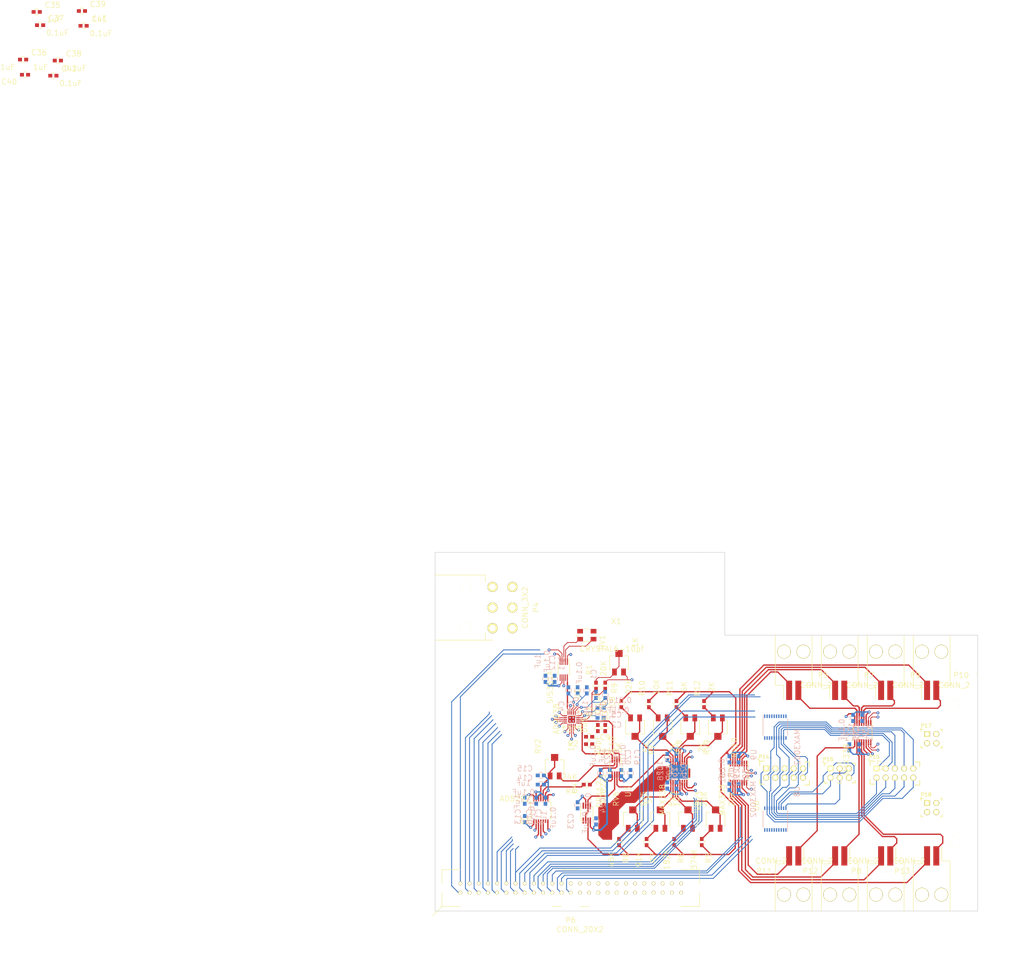
<source format=kicad_pcb>
(kicad_pcb (version 3) (host pcbnew "(2013-mar-13)-testing")
  (layers (15 F.Cu signal) (2 GND power) (1 PWR power) (0 B.Cu signal hide) (18 B.Paste user) (19 F.Paste user) (20 B.SilkS user) (21 F.SilkS user) (22 B.Mask user) (23 F.Mask user) (28 Edge.Cuts user))
  (net 0 "")
  (net 1 /Clock/CLK_TWI0)
  (net 2 /Clock/CLK_TWI1)
  (net 3 /CurrentSource/AD8211_IOUT)
  (net 4 /CurrentSource/DPOT_A)
  (net 5 /CurrentSource/DPOT_W)
  (net 6 /CurrentSource/GAIN_BUS0)
  (net 7 /CurrentSource/GAIN_BUS1)
  (net 8 /CurrentSource/GAIN_BUS2)
  (net 9 /CurrentSource/GAIN_BUS3)
  (net 10 /CurrentSource/IOUT)
  (net 11 /CurrentSource/RANGE1)
  (net 12 /CurrentSource/RANGE2)
  (net 13 /CurrentSource/RANGE3)
  (net 14 /CurrentSource/RANGE4)
  (net 15 /CurrentSource/RANGE5)
  (net 16 /CurrentSource/RANGE6)
  (net 17 /CurrentSource/RANGE7)
  (net 18 /CurrentSource/RANGE8)
  (net 19 /CurrentSource/RG2)
  (net 20 /CurrentSource/RNG_0)
  (net 21 /CurrentSource/RNG_1)
  (net 22 /CurrentSource/RNG_2)
  (net 23 /CurrentSource/RNG_3)
  (net 24 /CurrentSource/Rg1)
  (net 25 /CurrentSource/instr_ref)
  (net 26 /DDS/CLK_IN)
  (net 27 /DDS/DDS_BUS0)
  (net 28 /DDS/DDS_BUS1)
  (net 29 /DDS/DDS_BUS2)
  (net 30 /DDS/DDS_BUS3)
  (net 31 /DDS/DDS_BUS4)
  (net 32 /DDS/DDS_BUS5)
  (net 33 /DDS/DDS_BUS6)
  (net 34 /DDS/DDS_COMP)
  (net 35 /DDS/DDS_DCAP)
  (net 36 /DDS/DDS_FSADJ)
  (net 37 /DDS/DDS_REFOUT)
  (net 38 /DDS/VOut)
  (net 39 /DDS/VOut-)
  (net 40 /LogicTranslators/IN_MUX0)
  (net 41 /LogicTranslators/IN_MUX1)
  (net 42 /LogicTranslators/IN_MUX2)
  (net 43 /LogicTranslators/IN_MUX3)
  (net 44 /LogicTranslators/OUT_MUX0)
  (net 45 /LogicTranslators/OUT_MUX1)
  (net 46 /LogicTranslators/OUT_MUX2)
  (net 47 /LogicTranslators/OUT_MUX3)
  (net 48 /LogicTranslators/UCOUT0)
  (net 49 /LogicTranslators/UCOUT1)
  (net 50 /LogicTranslators/UCOUT10)
  (net 51 /LogicTranslators/UCOUT11)
  (net 52 /LogicTranslators/UCOUT12)
  (net 53 /LogicTranslators/UCOUT13)
  (net 54 /LogicTranslators/UCOUT14)
  (net 55 /LogicTranslators/UCOUT2)
  (net 56 /LogicTranslators/UCOUT3)
  (net 57 /LogicTranslators/UCOUT4)
  (net 58 /LogicTranslators/UCOUT5)
  (net 59 /LogicTranslators/UCOUT6)
  (net 60 /LogicTranslators/UCOUT7)
  (net 61 /LogicTranslators/UCOUT8)
  (net 62 /LogicTranslators/UCOUT9)
  (net 63 /MUXC0)
  (net 64 /MUXC1)
  (net 65 /MUXC2)
  (net 66 /MUXC3)
  (net 67 /MUXC4)
  (net 68 /MUXCOM0)
  (net 69 /MUXCOM1)
  (net 70 /MUXCOM2)
  (net 71 /MUXD0)
  (net 72 /MUXD1)
  (net 73 /MUXD2)
  (net 74 /MUXD3)
  (net 75 /MUXD4)
  (net 76 /MUXVDD)
  (net 77 /MUXVSS)
  (net 78 /OutputMultiplexer/MUXA0)
  (net 79 /OutputMultiplexer/MUXA1)
  (net 80 /OutputMultiplexer/MUXA2)
  (net 81 /OutputMultiplexer/MUXA3)
  (net 82 /OutputMultiplexer/MUXA4)
  (net 83 /OutputMultiplexer/MUXA5)
  (net 84 /OutputMultiplexer/MUXA6)
  (net 85 /OutputMultiplexer/MUXA7)
  (net 86 /OutputMultiplexer/MUXB0)
  (net 87 /OutputMultiplexer/MUXB1)
  (net 88 /OutputMultiplexer/MUXB2)
  (net 89 /OutputMultiplexer/MUXB3)
  (net 90 /OutputMultiplexer/MUXB4)
  (net 91 /OutputMultiplexer/MUXB5)
  (net 92 /OutputMultiplexer/MUXB6)
  (net 93 /OutputMultiplexer/MUXB7)
  (net 94 /powergen/MUXVSS)
  (net 95 AGND)
  (net 96 AVDD)
  (net 97 AVDD_3V3)
  (net 98 AVSS)
  (net 99 DVDD_2V5)
  (net 100 N-0000047)
  (net 101 N-0000048)
  (net 102 N-0000049)
  (net 103 N-0000050)
  (net 104 N-0000051)
  (net 105 N-0000052)
  (net 106 N-0000054)
  (net 107 N-0000055)
  (net 108 N-0000059)
  (net 109 N-0000060)
  (net 110 N-0000061)
  (net 111 N-0000062)
  (net 112 N-0000063)
  (net 113 N-0000068)
  (net 114 N-0000069)
  (net 115 N-0000070)
  (net 116 N-0000071)
  (net 117 N-0000081)
  (net 118 N-0000082)
  (net 119 N-0000084)
  (net 120 N-0000085)
  (net 121 N-0000086)
  (net 122 N-0000087)
  (module TSSOP_14 (layer F.Cu) (at 194.31 119.507 180)
    (fp_text reference U2 (at 4.4 -2.9 180) (layer F.SilkS) (effects (font (size 1.5 1.5))))
    (fp_text value AD5292 (at 7.1 3.2 180) (layer F.SilkS) (effects (font (size 1.5 1.5))))
    (pad 4 smd rect (at 0 3 180) (size 0.35 1) (layers F.Cu F.Paste F.Mask) (net 5 /CurrentSource/DPOT_W))
    (pad 3 smd rect (at -0.65 3 180) (size 0.35 1) (layers F.Cu F.Paste F.Mask) (net 4 /CurrentSource/DPOT_A))
    (pad 1 smd rect (at -1.95 3 180) (size 0.35 1) (layers F.Cu F.Paste F.Mask) (net 6 /CurrentSource/GAIN_BUS0))
    (pad 2 smd rect (at -1.3 3 180) (size 0.35 1) (layers F.Cu F.Paste F.Mask) (net 98 AVSS))
    (pad 6 smd rect (at 1.3 3 180) (size 0.35 1) (layers F.Cu F.Paste F.Mask) (net 96 AVDD))
    (pad 5 smd rect (at 0.65 3 180) (size 0.35 1) (layers F.Cu F.Paste F.Mask) (net 5 /CurrentSource/DPOT_W))
    (pad 7 smd rect (at 1.95 3 180) (size 0.35 1) (layers F.Cu F.Paste F.Mask) (net 117 N-0000081))
    (pad 14 smd rect (at -1.95 -3) (size 0.35 1) (layers F.Cu F.Paste F.Mask) (net 9 /CurrentSource/GAIN_BUS3))
    (pad 12 smd rect (at -0.65 -3) (size 0.35 1) (layers F.Cu F.Paste F.Mask) (net 9 /CurrentSource/GAIN_BUS3))
    (pad 13 smd rect (at -1.3 -3) (size 0.35 1) (layers F.Cu F.Paste F.Mask) (net 113 N-0000068))
    (pad 9 smd rect (at 1.3 -3) (size 0.35 1) (layers F.Cu F.Paste F.Mask) (net 95 AGND))
    (pad 8 smd rect (at 1.95 -3) (size 0.35 1) (layers F.Cu F.Paste F.Mask) (net 97 AVDD_3V3))
    (pad 10 smd rect (at 0.65 -3) (size 0.35 1) (layers F.Cu F.Paste F.Mask) (net 7 /CurrentSource/GAIN_BUS1))
    (pad 11 smd rect (at 0 -3) (size 0.35 1) (layers F.Cu F.Paste F.Mask) (net 8 /CurrentSource/GAIN_BUS2))
  )
  (module 0603 (layer B.Cu) (at 207.01 86.36 90)
    (fp_text reference C1 (at 4.4 1.9 90) (layer B.SilkS) (effects (font (size 1.5 1.5)) (justify mirror)))
    (fp_text value 0.1uF (at 4.8 -2.1 90) (layer B.SilkS) (effects (font (size 1.5 1.5)) (justify mirror)))
    (pad 1 smd rect (at -0.85 0 90) (size 1.1 1) (layers B.Cu B.Paste B.Mask) (net 97 AVDD_3V3))
    (pad 2 smd rect (at 0.85 0 90) (size 1.1 1) (layers B.Cu B.Paste B.Mask) (net 95 AGND))
  )
  (module 0603 (layer B.Cu) (at 210.82 93.98)
    (fp_text reference C2 (at 4.4 1.9) (layer B.SilkS) (effects (font (size 1.5 1.5)) (justify mirror)))
    (fp_text value 0.1uF (at 4.8 -2.1) (layer B.SilkS) (effects (font (size 1.5 1.5)) (justify mirror)))
    (pad 1 smd rect (at -0.85 0) (size 1.1 1) (layers B.Cu B.Paste B.Mask) (net 37 /DDS/DDS_REFOUT))
    (pad 2 smd rect (at 0.85 0) (size 1.1 1) (layers B.Cu B.Paste B.Mask) (net 95 AGND))
  )
  (module 0603 (layer B.Cu) (at 204.47 86.36 270)
    (fp_text reference C3 (at 4.4 1.9 270) (layer B.SilkS) (effects (font (size 1.5 1.5)) (justify mirror)))
    (fp_text value 1uF (at 4.8 -2.1 270) (layer B.SilkS) (effects (font (size 1.5 1.5)) (justify mirror)))
    (pad 1 smd rect (at -0.85 0 270) (size 1.1 1) (layers B.Cu B.Paste B.Mask) (net 95 AGND))
    (pad 2 smd rect (at 0.85 0 270) (size 1.1 1) (layers B.Cu B.Paste B.Mask) (net 97 AVDD_3V3))
  )
  (module 0603 (layer B.Cu) (at 201.93 86.36 270)
    (fp_text reference C4 (at 4.4 1.9 270) (layer B.SilkS) (effects (font (size 1.5 1.5)) (justify mirror)))
    (fp_text value 0.1uF (at 4.8 -2.1 270) (layer B.SilkS) (effects (font (size 1.5 1.5)) (justify mirror)))
    (pad 1 smd rect (at -0.85 0 270) (size 1.1 1) (layers B.Cu B.Paste B.Mask) (net 95 AGND))
    (pad 2 smd rect (at 0.85 0 270) (size 1.1 1) (layers B.Cu B.Paste B.Mask) (net 35 /DDS/DDS_DCAP))
  )
  (module 0603 (layer B.Cu) (at 210.82 91.186)
    (fp_text reference C5 (at 4.4 1.9) (layer B.SilkS) (effects (font (size 1.5 1.5)) (justify mirror)))
    (fp_text value 0.01uF (at 4.8 -2.1) (layer B.SilkS) (effects (font (size 1.5 1.5)) (justify mirror)))
    (pad 1 smd rect (at -0.85 0) (size 1.1 1) (layers B.Cu B.Paste B.Mask) (net 34 /DDS/DDS_COMP))
    (pad 2 smd rect (at 0.85 0) (size 1.1 1) (layers B.Cu B.Paste B.Mask) (net 97 AVDD_3V3))
  )
  (module 0603 (layer B.Cu) (at 209.55 87.63 270)
    (fp_text reference C6 (at 4.4 1.9 270) (layer B.SilkS) (effects (font (size 1.5 1.5)) (justify mirror)))
    (fp_text value 0.1uF (at 4.8 -2.1 270) (layer B.SilkS) (effects (font (size 1.5 1.5)) (justify mirror)))
    (pad 1 smd rect (at -0.85 0 270) (size 1.1 1) (layers B.Cu B.Paste B.Mask) (net 95 AGND))
    (pad 2 smd rect (at 0.85 0 270) (size 1.1 1) (layers B.Cu B.Paste B.Mask) (net 97 AVDD_3V3))
  )
  (module 0603 (layer B.Cu) (at 212.09 87.63 270)
    (fp_text reference C7 (at 4.4 1.9 270) (layer B.SilkS) (effects (font (size 1.5 1.5)) (justify mirror)))
    (fp_text value 1uF (at 4.8 -2.1 270) (layer B.SilkS) (effects (font (size 1.5 1.5)) (justify mirror)))
    (pad 1 smd rect (at -0.85 0 270) (size 1.1 1) (layers B.Cu B.Paste B.Mask) (net 95 AGND))
    (pad 2 smd rect (at 0.85 0 270) (size 1.1 1) (layers B.Cu B.Paste B.Mask) (net 97 AVDD_3V3))
  )
  (module 0603 (layer F.Cu) (at 212.09 85.09 270)
    (fp_text reference C8 (at 4.4 -1.9 270) (layer F.SilkS) (effects (font (size 1.5 1.5))))
    (fp_text value 0.1uF (at 4.8 2.1 270) (layer F.SilkS) (effects (font (size 1.5 1.5))))
    (pad 1 smd rect (at -0.85 0 270) (size 1.1 1) (layers F.Cu F.Paste F.Mask) (net 95 AGND))
    (pad 2 smd rect (at 0.85 0 270) (size 1.1 1) (layers F.Cu F.Paste F.Mask) (net 36 /DDS/DDS_FSADJ))
  )
  (module 0603 (layer F.Cu) (at 207.645 101.219)
    (fp_text reference C9 (at 4.4 -1.9) (layer F.SilkS) (effects (font (size 1.5 1.5))))
    (fp_text value 20pF (at 4.8 2.1) (layer F.SilkS) (effects (font (size 1.5 1.5))))
    (pad 1 smd rect (at -0.85 0) (size 1.1 1) (layers F.Cu F.Paste F.Mask) (net 38 /DDS/VOut))
    (pad 2 smd rect (at 0.85 0) (size 1.1 1) (layers F.Cu F.Paste F.Mask) (net 95 AGND))
  )
  (module 0603 (layer F.Cu) (at 212.09 96.774 270)
    (fp_text reference C10 (at 4.4 -1.9 270) (layer F.SilkS) (effects (font (size 1.5 1.5))))
    (fp_text value 20pF (at 4.8 2.1 270) (layer F.SilkS) (effects (font (size 1.5 1.5))))
    (pad 1 smd rect (at -0.85 0 270) (size 1.1 1) (layers F.Cu F.Paste F.Mask) (net 39 /DDS/VOut-))
    (pad 2 smd rect (at 0.85 0 270) (size 1.1 1) (layers F.Cu F.Paste F.Mask) (net 95 AGND))
  )
  (module 0603 (layer B.Cu) (at 198.12 83.185 90)
    (fp_text reference C11 (at 4.4 1.9 90) (layer B.SilkS) (effects (font (size 1.5 1.5)) (justify mirror)))
    (fp_text value 0.1uF (at 4.8 -2.1 90) (layer B.SilkS) (effects (font (size 1.5 1.5)) (justify mirror)))
    (pad 1 smd rect (at -0.85 0 90) (size 1.1 1) (layers B.Cu B.Paste B.Mask) (net 97 AVDD_3V3))
    (pad 2 smd rect (at 0.85 0 90) (size 1.1 1) (layers B.Cu B.Paste B.Mask) (net 95 AGND))
  )
  (module 0603 (layer B.Cu) (at 195.58 83.185 90)
    (fp_text reference C12 (at 4.4 1.9 90) (layer B.SilkS) (effects (font (size 1.5 1.5)) (justify mirror)))
    (fp_text value 1uF (at 4.8 -2.1 90) (layer B.SilkS) (effects (font (size 1.5 1.5)) (justify mirror)))
    (pad 1 smd rect (at -0.85 0 90) (size 1.1 1) (layers B.Cu B.Paste B.Mask) (net 97 AVDD_3V3))
    (pad 2 smd rect (at 0.85 0 90) (size 1.1 1) (layers B.Cu B.Paste B.Mask) (net 95 AGND))
  )
  (module 0603 (layer B.Cu) (at 189.865 116.84 270)
    (fp_text reference C13 (at 4.4 1.9 270) (layer B.SilkS) (effects (font (size 1.5 1.5)) (justify mirror)))
    (fp_text value .1uF (at 4.8 -2.1 270) (layer B.SilkS) (effects (font (size 1.5 1.5)) (justify mirror)))
    (pad 1 smd rect (at -0.85 0 270) (size 1.1 1) (layers B.Cu B.Paste B.Mask) (net 117 N-0000081))
    (pad 2 smd rect (at 0.85 0 270) (size 1.1 1) (layers B.Cu B.Paste B.Mask) (net 95 AGND))
  )
  (module 0603 (layer B.Cu) (at 194.31 112.395 180)
    (fp_text reference C14 (at 4.4 1.9 180) (layer B.SilkS) (effects (font (size 1.5 1.5)) (justify mirror)))
    (fp_text value 0.1uF (at 4.8 -2.1 180) (layer B.SilkS) (effects (font (size 1.5 1.5)) (justify mirror)))
    (pad 1 smd rect (at -0.85 0 180) (size 1.1 1) (layers B.Cu B.Paste B.Mask) (net 98 AVSS))
    (pad 2 smd rect (at 0.85 0 180) (size 1.1 1) (layers B.Cu B.Paste B.Mask) (net 95 AGND))
  )
  (module 0603 (layer B.Cu) (at 194.31 109.855 180)
    (fp_text reference C15 (at 4.4 1.9 180) (layer B.SilkS) (effects (font (size 1.5 1.5)) (justify mirror)))
    (fp_text value 1uF (at 4.8 -2.1 180) (layer B.SilkS) (effects (font (size 1.5 1.5)) (justify mirror)))
    (pad 1 smd rect (at -0.85 0 180) (size 1.1 1) (layers B.Cu B.Paste B.Mask) (net 98 AVSS))
    (pad 2 smd rect (at 0.85 0 180) (size 1.1 1) (layers B.Cu B.Paste B.Mask) (net 95 AGND))
  )
  (module 0603 (layer B.Cu) (at 189.865 121.92 90)
    (fp_text reference C16 (at 4.4 1.9 90) (layer B.SilkS) (effects (font (size 1.5 1.5)) (justify mirror)))
    (fp_text value 1uF (at 4.8 -2.1 90) (layer B.SilkS) (effects (font (size 1.5 1.5)) (justify mirror)))
    (pad 1 smd rect (at -0.85 0 90) (size 1.1 1) (layers B.Cu B.Paste B.Mask) (net 97 AVDD_3V3))
    (pad 2 smd rect (at 0.85 0 90) (size 1.1 1) (layers B.Cu B.Paste B.Mask) (net 95 AGND))
  )
  (module 0603 (layer B.Cu) (at 195.58 116.84 270)
    (fp_text reference C17 (at 4.4 1.9 270) (layer B.SilkS) (effects (font (size 1.5 1.5)) (justify mirror)))
    (fp_text value 0.1uF (at 4.8 -2.1 270) (layer B.SilkS) (effects (font (size 1.5 1.5)) (justify mirror)))
    (pad 1 smd rect (at -0.85 0 270) (size 1.1 1) (layers B.Cu B.Paste B.Mask) (net 96 AVDD))
    (pad 2 smd rect (at 0.85 0 270) (size 1.1 1) (layers B.Cu B.Paste B.Mask) (net 95 AGND))
  )
  (module 0603 (layer B.Cu) (at 193.04 116.84 270)
    (fp_text reference C18 (at 4.4 1.9 270) (layer B.SilkS) (effects (font (size 1.5 1.5)) (justify mirror)))
    (fp_text value 1uF (at 4.8 -2.1 270) (layer B.SilkS) (effects (font (size 1.5 1.5)) (justify mirror)))
    (pad 1 smd rect (at -0.85 0 270) (size 1.1 1) (layers B.Cu B.Paste B.Mask) (net 96 AVDD))
    (pad 2 smd rect (at 0.85 0 270) (size 1.1 1) (layers B.Cu B.Paste B.Mask) (net 95 AGND))
  )
  (module 0603 (layer B.Cu) (at 219.075 109.22 90)
    (fp_text reference C19 (at 4.4 1.9 90) (layer B.SilkS) (effects (font (size 1.5 1.5)) (justify mirror)))
    (fp_text value 0.1uF (at 4.8 -2.1 90) (layer B.SilkS) (effects (font (size 1.5 1.5)) (justify mirror)))
    (pad 1 smd rect (at -0.85 0 90) (size 1.1 1) (layers B.Cu B.Paste B.Mask) (net 96 AVDD))
    (pad 2 smd rect (at 0.85 0 90) (size 1.1 1) (layers B.Cu B.Paste B.Mask) (net 95 AGND))
  )
  (module 0603 (layer B.Cu) (at 216.535 109.22 90)
    (fp_text reference C20 (at 4.4 1.9 90) (layer B.SilkS) (effects (font (size 1.5 1.5)) (justify mirror)))
    (fp_text value 1uF (at 4.8 -2.1 90) (layer B.SilkS) (effects (font (size 1.5 1.5)) (justify mirror)))
    (pad 1 smd rect (at -0.85 0 90) (size 1.1 1) (layers B.Cu B.Paste B.Mask) (net 96 AVDD))
    (pad 2 smd rect (at 0.85 0 90) (size 1.1 1) (layers B.Cu B.Paste B.Mask) (net 95 AGND))
  )
  (module 0603 (layer B.Cu) (at 213.36 109.22 90)
    (fp_text reference C21 (at 4.4 1.9 90) (layer B.SilkS) (effects (font (size 1.5 1.5)) (justify mirror)))
    (fp_text value 1uF (at 4.8 -2.1 90) (layer B.SilkS) (effects (font (size 1.5 1.5)) (justify mirror)))
    (pad 1 smd rect (at -0.85 0 90) (size 1.1 1) (layers B.Cu B.Paste B.Mask) (net 98 AVSS))
    (pad 2 smd rect (at 0.85 0 90) (size 1.1 1) (layers B.Cu B.Paste B.Mask) (net 95 AGND))
  )
  (module 0603 (layer B.Cu) (at 210.82 109.22 90)
    (fp_text reference C22 (at 4.4 1.9 90) (layer B.SilkS) (effects (font (size 1.5 1.5)) (justify mirror)))
    (fp_text value 0.1uF (at 4.8 -2.1 90) (layer B.SilkS) (effects (font (size 1.5 1.5)) (justify mirror)))
    (pad 1 smd rect (at -0.85 0 90) (size 1.1 1) (layers B.Cu B.Paste B.Mask) (net 98 AVSS))
    (pad 2 smd rect (at 0.85 0 90) (size 1.1 1) (layers B.Cu B.Paste B.Mask) (net 95 AGND))
  )
  (module 0603 (layer B.Cu) (at 204.47 118.11 270)
    (fp_text reference C23 (at 4.4 1.9 270) (layer B.SilkS) (effects (font (size 1.5 1.5)) (justify mirror)))
    (fp_text value 0.1uF (at 4.8 -2.1 270) (layer B.SilkS) (effects (font (size 1.5 1.5)) (justify mirror)))
    (pad 1 smd rect (at -0.85 0 270) (size 1.1 1) (layers B.Cu B.Paste B.Mask) (net 96 AVDD))
    (pad 2 smd rect (at 0.85 0 270) (size 1.1 1) (layers B.Cu B.Paste B.Mask) (net 95 AGND))
  )
  (module 0603 (layer B.Cu) (at 209.55 122.555 90)
    (fp_text reference C24 (at 4.4 1.9 90) (layer B.SilkS) (effects (font (size 1.5 1.5)) (justify mirror)))
    (fp_text value 0.1uF (at 4.8 -2.1 90) (layer B.SilkS) (effects (font (size 1.5 1.5)) (justify mirror)))
    (pad 1 smd rect (at -0.85 0 90) (size 1.1 1) (layers B.Cu B.Paste B.Mask) (net 98 AVSS))
    (pad 2 smd rect (at 0.85 0 90) (size 1.1 1) (layers B.Cu B.Paste B.Mask) (net 95 AGND))
  )
  (module 0603 (layer B.Cu) (at 231.775 112.649 90)
    (fp_text reference C25 (at 4.4 1.9 90) (layer B.SilkS) (effects (font (size 1.5 1.5)) (justify mirror)))
    (fp_text value 0.1uF (at 4.8 -2.1 90) (layer B.SilkS) (effects (font (size 1.5 1.5)) (justify mirror)))
    (pad 1 smd rect (at -0.85 0 90) (size 1.1 1) (layers B.Cu B.Paste B.Mask) (net 96 AVDD))
    (pad 2 smd rect (at 0.85 0 90) (size 1.1 1) (layers B.Cu B.Paste B.Mask) (net 95 AGND))
  )
  (module 0603 (layer B.Cu) (at 229.235 112.649 90)
    (fp_text reference C26 (at 4.4 1.9 90) (layer B.SilkS) (effects (font (size 1.5 1.5)) (justify mirror)))
    (fp_text value 1uF (at 4.8 -2.1 90) (layer B.SilkS) (effects (font (size 1.5 1.5)) (justify mirror)))
    (pad 1 smd rect (at -0.85 0 90) (size 1.1 1) (layers B.Cu B.Paste B.Mask) (net 96 AVDD))
    (pad 2 smd rect (at 0.85 0 90) (size 1.1 1) (layers B.Cu B.Paste B.Mask) (net 95 AGND))
  )
  (module 0603 (layer B.Cu) (at 231.775 104.775 270)
    (fp_text reference C27 (at 4.4 1.9 270) (layer B.SilkS) (effects (font (size 1.5 1.5)) (justify mirror)))
    (fp_text value 0.1uF (at 4.8 -2.1 270) (layer B.SilkS) (effects (font (size 1.5 1.5)) (justify mirror)))
    (pad 1 smd rect (at -0.85 0 270) (size 1.1 1) (layers B.Cu B.Paste B.Mask) (net 98 AVSS))
    (pad 2 smd rect (at 0.85 0 270) (size 1.1 1) (layers B.Cu B.Paste B.Mask) (net 95 AGND))
  )
  (module 0603 (layer B.Cu) (at 229.235 104.775 270)
    (fp_text reference C28 (at 4.4 1.9 270) (layer B.SilkS) (effects (font (size 1.5 1.5)) (justify mirror)))
    (fp_text value 1uF (at 4.8 -2.1 270) (layer B.SilkS) (effects (font (size 1.5 1.5)) (justify mirror)))
    (pad 1 smd rect (at -0.85 0 270) (size 1.1 1) (layers B.Cu B.Paste B.Mask) (net 98 AVSS))
    (pad 2 smd rect (at 0.85 0 270) (size 1.1 1) (layers B.Cu B.Paste B.Mask) (net 95 AGND))
  )
  (module 0603 (layer B.Cu) (at 246.38 113.03 90)
    (fp_text reference C29 (at 4.4 1.9 90) (layer B.SilkS) (effects (font (size 1.5 1.5)) (justify mirror)))
    (fp_text value 0.1uF (at 4.8 -2.1 90) (layer B.SilkS) (effects (font (size 1.5 1.5)) (justify mirror)))
    (pad 1 smd rect (at -0.85 0 90) (size 1.1 1) (layers B.Cu B.Paste B.Mask) (net 96 AVDD))
    (pad 2 smd rect (at 0.85 0 90) (size 1.1 1) (layers B.Cu B.Paste B.Mask) (net 95 AGND))
  )
  (module 0603 (layer B.Cu) (at 248.92 113.03 90)
    (fp_text reference C30 (at 4.4 1.9 90) (layer B.SilkS) (effects (font (size 1.5 1.5)) (justify mirror)))
    (fp_text value 1uF (at 4.8 -2.1 90) (layer B.SilkS) (effects (font (size 1.5 1.5)) (justify mirror)))
    (pad 1 smd rect (at -0.85 0 90) (size 1.1 1) (layers B.Cu B.Paste B.Mask) (net 96 AVDD))
    (pad 2 smd rect (at 0.85 0 90) (size 1.1 1) (layers B.Cu B.Paste B.Mask) (net 95 AGND))
  )
  (module 0603 (layer B.Cu) (at 246.38 105.41 270)
    (fp_text reference C31 (at 4.4 1.9 270) (layer B.SilkS) (effects (font (size 1.5 1.5)) (justify mirror)))
    (fp_text value 0.1uF (at 4.8 -2.1 270) (layer B.SilkS) (effects (font (size 1.5 1.5)) (justify mirror)))
    (pad 1 smd rect (at -0.85 0 270) (size 1.1 1) (layers B.Cu B.Paste B.Mask) (net 98 AVSS))
    (pad 2 smd rect (at 0.85 0 270) (size 1.1 1) (layers B.Cu B.Paste B.Mask) (net 95 AGND))
  )
  (module 0603 (layer B.Cu) (at 248.92 105.41 270)
    (fp_text reference C32 (at 4.4 1.9 270) (layer B.SilkS) (effects (font (size 1.5 1.5)) (justify mirror)))
    (fp_text value 1uF (at 4.8 -2.1 270) (layer B.SilkS) (effects (font (size 1.5 1.5)) (justify mirror)))
    (pad 1 smd rect (at -0.85 0 270) (size 1.1 1) (layers B.Cu B.Paste B.Mask) (net 98 AVSS))
    (pad 2 smd rect (at 0.85 0 270) (size 1.1 1) (layers B.Cu B.Paste B.Mask) (net 95 AGND))
  )
  (module 0603 (layer B.Cu) (at 279.527 102.108 90)
    (fp_text reference C33 (at 4.4 1.9 90) (layer B.SilkS) (effects (font (size 1.5 1.5)) (justify mirror)))
    (fp_text value 0.1uF (at 4.8 -2.1 90) (layer B.SilkS) (effects (font (size 1.5 1.5)) (justify mirror)))
    (pad 1 smd rect (at -0.85 0 90) (size 1.1 1) (layers B.Cu B.Paste B.Mask) (net 96 AVDD))
    (pad 2 smd rect (at 0.85 0 90) (size 1.1 1) (layers B.Cu B.Paste B.Mask) (net 95 AGND))
  )
  (module 0603 (layer B.Cu) (at 282.194 102.108 90)
    (fp_text reference C34 (at 4.4 1.9 90) (layer B.SilkS) (effects (font (size 1.5 1.5)) (justify mirror)))
    (fp_text value 1uF (at 4.8 -2.1 90) (layer B.SilkS) (effects (font (size 1.5 1.5)) (justify mirror)))
    (pad 1 smd rect (at -0.85 0 90) (size 1.1 1) (layers B.Cu B.Paste B.Mask) (net 96 AVDD))
    (pad 2 smd rect (at 0.85 0 90) (size 1.1 1) (layers B.Cu B.Paste B.Mask) (net 95 AGND))
  )
  (module 0603 (layer F.Cu) (at 55.0672 -101.0158)
    (fp_text reference C35 (at 4.4 -1.9) (layer F.SilkS) (effects (font (size 1.5 1.5))))
    (fp_text value 1uF (at 4.8 2.1) (layer F.SilkS) (effects (font (size 1.5 1.5))))
    (pad 1 smd rect (at -0.85 0) (size 1.1 1) (layers F.Cu F.Paste F.Mask) (net 99 DVDD_2V5))
    (pad 2 smd rect (at 0.85 0) (size 1.1 1) (layers F.Cu F.Paste F.Mask) (net 95 AGND))
  )
  (module 0603 (layer F.Cu) (at 51.308 -87.8586)
    (fp_text reference C36 (at 4.4 -1.9) (layer F.SilkS) (effects (font (size 1.5 1.5))))
    (fp_text value 1uF (at 4.8 2.1) (layer F.SilkS) (effects (font (size 1.5 1.5))))
    (pad 1 smd rect (at -0.85 0) (size 1.1 1) (layers F.Cu F.Paste F.Mask) (net 99 DVDD_2V5))
    (pad 2 smd rect (at 0.85 0) (size 1.1 1) (layers F.Cu F.Paste F.Mask) (net 95 AGND))
  )
  (module 0603 (layer F.Cu) (at 56.007 -97.3582)
    (fp_text reference C37 (at 4.4 -1.9) (layer F.SilkS) (effects (font (size 1.5 1.5))))
    (fp_text value 0.1uF (at 4.8 2.1) (layer F.SilkS) (effects (font (size 1.5 1.5))))
    (pad 1 smd rect (at -0.85 0) (size 1.1 1) (layers F.Cu F.Paste F.Mask) (net 99 DVDD_2V5))
    (pad 2 smd rect (at 0.85 0) (size 1.1 1) (layers F.Cu F.Paste F.Mask) (net 95 AGND))
  )
  (module 0603 (layer F.Cu) (at 60.9092 -87.5792)
    (fp_text reference C38 (at 4.4 -1.9) (layer F.SilkS) (effects (font (size 1.5 1.5))))
    (fp_text value 0.1uF (at 4.8 2.1) (layer F.SilkS) (effects (font (size 1.5 1.5))))
    (pad 1 smd rect (at -0.85 0) (size 1.1 1) (layers F.Cu F.Paste F.Mask) (net 99 DVDD_2V5))
    (pad 2 smd rect (at 0.85 0) (size 1.1 1) (layers F.Cu F.Paste F.Mask) (net 95 AGND))
  )
  (module 0603 (layer F.Cu) (at 67.564 -101.2698)
    (fp_text reference C39 (at 4.4 -1.9) (layer F.SilkS) (effects (font (size 1.5 1.5))))
    (fp_text value 1uF (at 4.8 2.1) (layer F.SilkS) (effects (font (size 1.5 1.5))))
    (pad 1 smd rect (at -0.85 0) (size 1.1 1) (layers F.Cu F.Paste F.Mask) (net 97 AVDD_3V3))
    (pad 2 smd rect (at 0.85 0) (size 1.1 1) (layers F.Cu F.Paste F.Mask) (net 95 AGND))
  )
  (module 0603 (layer F.Cu) (at 51.8414 -83.6676 180)
    (fp_text reference C40 (at 4.4 -1.9 180) (layer F.SilkS) (effects (font (size 1.5 1.5))))
    (fp_text value 1uF (at 4.8 2.1 180) (layer F.SilkS) (effects (font (size 1.5 1.5))))
    (pad 1 smd rect (at -0.85 0 180) (size 1.1 1) (layers F.Cu F.Paste F.Mask) (net 97 AVDD_3V3))
    (pad 2 smd rect (at 0.85 0 180) (size 1.1 1) (layers F.Cu F.Paste F.Mask) (net 95 AGND))
  )
  (module 0603 (layer F.Cu) (at 68.0212 -97.1804)
    (fp_text reference C41 (at 4.4 -1.9) (layer F.SilkS) (effects (font (size 1.5 1.5))))
    (fp_text value 0.1uF (at 4.8 2.1) (layer F.SilkS) (effects (font (size 1.5 1.5))))
    (pad 1 smd rect (at -0.85 0) (size 1.1 1) (layers F.Cu F.Paste F.Mask) (net 97 AVDD_3V3))
    (pad 2 smd rect (at 0.85 0) (size 1.1 1) (layers F.Cu F.Paste F.Mask) (net 95 AGND))
  )
  (module 0603 (layer F.Cu) (at 59.6646 -83.4136)
    (fp_text reference C42 (at 4.4 -1.9) (layer F.SilkS) (effects (font (size 1.5 1.5))))
    (fp_text value 0.1uF (at 4.8 2.1) (layer F.SilkS) (effects (font (size 1.5 1.5))))
    (pad 1 smd rect (at -0.85 0) (size 1.1 1) (layers F.Cu F.Paste F.Mask) (net 97 AVDD_3V3))
    (pad 2 smd rect (at 0.85 0) (size 1.1 1) (layers F.Cu F.Paste F.Mask) (net 95 AGND))
  )
  (module 0603 (layer B.Cu) (at 283.083 93.98 270)
    (fp_text reference C43 (at 4.4 1.9 270) (layer B.SilkS) (effects (font (size 1.5 1.5)) (justify mirror)))
    (fp_text value 0.1uF (at 4.8 -2.1 270) (layer B.SilkS) (effects (font (size 1.5 1.5)) (justify mirror)))
    (pad 1 smd rect (at -0.85 0 270) (size 1.1 1) (layers B.Cu B.Paste B.Mask) (net 98 AVSS))
    (pad 2 smd rect (at 0.85 0 270) (size 1.1 1) (layers B.Cu B.Paste B.Mask) (net 95 AGND))
  )
  (module 0603 (layer B.Cu) (at 280.543 93.98 270)
    (fp_text reference C44 (at 4.4 1.9 270) (layer B.SilkS) (effects (font (size 1.5 1.5)) (justify mirror)))
    (fp_text value 1uF (at 4.8 -2.1 270) (layer B.SilkS) (effects (font (size 1.5 1.5)) (justify mirror)))
    (pad 1 smd rect (at -0.85 0 270) (size 1.1 1) (layers B.Cu B.Paste B.Mask) (net 98 AVSS))
    (pad 2 smd rect (at 0.85 0 270) (size 1.1 1) (layers B.Cu B.Paste B.Mask) (net 95 AGND))
  )
  (module 0603 (layer F.Cu) (at 209.55 85.09 90)
    (fp_text reference R1 (at 4.4 -1.9 90) (layer F.SilkS) (effects (font (size 1.5 1.5))))
    (fp_text value 20K (at 4.8 2.1 90) (layer F.SilkS) (effects (font (size 1.5 1.5))))
    (pad 1 smd rect (at -0.85 0 90) (size 1.1 1) (layers F.Cu F.Paste F.Mask) (net 36 /DDS/DDS_FSADJ))
    (pad 2 smd rect (at 0.85 0 90) (size 1.1 1) (layers F.Cu F.Paste F.Mask) (net 108 N-0000059))
  )
  (module 0603 (layer F.Cu) (at 207.645 99.187 180)
    (fp_text reference R2 (at 4.4 -1.9 180) (layer F.SilkS) (effects (font (size 1.5 1.5))))
    (fp_text value 137R (at 4.8 2.1 180) (layer F.SilkS) (effects (font (size 1.5 1.5))))
    (pad 1 smd rect (at -0.85 0 180) (size 1.1 1) (layers F.Cu F.Paste F.Mask) (net 95 AGND))
    (pad 2 smd rect (at 0.85 0 180) (size 1.1 1) (layers F.Cu F.Paste F.Mask) (net 38 /DDS/VOut))
  )
  (module 0603 (layer F.Cu) (at 210.058 96.774 90)
    (fp_text reference R3 (at 4.4 -1.9 90) (layer F.SilkS) (effects (font (size 1.5 1.5))))
    (fp_text value 137R (at 4.8 2.1 90) (layer F.SilkS) (effects (font (size 1.5 1.5))))
    (pad 1 smd rect (at -0.85 0 90) (size 1.1 1) (layers F.Cu F.Paste F.Mask) (net 95 AGND))
    (pad 2 smd rect (at 0.85 0 90) (size 1.1 1) (layers F.Cu F.Paste F.Mask) (net 39 /DDS/VOut-))
  )
  (module 0603 (layer F.Cu) (at 207.01 112.395 180)
    (fp_text reference R4 (at 4.4 -1.9 180) (layer F.SilkS) (effects (font (size 1.5 1.5))))
    (fp_text value 24K (at 4.8 2.1 180) (layer F.SilkS) (effects (font (size 1.5 1.5))))
    (pad 1 smd rect (at -0.85 0 180) (size 1.1 1) (layers F.Cu F.Paste F.Mask) (net 24 /CurrentSource/Rg1))
    (pad 2 smd rect (at 0.85 0 180) (size 1.1 1) (layers F.Cu F.Paste F.Mask) (net 4 /CurrentSource/DPOT_A))
  )
  (module 0603 (layer F.Cu) (at 238.76 128.27 270)
    (fp_text reference R5 (at 4.4 -1.9 270) (layer F.SilkS) (effects (font (size 1.5 1.5))))
    (fp_text value 374K (at 4.8 2.1 270) (layer F.SilkS) (effects (font (size 1.5 1.5))))
    (pad 1 smd rect (at -0.85 0 270) (size 1.1 1) (layers F.Cu F.Paste F.Mask) (net 118 N-0000082))
    (pad 2 smd rect (at 0.85 0 270) (size 1.1 1) (layers F.Cu F.Paste F.Mask) (net 10 /CurrentSource/IOUT))
  )
  (module 0603 (layer F.Cu) (at 231.14 128.27 270)
    (fp_text reference R6 (at 4.4 -1.9 270) (layer F.SilkS) (effects (font (size 1.5 1.5))))
    (fp_text value 182K (at 4.8 2.1 270) (layer F.SilkS) (effects (font (size 1.5 1.5))))
    (pad 1 smd rect (at -0.85 0 270) (size 1.1 1) (layers F.Cu F.Paste F.Mask) (net 112 N-0000063))
    (pad 2 smd rect (at 0.85 0 270) (size 1.1 1) (layers F.Cu F.Paste F.Mask) (net 10 /CurrentSource/IOUT))
  )
  (module 0603 (layer F.Cu) (at 223.52 128.27 270)
    (fp_text reference R7 (at 4.4 -1.9 270) (layer F.SilkS) (effects (font (size 1.5 1.5))))
    (fp_text value 91K (at 4.8 2.1 270) (layer F.SilkS) (effects (font (size 1.5 1.5))))
    (pad 1 smd rect (at -0.85 0 270) (size 1.1 1) (layers F.Cu F.Paste F.Mask) (net 111 N-0000062))
    (pad 2 smd rect (at 0.85 0 270) (size 1.1 1) (layers F.Cu F.Paste F.Mask) (net 10 /CurrentSource/IOUT))
  )
  (module 0603 (layer F.Cu) (at 215.9 128.27 270)
    (fp_text reference R8 (at 4.4 -1.9 270) (layer F.SilkS) (effects (font (size 1.5 1.5))))
    (fp_text value 45K (at 4.8 2.1 270) (layer F.SilkS) (effects (font (size 1.5 1.5))))
    (pad 1 smd rect (at -0.85 0 270) (size 1.1 1) (layers F.Cu F.Paste F.Mask) (net 110 N-0000061))
    (pad 2 smd rect (at 0.85 0 270) (size 1.1 1) (layers F.Cu F.Paste F.Mask) (net 10 /CurrentSource/IOUT))
  )
  (module 0603 (layer F.Cu) (at 216.535 90.17 90)
    (fp_text reference R9 (at 4.4 -1.9 90) (layer F.SilkS) (effects (font (size 1.5 1.5))))
    (fp_text value 22K (at 4.8 2.1 90) (layer F.SilkS) (effects (font (size 1.5 1.5))))
    (pad 1 smd rect (at -0.85 0 90) (size 1.1 1) (layers F.Cu F.Paste F.Mask) (net 109 N-0000060))
    (pad 2 smd rect (at 0.85 0 90) (size 1.1 1) (layers F.Cu F.Paste F.Mask) (net 10 /CurrentSource/IOUT))
  )
  (module 0603 (layer F.Cu) (at 224.155 90.17 90)
    (fp_text reference R10 (at 4.4 -1.9 90) (layer F.SilkS) (effects (font (size 1.5 1.5))))
    (fp_text value 10K (at 4.8 2.1 90) (layer F.SilkS) (effects (font (size 1.5 1.5))))
    (pad 1 smd rect (at -0.85 0 90) (size 1.1 1) (layers F.Cu F.Paste F.Mask) (net 116 N-0000071))
    (pad 2 smd rect (at 0.85 0 90) (size 1.1 1) (layers F.Cu F.Paste F.Mask) (net 10 /CurrentSource/IOUT))
  )
  (module 0603 (layer F.Cu) (at 231.775 90.17 90)
    (fp_text reference R11 (at 4.4 -1.9 90) (layer F.SilkS) (effects (font (size 1.5 1.5))))
    (fp_text value 5K (at 4.8 2.1 90) (layer F.SilkS) (effects (font (size 1.5 1.5))))
    (pad 1 smd rect (at -0.85 0 90) (size 1.1 1) (layers F.Cu F.Paste F.Mask) (net 114 N-0000069))
    (pad 2 smd rect (at 0.85 0 90) (size 1.1 1) (layers F.Cu F.Paste F.Mask) (net 10 /CurrentSource/IOUT))
  )
  (module 0603 (layer F.Cu) (at 239.395 90.17 90)
    (fp_text reference R12 (at 4.4 -1.9 90) (layer F.SilkS) (effects (font (size 1.5 1.5))))
    (fp_text value 2K (at 4.8 2.1 90) (layer F.SilkS) (effects (font (size 1.5 1.5))))
    (pad 1 smd rect (at -0.85 0 90) (size 1.1 1) (layers F.Cu F.Paste F.Mask) (net 115 N-0000070))
    (pad 2 smd rect (at 0.85 0 90) (size 1.1 1) (layers F.Cu F.Paste F.Mask) (net 10 /CurrentSource/IOUT))
  )
  (module QSOP_16 (layer F.Cu) (at 232.41 109.22 270)
    (fp_text reference U5 (at 9 -4.9 270) (layer F.SilkS) (effects (font (size 1.5 1.5))))
    (fp_text value MAX338 (at 7.4 4.5 270) (layer F.SilkS) (effects (font (size 1.5 1.5))))
    (pad 13 smd rect (at 2.65 -0.3175 270) (size 1.6 0.36) (layers F.Cu F.Paste F.Mask) (net 96 AVDD))
    (pad 15 smd rect (at 2.65 -1.5875 270) (size 1.6 0.36) (layers F.Cu F.Paste F.Mask) (net 23 /CurrentSource/RNG_3))
    (pad 14 smd rect (at 2.65 -0.9525 270) (size 1.6 0.36) (layers F.Cu F.Paste F.Mask) (net 95 AGND))
    (pad 16 smd rect (at 2.65 -2.2225 270) (size 1.6 0.36) (layers F.Cu F.Paste F.Mask) (net 22 /CurrentSource/RNG_2))
    (pad 12 smd rect (at 2.65 0.3175 270) (size 1.6 0.36) (layers F.Cu F.Paste F.Mask) (net 18 /CurrentSource/RANGE8))
    (pad 10 smd rect (at 2.65 1.5875 270) (size 1.6 0.36) (layers F.Cu F.Paste F.Mask) (net 16 /CurrentSource/RANGE6))
    (pad 11 smd rect (at 2.65 0.9525 270) (size 1.6 0.36) (layers F.Cu F.Paste F.Mask) (net 17 /CurrentSource/RANGE7))
    (pad 9 smd rect (at 2.65 2.2225 270) (size 1.6 0.36) (layers F.Cu F.Paste F.Mask) (net 15 /CurrentSource/RANGE5))
    (pad 8 smd rect (at -2.65 2.2225 270) (size 1.6 0.36) (layers F.Cu F.Paste F.Mask) (net 3 /CurrentSource/AD8211_IOUT))
    (pad 6 smd rect (at -2.65 0.9525 270) (size 1.6 0.36) (layers F.Cu F.Paste F.Mask) (net 13 /CurrentSource/RANGE3))
    (pad 7 smd rect (at -2.65 1.5875 270) (size 1.6 0.36) (layers F.Cu F.Paste F.Mask) (net 14 /CurrentSource/RANGE4))
    (pad 5 smd rect (at -2.65 0.3175 270) (size 1.6 0.36) (layers F.Cu F.Paste F.Mask) (net 12 /CurrentSource/RANGE2))
    (pad 1 smd rect (at -2.65 -2.2225 270) (size 1.6 0.36) (layers F.Cu F.Paste F.Mask) (net 21 /CurrentSource/RNG_1))
    (pad 3 smd rect (at -2.65 -0.9525 270) (size 1.6 0.36) (layers F.Cu F.Paste F.Mask) (net 98 AVSS))
    (pad 2 smd rect (at -2.65 -1.5875 270) (size 1.6 0.36) (layers F.Cu F.Paste F.Mask) (net 20 /CurrentSource/RNG_0))
    (pad 4 smd rect (at -2.65 -0.3175 270) (size 1.6 0.36) (layers F.Cu F.Paste F.Mask) (net 11 /CurrentSource/RANGE1))
  )
  (module QSOP_16 (layer F.Cu) (at 248.92 109.22 270)
    (fp_text reference U6 (at 9 -4.9 270) (layer F.SilkS) (effects (font (size 1.5 1.5))))
    (fp_text value MAX338 (at 7.4 4.5 270) (layer F.SilkS) (effects (font (size 1.5 1.5))))
    (pad 13 smd rect (at 2.65 -0.3175 270) (size 1.6 0.36) (layers F.Cu F.Paste F.Mask) (net 96 AVDD))
    (pad 15 smd rect (at 2.65 -1.5875 270) (size 1.6 0.36) (layers F.Cu F.Paste F.Mask) (net 43 /LogicTranslators/IN_MUX3))
    (pad 14 smd rect (at 2.65 -0.9525 270) (size 1.6 0.36) (layers F.Cu F.Paste F.Mask) (net 95 AGND))
    (pad 16 smd rect (at 2.65 -2.2225 270) (size 1.6 0.36) (layers F.Cu F.Paste F.Mask) (net 42 /LogicTranslators/IN_MUX2))
    (pad 12 smd rect (at 2.65 0.3175 270) (size 1.6 0.36) (layers F.Cu F.Paste F.Mask) (net 82 /OutputMultiplexer/MUXA4))
    (pad 10 smd rect (at 2.65 1.5875 270) (size 1.6 0.36) (layers F.Cu F.Paste F.Mask) (net 84 /OutputMultiplexer/MUXA6))
    (pad 11 smd rect (at 2.65 0.9525 270) (size 1.6 0.36) (layers F.Cu F.Paste F.Mask) (net 83 /OutputMultiplexer/MUXA5))
    (pad 9 smd rect (at 2.65 2.2225 270) (size 1.6 0.36) (layers F.Cu F.Paste F.Mask) (net 85 /OutputMultiplexer/MUXA7))
    (pad 8 smd rect (at -2.65 2.2225 270) (size 1.6 0.36) (layers F.Cu F.Paste F.Mask) (net 10 /CurrentSource/IOUT))
    (pad 6 smd rect (at -2.65 0.9525 270) (size 1.6 0.36) (layers F.Cu F.Paste F.Mask) (net 80 /OutputMultiplexer/MUXA2))
    (pad 7 smd rect (at -2.65 1.5875 270) (size 1.6 0.36) (layers F.Cu F.Paste F.Mask) (net 81 /OutputMultiplexer/MUXA3))
    (pad 5 smd rect (at -2.65 0.3175 270) (size 1.6 0.36) (layers F.Cu F.Paste F.Mask) (net 79 /OutputMultiplexer/MUXA1))
    (pad 1 smd rect (at -2.65 -2.2225 270) (size 1.6 0.36) (layers F.Cu F.Paste F.Mask) (net 41 /LogicTranslators/IN_MUX1))
    (pad 3 smd rect (at -2.65 -0.9525 270) (size 1.6 0.36) (layers F.Cu F.Paste F.Mask) (net 98 AVSS))
    (pad 2 smd rect (at -2.65 -1.5875 270) (size 1.6 0.36) (layers F.Cu F.Paste F.Mask) (net 40 /LogicTranslators/IN_MUX0))
    (pad 4 smd rect (at -2.65 -0.3175 270) (size 1.6 0.36) (layers F.Cu F.Paste F.Mask) (net 78 /OutputMultiplexer/MUXA0))
  )
  (module QSOP_16 (layer F.Cu) (at 283.21 98.044 270)
    (fp_text reference U7 (at 9 -4.9 270) (layer F.SilkS) (effects (font (size 1.5 1.5))))
    (fp_text value MAX338 (at 7.4 4.5 270) (layer F.SilkS) (effects (font (size 1.5 1.5))))
    (pad 13 smd rect (at 2.65 -0.3175 270) (size 1.6 0.36) (layers F.Cu F.Paste F.Mask) (net 96 AVDD))
    (pad 15 smd rect (at 2.65 -1.5875 270) (size 1.6 0.36) (layers F.Cu F.Paste F.Mask) (net 47 /LogicTranslators/OUT_MUX3))
    (pad 14 smd rect (at 2.65 -0.9525 270) (size 1.6 0.36) (layers F.Cu F.Paste F.Mask) (net 95 AGND))
    (pad 16 smd rect (at 2.65 -2.2225 270) (size 1.6 0.36) (layers F.Cu F.Paste F.Mask) (net 46 /LogicTranslators/OUT_MUX2))
    (pad 12 smd rect (at 2.65 0.3175 270) (size 1.6 0.36) (layers F.Cu F.Paste F.Mask) (net 93 /OutputMultiplexer/MUXB7))
    (pad 10 smd rect (at 2.65 1.5875 270) (size 1.6 0.36) (layers F.Cu F.Paste F.Mask) (net 91 /OutputMultiplexer/MUXB5))
    (pad 11 smd rect (at 2.65 0.9525 270) (size 1.6 0.36) (layers F.Cu F.Paste F.Mask) (net 92 /OutputMultiplexer/MUXB6))
    (pad 9 smd rect (at 2.65 2.2225 270) (size 1.6 0.36) (layers F.Cu F.Paste F.Mask) (net 90 /OutputMultiplexer/MUXB4))
    (pad 8 smd rect (at -2.65 2.2225 270) (size 1.6 0.36) (layers F.Cu F.Paste F.Mask) (net 95 AGND))
    (pad 6 smd rect (at -2.65 0.9525 270) (size 1.6 0.36) (layers F.Cu F.Paste F.Mask) (net 87 /OutputMultiplexer/MUXB1))
    (pad 7 smd rect (at -2.65 1.5875 270) (size 1.6 0.36) (layers F.Cu F.Paste F.Mask) (net 86 /OutputMultiplexer/MUXB0))
    (pad 5 smd rect (at -2.65 0.3175 270) (size 1.6 0.36) (layers F.Cu F.Paste F.Mask) (net 88 /OutputMultiplexer/MUXB2))
    (pad 1 smd rect (at -2.65 -2.2225 270) (size 1.6 0.36) (layers F.Cu F.Paste F.Mask) (net 45 /LogicTranslators/OUT_MUX1))
    (pad 3 smd rect (at -2.65 -0.9525 270) (size 1.6 0.36) (layers F.Cu F.Paste F.Mask) (net 98 AVSS))
    (pad 2 smd rect (at -2.65 -1.5875 270) (size 1.6 0.36) (layers F.Cu F.Paste F.Mask) (net 44 /LogicTranslators/OUT_MUX0))
    (pad 4 smd rect (at -2.65 -0.3175 270) (size 1.6 0.36) (layers F.Cu F.Paste F.Mask) (net 89 /OutputMultiplexer/MUXB3))
  )
  (module TSSOP_20 (layer B.Cu) (at 259.08 121.92 90)
    (fp_text reference U8 (at 7.6 6 90) (layer B.SilkS) (effects (font (size 1.5 1.5)) (justify mirror)))
    (fp_text value MAX3002 (at 5.5 -6.1 90) (layer B.SilkS) (effects (font (size 1.5 1.5)) (justify mirror)))
    (pad 5 smd rect (at -3.5 0.325 90) (size 1 0.35) (drill (offset 0.5 0)) (layers B.Cu B.Paste B.Mask) (net 56 /LogicTranslators/UCOUT3))
    (pad 4 smd rect (at -3.5 0.975 90) (size 1 0.35) (drill (offset 0.5 0)) (layers B.Cu B.Paste B.Mask) (net 55 /LogicTranslators/UCOUT2))
    (pad 3 smd rect (at -3 1.625 90) (size 1 0.35) (layers B.Cu B.Paste B.Mask) (net 49 /LogicTranslators/UCOUT1))
    (pad 2 smd rect (at -3 2.275 90) (size 1 0.35) (layers B.Cu B.Paste B.Mask) (net 97 AVDD_3V3))
    (pad 1 smd rect (at -3 2.925 90) (size 1 0.35) (layers B.Cu B.Paste B.Mask) (net 48 /LogicTranslators/UCOUT0))
    (pad 6 smd rect (at -3 -0.325 90) (size 1 0.35) (layers B.Cu B.Paste B.Mask) (net 57 /LogicTranslators/UCOUT4))
    (pad 7 smd rect (at -3 -0.975 90) (size 1 0.35) (layers B.Cu B.Paste B.Mask) (net 58 /LogicTranslators/UCOUT5))
    (pad 8 smd rect (at -3 -1.625 90) (size 1 0.35) (layers B.Cu B.Paste B.Mask) (net 59 /LogicTranslators/UCOUT6))
    (pad 9 smd rect (at -3 -2.275 90) (size 1 0.35) (layers B.Cu B.Paste B.Mask) (net 60 /LogicTranslators/UCOUT7))
    (pad 10 smd rect (at -3 -2.925 90) (size 1 0.35) (layers B.Cu B.Paste B.Mask) (net 61 /LogicTranslators/UCOUT8))
    (pad 11 smd rect (at 3 -2.925 90) (size 1 0.35) (layers B.Cu B.Paste B.Mask) (net 95 AGND))
    (pad 12 smd rect (at 3 -2.275 90) (size 1 0.35) (layers B.Cu B.Paste B.Mask) (net 67 /MUXC4))
    (pad 13 smd rect (at 3 -1.625 90) (size 1 0.35) (layers B.Cu B.Paste B.Mask) (net 66 /MUXC3))
    (pad 14 smd rect (at 3 -0.975 90) (size 1 0.35) (layers B.Cu B.Paste B.Mask) (net 65 /MUXC2))
    (pad 15 smd rect (at 3 -0.325 90) (size 1 0.35) (layers B.Cu B.Paste B.Mask) (net 64 /MUXC1))
    (pad 16 smd rect (at 3 0.325 90) (size 1 0.35) (layers B.Cu B.Paste B.Mask) (net 63 /MUXC0))
    (pad 17 smd rect (at 3 0.975 90) (size 1 0.35) (layers B.Cu B.Paste B.Mask) (net 68 /MUXCOM0))
    (pad 18 smd rect (at 3 1.625 90) (size 1 0.35) (layers B.Cu B.Paste B.Mask) (net 70 /MUXCOM2))
    (pad 19 smd rect (at 3 2.275 90) (size 1 0.35) (layers B.Cu B.Paste B.Mask) (net 99 DVDD_2V5))
    (pad 20 smd rect (at 3 2.925 90) (size 1 0.35) (layers B.Cu B.Paste B.Mask) (net 69 /MUXCOM1))
  )
  (module TSSOP_20 (layer B.Cu) (at 259.08 96.52 270)
    (fp_text reference U9 (at 7.6 6 270) (layer B.SilkS) (effects (font (size 1.5 1.5)) (justify mirror)))
    (fp_text value MAX3002 (at 5.5 -6.1 270) (layer B.SilkS) (effects (font (size 1.5 1.5)) (justify mirror)))
    (pad 5 smd rect (at -3.5 0.325 270) (size 1 0.35) (drill (offset 0.5 0)) (layers B.Cu B.Paste B.Mask) (net 54 /LogicTranslators/UCOUT14))
    (pad 4 smd rect (at -3.5 0.975 270) (size 1 0.35) (drill (offset 0.5 0)) (layers B.Cu B.Paste B.Mask) (net 105 N-0000052))
    (pad 3 smd rect (at -3 1.625 270) (size 1 0.35) (layers B.Cu B.Paste B.Mask) (net 104 N-0000051))
    (pad 2 smd rect (at -3 2.275 270) (size 1 0.35) (layers B.Cu B.Paste B.Mask) (net 97 AVDD_3V3))
    (pad 1 smd rect (at -3 2.925 270) (size 1 0.35) (layers B.Cu B.Paste B.Mask) (net 103 N-0000050))
    (pad 6 smd rect (at -3 -0.325 270) (size 1 0.35) (layers B.Cu B.Paste B.Mask) (net 53 /LogicTranslators/UCOUT13))
    (pad 7 smd rect (at -3 -0.975 270) (size 1 0.35) (layers B.Cu B.Paste B.Mask) (net 52 /LogicTranslators/UCOUT12))
    (pad 8 smd rect (at -3 -1.625 270) (size 1 0.35) (layers B.Cu B.Paste B.Mask) (net 51 /LogicTranslators/UCOUT11))
    (pad 9 smd rect (at -3 -2.275 270) (size 1 0.35) (layers B.Cu B.Paste B.Mask) (net 50 /LogicTranslators/UCOUT10))
    (pad 10 smd rect (at -3 -2.925 270) (size 1 0.35) (layers B.Cu B.Paste B.Mask) (net 62 /LogicTranslators/UCOUT9))
    (pad 11 smd rect (at 3 -2.925 270) (size 1 0.35) (layers B.Cu B.Paste B.Mask) (net 95 AGND))
    (pad 12 smd rect (at 3 -2.275 270) (size 1 0.35) (layers B.Cu B.Paste B.Mask) (net 71 /MUXD0))
    (pad 13 smd rect (at 3 -1.625 270) (size 1 0.35) (layers B.Cu B.Paste B.Mask) (net 72 /MUXD1))
    (pad 14 smd rect (at 3 -0.975 270) (size 1 0.35) (layers B.Cu B.Paste B.Mask) (net 73 /MUXD2))
    (pad 15 smd rect (at 3 -0.325 270) (size 1 0.35) (layers B.Cu B.Paste B.Mask) (net 74 /MUXD3))
    (pad 16 smd rect (at 3 0.325 270) (size 1 0.35) (layers B.Cu B.Paste B.Mask) (net 75 /MUXD4))
    (pad 17 smd rect (at 3 0.975 270) (size 1 0.35) (layers B.Cu B.Paste B.Mask) (net 101 N-0000048))
    (pad 18 smd rect (at 3 1.625 270) (size 1 0.35) (layers B.Cu B.Paste B.Mask) (net 100 N-0000047))
    (pad 19 smd rect (at 3 2.275 270) (size 1 0.35) (layers B.Cu B.Paste B.Mask) (net 99 DVDD_2V5))
    (pad 20 smd rect (at 3 2.925 270) (size 1 0.35) (layers B.Cu B.Paste B.Mask) (net 102 N-0000049))
  )
  (module ECX_53B (layer F.Cu) (at 207.01 71.12)
    (fp_text reference X1 (at 8.1 -3.8) (layer F.SilkS) (effects (font (size 1.5 1.5))))
    (fp_text value CRYSTAL6-10pf (at 6.9 3.8) (layer F.SilkS) (effects (font (size 1.5 1.5))))
    (pad 4 smd rect (at -1.85 -1.1) (size 1.6 1.25) (layers F.Cu F.Paste F.Mask))
    (pad 1 smd rect (at -1.85 1.1) (size 1.6 1.25) (layers F.Cu F.Paste F.Mask) (net 122 N-0000087))
    (pad 3 smd rect (at 1.85 -1.1) (size 1.6 1.25) (layers F.Cu F.Paste F.Mask))
    (pad 2 smd rect (at 1.85 1.1) (size 1.6 1.25) (layers F.Cu F.Paste F.Mask) (net 119 N-0000084))
  )
  (module 3224X (layer F.Cu) (at 215.9 78.74 90)
    (fp_text reference RV1 (at 5.6 -4.6 90) (layer F.SilkS) (effects (font (size 1.5 1.5))))
    (fp_text value 1K (at 5.6 4.5 90) (layer F.SilkS) (effects (font (size 1.5 1.5))))
    (pad 1 smd rect (at -2.55 -1.25 90) (size 1.9 1.3) (layers F.Cu F.Paste F.Mask) (net 108 N-0000059))
    (pad 3 smd rect (at -2.55 1.25 90) (size 1.9 1.3) (layers F.Cu F.Paste F.Mask) (net 95 AGND))
    (pad 2 smd rect (at 2.55 0 90) (size 1.9 2) (layers F.Cu F.Paste F.Mask) (net 108 N-0000059))
  )
  (module 3224X (layer F.Cu) (at 198.12 107.442 90)
    (fp_text reference RV2 (at 5.6 -4.6 90) (layer F.SilkS) (effects (font (size 1.5 1.5))))
    (fp_text value 1K (at 5.6 4.5 90) (layer F.SilkS) (effects (font (size 1.5 1.5))))
    (pad 1 smd rect (at -2.55 -1.25 90) (size 1.9 1.3) (layers F.Cu F.Paste F.Mask) (net 5 /CurrentSource/DPOT_W))
    (pad 3 smd rect (at -2.55 1.25 90) (size 1.9 1.3) (layers F.Cu F.Paste F.Mask) (net 19 /CurrentSource/RG2))
    (pad 2 smd rect (at 2.55 0 90) (size 1.9 2) (layers F.Cu F.Paste F.Mask) (net 5 /CurrentSource/DPOT_W))
  )
  (module 3224X (layer F.Cu) (at 242.57 121.92 90)
    (fp_text reference RV3 (at 5.6 -4.6 90) (layer F.SilkS) (effects (font (size 1.5 1.5))))
    (fp_text value 20K (at 5.6 4.5 90) (layer F.SilkS) (effects (font (size 1.5 1.5))))
    (pad 1 smd rect (at -2.55 -1.25 90) (size 1.9 1.3) (layers F.Cu F.Paste F.Mask) (net 118 N-0000082))
    (pad 3 smd rect (at -2.55 1.25 90) (size 1.9 1.3) (layers F.Cu F.Paste F.Mask) (net 18 /CurrentSource/RANGE8))
    (pad 2 smd rect (at 2.55 0 90) (size 1.9 2) (layers F.Cu F.Paste F.Mask) (net 18 /CurrentSource/RANGE8))
  )
  (module 3224X (layer F.Cu) (at 234.95 121.92 90)
    (fp_text reference RV4 (at 5.6 -4.6 90) (layer F.SilkS) (effects (font (size 1.5 1.5))))
    (fp_text value 20K (at 5.6 4.5 90) (layer F.SilkS) (effects (font (size 1.5 1.5))))
    (pad 1 smd rect (at -2.55 -1.25 90) (size 1.9 1.3) (layers F.Cu F.Paste F.Mask) (net 112 N-0000063))
    (pad 3 smd rect (at -2.55 1.25 90) (size 1.9 1.3) (layers F.Cu F.Paste F.Mask) (net 17 /CurrentSource/RANGE7))
    (pad 2 smd rect (at 2.55 0 90) (size 1.9 2) (layers F.Cu F.Paste F.Mask) (net 17 /CurrentSource/RANGE7))
  )
  (module 3224X (layer F.Cu) (at 227.33 121.92 90)
    (fp_text reference RV5 (at 5.6 -4.6 90) (layer F.SilkS) (effects (font (size 1.5 1.5))))
    (fp_text value 10K (at 5.6 4.5 90) (layer F.SilkS) (effects (font (size 1.5 1.5))))
    (pad 1 smd rect (at -2.55 -1.25 90) (size 1.9 1.3) (layers F.Cu F.Paste F.Mask) (net 111 N-0000062))
    (pad 3 smd rect (at -2.55 1.25 90) (size 1.9 1.3) (layers F.Cu F.Paste F.Mask) (net 16 /CurrentSource/RANGE6))
    (pad 2 smd rect (at 2.55 0 90) (size 1.9 2) (layers F.Cu F.Paste F.Mask) (net 16 /CurrentSource/RANGE6))
  )
  (module 3224X (layer F.Cu) (at 219.71 121.92 90)
    (fp_text reference RV6 (at 5.6 -4.6 90) (layer F.SilkS) (effects (font (size 1.5 1.5))))
    (fp_text value 5K (at 5.6 4.5 90) (layer F.SilkS) (effects (font (size 1.5 1.5))))
    (pad 1 smd rect (at -2.55 -1.25 90) (size 1.9 1.3) (layers F.Cu F.Paste F.Mask) (net 110 N-0000061))
    (pad 3 smd rect (at -2.55 1.25 90) (size 1.9 1.3) (layers F.Cu F.Paste F.Mask) (net 15 /CurrentSource/RANGE5))
    (pad 2 smd rect (at 2.55 0 90) (size 1.9 2) (layers F.Cu F.Paste F.Mask) (net 15 /CurrentSource/RANGE5))
  )
  (module 3224X (layer F.Cu) (at 220.345 96.52 270)
    (fp_text reference RV7 (at 5.6 -4.6 270) (layer F.SilkS) (effects (font (size 1.5 1.5))))
    (fp_text value 5K (at 5.6 4.5 270) (layer F.SilkS) (effects (font (size 1.5 1.5))))
    (pad 1 smd rect (at -2.55 -1.25 270) (size 1.9 1.3) (layers F.Cu F.Paste F.Mask) (net 14 /CurrentSource/RANGE4))
    (pad 3 smd rect (at -2.55 1.25 270) (size 1.9 1.3) (layers F.Cu F.Paste F.Mask) (net 109 N-0000060))
    (pad 2 smd rect (at 2.55 0 270) (size 1.9 2) (layers F.Cu F.Paste F.Mask) (net 14 /CurrentSource/RANGE4))
  )
  (module 3224X (layer F.Cu) (at 227.965 96.52 270)
    (fp_text reference RV8 (at 5.6 -4.6 270) (layer F.SilkS) (effects (font (size 1.5 1.5))))
    (fp_text value 5K (at 5.6 4.5 270) (layer F.SilkS) (effects (font (size 1.5 1.5))))
    (pad 1 smd rect (at -2.55 -1.25 270) (size 1.9 1.3) (layers F.Cu F.Paste F.Mask) (net 13 /CurrentSource/RANGE3))
    (pad 3 smd rect (at -2.55 1.25 270) (size 1.9 1.3) (layers F.Cu F.Paste F.Mask) (net 116 N-0000071))
    (pad 2 smd rect (at 2.55 0 270) (size 1.9 2) (layers F.Cu F.Paste F.Mask) (net 13 /CurrentSource/RANGE3))
  )
  (module 3224X (layer F.Cu) (at 235.585 96.52 270)
    (fp_text reference RV9 (at 5.6 -4.6 270) (layer F.SilkS) (effects (font (size 1.5 1.5))))
    (fp_text value 2K (at 5.6 4.5 270) (layer F.SilkS) (effects (font (size 1.5 1.5))))
    (pad 1 smd rect (at -2.55 -1.25 270) (size 1.9 1.3) (layers F.Cu F.Paste F.Mask) (net 12 /CurrentSource/RANGE2))
    (pad 3 smd rect (at -2.55 1.25 270) (size 1.9 1.3) (layers F.Cu F.Paste F.Mask) (net 114 N-0000069))
    (pad 2 smd rect (at 2.55 0 270) (size 1.9 2) (layers F.Cu F.Paste F.Mask) (net 12 /CurrentSource/RANGE2))
  )
  (module 3224X (layer F.Cu) (at 243.205 96.52 270)
    (fp_text reference RV10 (at 5.6 -4.6 270) (layer F.SilkS) (effects (font (size 1.5 1.5))))
    (fp_text value 2K (at 5.6 4.5 270) (layer F.SilkS) (effects (font (size 1.5 1.5))))
    (pad 1 smd rect (at -2.55 -1.25 270) (size 1.9 1.3) (layers F.Cu F.Paste F.Mask) (net 11 /CurrentSource/RANGE1))
    (pad 3 smd rect (at -2.55 1.25 270) (size 1.9 1.3) (layers F.Cu F.Paste F.Mask) (net 115 N-0000070))
    (pad 2 smd rect (at 2.55 0 270) (size 1.9 2) (layers F.Cu F.Paste F.Mask) (net 11 /CurrentSource/RANGE1))
  )
  (module MSOP-10 (layer F.Cu) (at 200.66 80.645 270)
    (fp_text reference U1 (at 6.7 -3.7 450) (layer F.SilkS) (effects (font (size 1.5 1.5))))
    (fp_text value SI5351A (at 4.9 3.8 450) (layer F.SilkS) (effects (font (size 1.5 1.5))))
    (pad 1 smd rect (at -2.2 -1 270) (size 1.8 0.25) (layers F.Cu F.Paste F.Mask) (net 97 AVDD_3V3))
    (pad 2 smd rect (at -2.2 -0.5 270) (size 1.8 0.25) (layers F.Cu F.Paste F.Mask) (net 119 N-0000084))
    (pad 3 smd rect (at -2.2 0 270) (size 1.8 0.25) (layers F.Cu F.Paste F.Mask) (net 122 N-0000087))
    (pad 4 smd rect (at -2.2 0.5 270) (size 1.8 0.25) (layers F.Cu F.Paste F.Mask) (net 1 /Clock/CLK_TWI0))
    (pad 5 smd rect (at -2.2 1 270) (size 1.8 0.25) (layers F.Cu F.Paste F.Mask) (net 2 /Clock/CLK_TWI1))
    (pad 6 smd rect (at 2.2 1 270) (size 1.8 0.25) (layers F.Cu F.Paste F.Mask) (net 121 N-0000086))
    (pad 7 smd rect (at 2.2 0.5 270) (size 1.8 0.25) (layers F.Cu F.Paste F.Mask) (net 97 AVDD_3V3))
    (pad 8 smd rect (at 2.2 0 270) (size 1.8 0.25) (layers F.Cu F.Paste F.Mask) (net 95 AGND))
    (pad 9 smd rect (at 2.2 -0.5 270) (size 1.8 0.25) (layers F.Cu F.Paste F.Mask) (net 120 N-0000085))
    (pad 10 smd rect (at 2.2 -1 270) (size 1.8 0.25) (layers F.Cu F.Paste F.Mask) (net 26 /DDS/CLK_IN))
  )
  (module MSOP_8 (layer F.Cu) (at 215.011 107.569 270)
    (fp_text reference U3 (at 6.8 -3.4 270) (layer F.SilkS) (effects (font (size 1.5 1.5))))
    (fp_text value AD8221 (at 5.9 3.5 270) (layer F.SilkS) (effects (font (size 1.5 1.5))))
    (pad 7 smd rect (at 2.05 -0.325 270) (size 1.7 0.4) (layers F.Cu F.Paste F.Mask) (net 3 /CurrentSource/AD8211_IOUT))
    (pad 8 smd rect (at 2.05 -0.975 270) (size 1.7 0.4) (layers F.Cu F.Paste F.Mask) (net 96 AVDD))
    (pad 6 smd rect (at 2.05 0.325 270) (size 1.7 0.4) (layers F.Cu F.Paste F.Mask) (net 25 /CurrentSource/instr_ref))
    (pad 5 smd rect (at 2.05 0.975 270) (size 1.7 0.4) (layers F.Cu F.Paste F.Mask) (net 98 AVSS))
    (pad 4 smd rect (at -2.05 0.975 270) (size 1.7 0.4) (layers F.Cu F.Paste F.Mask) (net 38 /DDS/VOut))
    (pad 3 smd rect (at -2.05 0.325 270) (size 1.7 0.4) (layers F.Cu F.Paste F.Mask) (net 19 /CurrentSource/RG2))
    (pad 1 smd rect (at -2.05 -0.975 270) (size 1.7 0.4) (layers F.Cu F.Paste F.Mask) (net 39 /DDS/VOut-))
    (pad 2 smd rect (at -2.05 -0.325 270) (size 1.7 0.4) (layers F.Cu F.Paste F.Mask) (net 24 /CurrentSource/Rg1))
  )
  (module MSOP_8 (layer F.Cu) (at 207.01 120.269 90)
    (fp_text reference U4 (at 6.8 -3.4 90) (layer F.SilkS) (effects (font (size 1.5 1.5))))
    (fp_text value OP1177 (at 5.9 3.5 90) (layer F.SilkS) (effects (font (size 1.5 1.5))))
    (pad 7 smd rect (at 2.05 -0.325 90) (size 1.7 0.4) (layers F.Cu F.Paste F.Mask) (net 96 AVDD))
    (pad 8 smd rect (at 2.05 -0.975 90) (size 1.7 0.4) (layers F.Cu F.Paste F.Mask))
    (pad 6 smd rect (at 2.05 0.325 90) (size 1.7 0.4) (layers F.Cu F.Paste F.Mask) (net 25 /CurrentSource/instr_ref))
    (pad 5 smd rect (at 2.05 0.975 90) (size 1.7 0.4) (layers F.Cu F.Paste F.Mask))
    (pad 4 smd rect (at -2.05 0.975 90) (size 1.7 0.4) (layers F.Cu F.Paste F.Mask) (net 98 AVSS))
    (pad 3 smd rect (at -2.05 0.325 90) (size 1.7 0.4) (layers F.Cu F.Paste F.Mask) (net 10 /CurrentSource/IOUT))
    (pad 1 smd rect (at -2.05 -0.975 90) (size 1.7 0.4) (layers F.Cu F.Paste F.Mask))
    (pad 2 smd rect (at -2.05 -0.325 90) (size 1.7 0.4) (layers F.Cu F.Paste F.Mask) (net 25 /CurrentSource/instr_ref))
  )
  (module LFCSP20_WQ (layer F.Cu) (at 202.819 94.361 270)
    (fp_text reference DDS1 (at 0.8 -3.5 270) (layer F.SilkS) (effects (font (size 1.5 1.5))))
    (fp_text value AD9838 (at -0.1 4.2 270) (layer F.SilkS) (effects (font (size 1.5 1.5))))
    (pad 9 smd oval (at 0.5 1.7 90) (size 0.25 1) (layers F.Cu F.Paste F.Mask) (net 33 /DDS/DDS_BUS6) (clearance 0.1))
    (pad 8 smd oval (at 0 1.7 90) (size 0.25 1) (layers F.Cu F.Paste F.Mask) (net 32 /DDS/DDS_BUS5) (clearance 0.1))
    (pad 6 smd oval (at -1 1.7 90) (size 0.25 1) (layers F.Cu F.Paste F.Mask) (net 30 /DDS/DDS_BUS3) (clearance 0.1))
    (pad 7 smd oval (at -0.5 1.7 90) (size 0.25 1) (layers F.Cu F.Paste F.Mask) (net 31 /DDS/DDS_BUS4) (clearance 0.1))
    (pad 10 smd oval (at 1 1.7 90) (size 0.25 1) (layers F.Cu F.Paste F.Mask) (net 27 /DDS/DDS_BUS0) (clearance 0.1))
    (pad 20 smd oval (at -1 -1.7 270) (size 0.25 1) (layers F.Cu F.Paste F.Mask) (net 34 /DDS/DDS_COMP) (clearance 0.1))
    (pad 17 smd oval (at 0.5 -1.7 270) (size 0.25 1) (layers F.Cu F.Paste F.Mask) (net 39 /DDS/VOut-) (clearance 0.1))
    (pad 16 smd oval (at 1 -1.7 270) (size 0.25 1) (layers F.Cu F.Paste F.Mask) (net 38 /DDS/VOut) (clearance 0.1))
    (pad 18 smd oval (at 0 -1.7 270) (size 0.25 1) (layers F.Cu F.Paste F.Mask) (net 36 /DDS/DDS_FSADJ) (clearance 0.1))
    (pad 19 smd oval (at -0.5 -1.7 270) (size 0.25 1) (layers F.Cu F.Paste F.Mask) (net 37 /DDS/DDS_REFOUT) (clearance 0.1))
    (pad 14 smd oval (at 1.7 -0.5 180) (size 0.25 1) (layers F.Cu F.Paste F.Mask) (net 107 N-0000055) (clearance 0.1))
    (pad 13 smd oval (at 1.7 0 180) (size 0.25 1) (layers F.Cu F.Paste F.Mask) (net 106 N-0000054) (clearance 0.1))
    (pad 11 smd oval (at 1.7 1 180) (size 0.25 1) (layers F.Cu F.Paste F.Mask) (net 28 /DDS/DDS_BUS1) (clearance 0.1))
    (pad 12 smd oval (at 1.7 0.5 180) (size 0.25 1) (layers F.Cu F.Paste F.Mask) (net 29 /DDS/DDS_BUS2) (clearance 0.1))
    (pad 15 smd oval (at 1.7 -1 180) (size 0.25 1) (layers F.Cu F.Paste F.Mask) (net 95 AGND) (clearance 0.1))
    (pad 5 smd oval (at -1.7 1) (size 0.25 1) (layers F.Cu F.Paste F.Mask) (net 26 /DDS/CLK_IN) (clearance 0.1))
    (pad 2 smd oval (at -1.7 -0.5) (size 0.25 1) (layers F.Cu F.Paste F.Mask) (net 97 AVDD_3V3) (clearance 0.1))
    (pad 1 smd oval (at -1.7 -1) (size 0.25 1) (layers F.Cu F.Paste F.Mask) (net 97 AVDD_3V3) (clearance 0.1))
    (pad 3 smd oval (at -1.7 0) (size 0.25 1) (layers F.Cu F.Paste F.Mask) (net 35 /DDS/DDS_DCAP) (clearance 0.1))
    (pad 4 smd oval (at -1.7 0.5) (size 0.25 1) (layers F.Cu F.Paste F.Mask) (net 95 AGND) (clearance 0.1))
    (pad EP smd rect (at 0 0 90) (size 1.9 1.9) (layers F.Cu F.Paste F.Mask) (net 95 AGND) (clearance 0.1))
  )
  (module MOLEX_SL_2_PCB (layer F.Cu) (at 276.86 86.36)
    (fp_text reference P7 (at 8.128 -4.191) (layer F.SilkS) (effects (font (size 1.5 1.5))))
    (fp_text value CONN_2 (at 6.223 -1.397) (layer F.SilkS) (effects (font (size 1.5 1.5))))
    (pad 1 smd rect (at -1.27 0) (size 1.651 5.334) (layers F.Cu F.Paste F.Mask) (net 79 /OutputMultiplexer/MUXA1))
    (pad 2 smd rect (at 1.27 0) (size 1.651 5.334) (layers F.Cu F.Paste F.Mask) (net 87 /OutputMultiplexer/MUXB1))
    (pad "" np_thru_hole circle (at -2.667 -10.6934) (size 3.7592 3.7592) (drill 3.4036) (layers *.Cu *.Mask F.SilkS))
    (pad "" np_thru_hole circle (at 2.667 -10.6934) (size 3.7592 3.7592) (drill 3.4036) (layers *.Cu *.Mask F.SilkS))
  )
  (module MOLEX_SL_2_PCB (layer F.Cu) (at 289.56 132.08 180)
    (fp_text reference P8 (at 8.128 -4.191 180) (layer F.SilkS) (effects (font (size 1.5 1.5))))
    (fp_text value CONN_2 (at 6.223 -1.397 180) (layer F.SilkS) (effects (font (size 1.5 1.5))))
    (pad 1 smd rect (at -1.27 0 180) (size 1.651 5.334) (layers F.Cu F.Paste F.Mask) (net 92 /OutputMultiplexer/MUXB6))
    (pad 2 smd rect (at 1.27 0 180) (size 1.651 5.334) (layers F.Cu F.Paste F.Mask) (net 84 /OutputMultiplexer/MUXA6))
    (pad "" np_thru_hole circle (at -2.667 -10.6934 180) (size 3.7592 3.7592) (drill 3.4036) (layers *.Cu *.Mask F.SilkS))
    (pad "" np_thru_hole circle (at 2.667 -10.6934 180) (size 3.7592 3.7592) (drill 3.4036) (layers *.Cu *.Mask F.SilkS))
  )
  (module MOLEX_SL_2_PCB (layer F.Cu) (at 289.56 86.36)
    (fp_text reference P9 (at 8.128 -4.191) (layer F.SilkS) (effects (font (size 1.5 1.5))))
    (fp_text value CONN_2 (at 6.223 -1.397) (layer F.SilkS) (effects (font (size 1.5 1.5))))
    (pad 1 smd rect (at -1.27 0) (size 1.651 5.334) (layers F.Cu F.Paste F.Mask) (net 80 /OutputMultiplexer/MUXA2))
    (pad 2 smd rect (at 1.27 0) (size 1.651 5.334) (layers F.Cu F.Paste F.Mask) (net 88 /OutputMultiplexer/MUXB2))
    (pad "" np_thru_hole circle (at -2.667 -10.6934) (size 3.7592 3.7592) (drill 3.4036) (layers *.Cu *.Mask F.SilkS))
    (pad "" np_thru_hole circle (at 2.667 -10.6934) (size 3.7592 3.7592) (drill 3.4036) (layers *.Cu *.Mask F.SilkS))
  )
  (module MOLEX_SL_2_PCB (layer F.Cu) (at 302.26 86.36)
    (fp_text reference P10 (at 8.128 -4.191) (layer F.SilkS) (effects (font (size 1.5 1.5))))
    (fp_text value CONN_2 (at 6.223 -1.397) (layer F.SilkS) (effects (font (size 1.5 1.5))))
    (pad 1 smd rect (at -1.27 0) (size 1.651 5.334) (layers F.Cu F.Paste F.Mask) (net 81 /OutputMultiplexer/MUXA3))
    (pad 2 smd rect (at 1.27 0) (size 1.651 5.334) (layers F.Cu F.Paste F.Mask) (net 89 /OutputMultiplexer/MUXB3))
    (pad "" np_thru_hole circle (at -2.667 -10.6934) (size 3.7592 3.7592) (drill 3.4036) (layers *.Cu *.Mask F.SilkS))
    (pad "" np_thru_hole circle (at 2.667 -10.6934) (size 3.7592 3.7592) (drill 3.4036) (layers *.Cu *.Mask F.SilkS))
  )
  (module MOLEX_SL_2_PCB (layer F.Cu) (at 264.16 132.08 180)
    (fp_text reference P11 (at 8.128 -4.191 180) (layer F.SilkS) (effects (font (size 1.5 1.5))))
    (fp_text value CONN_2 (at 6.223 -1.397 180) (layer F.SilkS) (effects (font (size 1.5 1.5))))
    (pad 1 smd rect (at -1.27 0 180) (size 1.651 5.334) (layers F.Cu F.Paste F.Mask) (net 90 /OutputMultiplexer/MUXB4))
    (pad 2 smd rect (at 1.27 0 180) (size 1.651 5.334) (layers F.Cu F.Paste F.Mask) (net 82 /OutputMultiplexer/MUXA4))
    (pad "" np_thru_hole circle (at -2.667 -10.6934 180) (size 3.7592 3.7592) (drill 3.4036) (layers *.Cu *.Mask F.SilkS))
    (pad "" np_thru_hole circle (at 2.667 -10.6934 180) (size 3.7592 3.7592) (drill 3.4036) (layers *.Cu *.Mask F.SilkS))
  )
  (module MOLEX_SL_2_PCB (layer F.Cu) (at 276.86 132.08 180)
    (fp_text reference P12 (at 8.128 -4.191 180) (layer F.SilkS) (effects (font (size 1.5 1.5))))
    (fp_text value CONN_2 (at 6.223 -1.397 180) (layer F.SilkS) (effects (font (size 1.5 1.5))))
    (pad 1 smd rect (at -1.27 0 180) (size 1.651 5.334) (layers F.Cu F.Paste F.Mask) (net 91 /OutputMultiplexer/MUXB5))
    (pad 2 smd rect (at 1.27 0 180) (size 1.651 5.334) (layers F.Cu F.Paste F.Mask) (net 83 /OutputMultiplexer/MUXA5))
    (pad "" np_thru_hole circle (at -2.667 -10.6934 180) (size 3.7592 3.7592) (drill 3.4036) (layers *.Cu *.Mask F.SilkS))
    (pad "" np_thru_hole circle (at 2.667 -10.6934 180) (size 3.7592 3.7592) (drill 3.4036) (layers *.Cu *.Mask F.SilkS))
  )
  (module MOLEX_SL_2_PCB (layer F.Cu) (at 302.26 132.08 180)
    (fp_text reference P13 (at 8.128 -4.191 180) (layer F.SilkS) (effects (font (size 1.5 1.5))))
    (fp_text value CONN_2 (at 6.223 -1.397 180) (layer F.SilkS) (effects (font (size 1.5 1.5))))
    (pad 1 smd rect (at -1.27 0 180) (size 1.651 5.334) (layers F.Cu F.Paste F.Mask) (net 93 /OutputMultiplexer/MUXB7))
    (pad 2 smd rect (at 1.27 0 180) (size 1.651 5.334) (layers F.Cu F.Paste F.Mask) (net 85 /OutputMultiplexer/MUXA7))
    (pad "" np_thru_hole circle (at -2.667 -10.6934 180) (size 3.7592 3.7592) (drill 3.4036) (layers *.Cu *.Mask F.SilkS))
    (pad "" np_thru_hole circle (at 2.667 -10.6934 180) (size 3.7592 3.7592) (drill 3.4036) (layers *.Cu *.Mask F.SilkS))
  )
  (module MOLEX_SL_2_PCB (layer F.Cu) (at 264.16 86.36)
    (fp_text reference P5 (at 8.128 -4.191) (layer F.SilkS) (effects (font (size 1.5 1.5))))
    (fp_text value CONN_2 (at 6.223 -1.397) (layer F.SilkS) (effects (font (size 1.5 1.5))))
    (pad 1 smd rect (at -1.27 0) (size 1.651 5.334) (layers F.Cu F.Paste F.Mask) (net 78 /OutputMultiplexer/MUXA0))
    (pad 2 smd rect (at 1.27 0) (size 1.651 5.334) (layers F.Cu F.Paste F.Mask) (net 86 /OutputMultiplexer/MUXB0))
    (pad "" np_thru_hole circle (at -2.667 -10.6934) (size 3.7592 3.7592) (drill 3.4036) (layers *.Cu *.Mask F.SilkS))
    (pad "" np_thru_hole circle (at 2.667 -10.6934) (size 3.7592 3.7592) (drill 3.4036) (layers *.Cu *.Mask F.SilkS))
  )
  (module HEAD_50P_Vert_0.1 (layer F.Cu) (at 202.565 140.97)
    (fp_text reference P6 (at 0 8.89) (layer F.SilkS) (effects (font (size 1.5 1.5))))
    (fp_text value CONN_20X2 (at 2.54 11.43) (layer F.SilkS) (effects (font (size 1.5 1.5))))
    (pad 1 thru_hole circle (at -30.48 1.27) (size 1.016 1.016) (drill 0.635) (layers *.Cu *.Mask F.SilkS) (net 48 /LogicTranslators/UCOUT0))
    (pad 2 thru_hole circle (at -30.48 -1.27) (size 1.016 1.016) (drill 0.635) (layers *.Cu *.Mask F.SilkS) (net 45 /LogicTranslators/OUT_MUX1))
    (pad 3 thru_hole circle (at -27.94 1.27) (size 1.016 1.016) (drill 0.635) (layers *.Cu *.Mask F.SilkS) (net 49 /LogicTranslators/UCOUT1))
    (pad 4 thru_hole circle (at -27.94 -1.27) (size 1.016 1.016) (drill 0.635) (layers *.Cu *.Mask F.SilkS) (net 46 /LogicTranslators/OUT_MUX2))
    (pad 5 thru_hole circle (at -25.4 1.27) (size 1.016 1.016) (drill 0.635) (layers *.Cu *.Mask F.SilkS) (net 55 /LogicTranslators/UCOUT2))
    (pad 6 thru_hole circle (at -25.4 -1.27) (size 1.016 1.016) (drill 0.635) (layers *.Cu *.Mask F.SilkS) (net 47 /LogicTranslators/OUT_MUX3))
    (pad 7 thru_hole circle (at -22.86 1.27) (size 1.016 1.016) (drill 0.635) (layers *.Cu *.Mask F.SilkS) (net 56 /LogicTranslators/UCOUT3))
    (pad 8 thru_hole circle (at -22.86 -1.27) (size 1.016 1.016) (drill 0.635) (layers *.Cu *.Mask F.SilkS) (net 1 /Clock/CLK_TWI0))
    (pad 9 thru_hole circle (at -20.32 1.27) (size 1.016 1.016) (drill 0.635) (layers *.Cu *.Mask F.SilkS) (net 57 /LogicTranslators/UCOUT4))
    (pad 10 thru_hole circle (at -20.32 -1.27) (size 1.016 1.016) (drill 0.635) (layers *.Cu *.Mask F.SilkS) (net 2 /Clock/CLK_TWI1))
    (pad 11 thru_hole circle (at -17.78 1.27) (size 1.016 1.016) (drill 0.635) (layers *.Cu *.Mask F.SilkS) (net 58 /LogicTranslators/UCOUT5))
    (pad 12 thru_hole circle (at -17.78 -1.27) (size 1.016 1.016) (drill 0.635) (layers *.Cu *.Mask F.SilkS) (net 27 /DDS/DDS_BUS0))
    (pad 13 thru_hole circle (at -15.24 1.27) (size 1.016 1.016) (drill 0.635) (layers *.Cu *.Mask F.SilkS) (net 59 /LogicTranslators/UCOUT6))
    (pad 14 thru_hole circle (at -15.24 -1.27) (size 1.016 1.016) (drill 0.635) (layers *.Cu *.Mask F.SilkS) (net 28 /DDS/DDS_BUS1))
    (pad 15 thru_hole circle (at -12.7 1.27) (size 1.016 1.016) (drill 0.635) (layers *.Cu *.Mask F.SilkS) (net 60 /LogicTranslators/UCOUT7))
    (pad 16 thru_hole circle (at -12.7 -1.27) (size 1.016 1.016) (drill 0.635) (layers *.Cu *.Mask F.SilkS) (net 29 /DDS/DDS_BUS2))
    (pad 17 thru_hole circle (at -10.16 1.27) (size 1.016 1.016) (drill 0.635) (layers *.Cu *.Mask F.SilkS) (net 61 /LogicTranslators/UCOUT8))
    (pad 18 thru_hole circle (at -10.16 -1.27) (size 1.016 1.016) (drill 0.635) (layers *.Cu *.Mask F.SilkS) (net 30 /DDS/DDS_BUS3))
    (pad 19 thru_hole circle (at -7.62 1.27) (size 1.016 1.016) (drill 0.635) (layers *.Cu *.Mask F.SilkS) (net 62 /LogicTranslators/UCOUT9))
    (pad 20 thru_hole circle (at -7.62 -1.27) (size 1.016 1.016) (drill 0.635) (layers *.Cu *.Mask F.SilkS) (net 31 /DDS/DDS_BUS4))
    (pad 21 thru_hole circle (at -5.08 1.27) (size 1.016 1.016) (drill 0.635) (layers *.Cu *.Mask F.SilkS) (net 50 /LogicTranslators/UCOUT10))
    (pad 22 thru_hole circle (at -5.08 -1.27) (size 1.016 1.016) (drill 0.635) (layers *.Cu *.Mask F.SilkS) (net 32 /DDS/DDS_BUS5))
    (pad 23 thru_hole circle (at -2.54 1.27) (size 1.016 1.016) (drill 0.635) (layers *.Cu *.Mask F.SilkS) (net 51 /LogicTranslators/UCOUT11))
    (pad 24 thru_hole circle (at -2.54 -1.27) (size 1.016 1.016) (drill 0.635) (layers *.Cu *.Mask F.SilkS) (net 33 /DDS/DDS_BUS6))
    (pad 25 thru_hole circle (at 0 1.27) (size 1.016 1.016) (drill 0.635) (layers *.Cu *.Mask F.SilkS) (net 52 /LogicTranslators/UCOUT12))
    (pad 26 thru_hole circle (at 0 -1.27) (size 1.016 1.016) (drill 0.635) (layers *.Cu *.Mask F.SilkS) (net 20 /CurrentSource/RNG_0))
    (pad 27 thru_hole circle (at 2.54 1.27) (size 1.016 1.016) (drill 0.635) (layers *.Cu *.Mask F.SilkS) (net 53 /LogicTranslators/UCOUT13))
    (pad 28 thru_hole circle (at 2.54 -1.27) (size 1.016 1.016) (drill 0.635) (layers *.Cu *.Mask F.SilkS) (net 21 /CurrentSource/RNG_1))
    (pad 29 thru_hole circle (at 5.08 1.27) (size 1.016 1.016) (drill 0.635) (layers *.Cu *.Mask F.SilkS) (net 54 /LogicTranslators/UCOUT14))
    (pad 30 thru_hole circle (at 5.08 -1.27) (size 1.016 1.016) (drill 0.635) (layers *.Cu *.Mask F.SilkS) (net 22 /CurrentSource/RNG_2))
    (pad 31 thru_hole circle (at 7.62 1.27) (size 1.016 1.016) (drill 0.635) (layers *.Cu *.Mask F.SilkS) (net 40 /LogicTranslators/IN_MUX0))
    (pad 32 thru_hole circle (at 7.62 -1.27) (size 1.016 1.016) (drill 0.635) (layers *.Cu *.Mask F.SilkS) (net 23 /CurrentSource/RNG_3))
    (pad 33 thru_hole circle (at 10.16 1.27) (size 1.016 1.016) (drill 0.635) (layers *.Cu *.Mask F.SilkS) (net 41 /LogicTranslators/IN_MUX1))
    (pad 34 thru_hole circle (at 10.16 -1.27) (size 1.016 1.016) (drill 0.635) (layers *.Cu *.Mask F.SilkS) (net 6 /CurrentSource/GAIN_BUS0))
    (pad 35 thru_hole circle (at 12.7 1.27) (size 1.016 1.016) (drill 0.635) (layers *.Cu *.Mask F.SilkS) (net 42 /LogicTranslators/IN_MUX2))
    (pad 36 thru_hole circle (at 12.7 -1.27) (size 1.016 1.016) (drill 0.635) (layers *.Cu *.Mask F.SilkS) (net 7 /CurrentSource/GAIN_BUS1))
    (pad 37 thru_hole circle (at 15.24 1.27) (size 1.016 1.016) (drill 0.635) (layers *.Cu *.Mask F.SilkS) (net 43 /LogicTranslators/IN_MUX3))
    (pad 38 thru_hole circle (at 15.24 -1.27) (size 1.016 1.016) (drill 0.635) (layers *.Cu *.Mask F.SilkS) (net 8 /CurrentSource/GAIN_BUS2))
    (pad 39 thru_hole circle (at 17.78 1.27) (size 1.016 1.016) (drill 0.635) (layers *.Cu *.Mask F.SilkS) (net 44 /LogicTranslators/OUT_MUX0))
    (pad 40 thru_hole circle (at 17.78 -1.27) (size 1.016 1.016) (drill 0.635) (layers *.Cu *.Mask F.SilkS) (net 9 /CurrentSource/GAIN_BUS3))
    (pad 41 thru_hole circle (at 20.32 1.27) (size 1.016 1.016) (drill 0.635) (layers *.Cu *.Mask F.SilkS))
    (pad 42 thru_hole circle (at 20.32 -1.27) (size 1.016 1.016) (drill 0.635) (layers *.Cu *.Mask F.SilkS))
    (pad 43 thru_hole circle (at 22.86 1.27) (size 1.016 1.016) (drill 0.635) (layers *.Cu *.Mask F.SilkS))
    (pad 44 thru_hole circle (at 22.86 -1.27) (size 1.016 1.016) (drill 0.635) (layers *.Cu *.Mask F.SilkS))
    (pad 45 thru_hole circle (at 25.4 1.27) (size 1.016 1.016) (drill 0.635) (layers *.Cu *.Mask F.SilkS))
    (pad 46 thru_hole circle (at 25.4 -1.27) (size 1.016 1.016) (drill 0.635) (layers *.Cu *.Mask F.SilkS))
    (pad 47 thru_hole circle (at 27.94 1.27) (size 1.016 1.016) (drill 0.635) (layers *.Cu *.Mask F.SilkS))
    (pad 48 thru_hole circle (at 27.94 -1.27) (size 1.016 1.016) (drill 0.635) (layers *.Cu *.Mask F.SilkS))
    (pad 49 thru_hole circle (at 30.48 1.27) (size 1.016 1.016) (drill 0.635) (layers *.Cu *.Mask F.SilkS))
    (pad 50 thru_hole circle (at 30.48 -1.27) (size 1.016 1.016) (drill 0.635) (layers *.Cu *.Mask F.SilkS))
  )
  (module MOLEX_MEGAFIT_6 (layer F.Cu) (at 180.975 63.5 270)
    (fp_text reference P4 (at 0 -12 270) (layer F.SilkS) (effects (font (size 1.5 1.5))))
    (fp_text value CONN_3X2 (at 0 -9 270) (layer F.SilkS) (effects (font (size 1.5 1.5))))
    (pad 1 thru_hole circle (at 5.7 0 270) (size 2.8 2.8) (drill 1.8) (layers *.Cu *.Mask F.SilkS) (net 99 DVDD_2V5))
    (pad 2 thru_hole circle (at 0 0 270) (size 2.8 2.8) (drill 1.8) (layers *.Cu *.Mask F.SilkS) (net 94 /powergen/MUXVSS))
    (pad 3 thru_hole circle (at -5.7 0 270) (size 2.8 2.8) (drill 1.8) (layers *.Cu *.Mask F.SilkS) (net 97 AVDD_3V3))
    (pad 4 thru_hole circle (at 5.7 -5.5 270) (size 2.8 2.8) (drill 1.8) (layers *.Cu *.Mask F.SilkS) (net 95 AGND))
    (pad 5 thru_hole circle (at 0 -5.5 270) (size 2.8 2.8) (drill 1.8) (layers *.Cu *.Mask F.SilkS) (net 96 AVDD))
    (pad 6 thru_hole circle (at -5.7 -5.5 270) (size 2.8 2.8) (drill 1.8) (layers *.Cu *.Mask F.SilkS) (net 98 AVSS))
    (pad "" np_thru_hole circle (at 5.7 7.3 270) (size 3 3) (drill 3) (layers *.Cu *.Mask F.SilkS))
    (pad "" np_thru_hole circle (at -5.7 7.3 270) (size 3 3) (drill 3) (layers *.Cu *.Mask F.SilkS))
  )
  (module HEADER-2x5-SAMTEC (layer F.Cu) (at 261.62 109.22)
    (fp_text reference P14 (at -5.715 -4.445) (layer F.SilkS) (effects (font (size 1.016 1.016) (thickness 0.2032))))
    (fp_text value CONN_5X2 hide)
    (pad 1 thru_hole rect (at -5.08 -1.27) (size 1.65 1.65) (drill 1) (layers *.Cu *.Mask F.SilkS) (net 67 /MUXC4))
    (pad 2 thru_hole circle (at -5.08 1.27) (size 1.65 1.65) (drill 1) (layers *.Cu *.Mask F.SilkS) (net 75 /MUXD4))
    (pad 3 thru_hole circle (at -2.54 -1.27) (size 1.65 1.65) (drill 1) (layers *.Cu *.Mask F.SilkS) (net 66 /MUXC3))
    (pad 4 thru_hole circle (at -2.54 1.27) (size 1.65 1.65) (drill 1) (layers *.Cu *.Mask F.SilkS) (net 74 /MUXD3))
    (pad 5 thru_hole circle (at 0 -1.27) (size 1.65 1.65) (drill 1) (layers *.Cu *.Mask F.SilkS) (net 65 /MUXC2))
    (pad 6 thru_hole circle (at 0 1.27) (size 1.65 1.65) (drill 1) (layers *.Cu *.Mask F.SilkS) (net 73 /MUXD2))
    (pad 7 thru_hole circle (at 2.54 -1.27) (size 1.65 1.65) (drill 1) (layers *.Cu *.Mask F.SilkS) (net 64 /MUXC1))
    (pad 8 thru_hole circle (at 2.54 1.27) (size 1.65 1.65) (drill 1) (layers *.Cu *.Mask F.SilkS) (net 72 /MUXD1))
    (pad 9 thru_hole circle (at 5.08 -1.27) (size 1.65 1.65) (drill 1) (layers *.Cu *.Mask F.SilkS) (net 63 /MUXC0))
    (pad 10 thru_hole circle (at 5.08 1.27) (size 1.65 1.65) (drill 1) (layers *.Cu *.Mask F.SilkS) (net 71 /MUXD0))
  )
  (module HEADER-2x5-SAMTEC (layer F.Cu) (at 292.1 109.22)
    (fp_text reference P15 (at -5.715 -4.445) (layer F.SilkS) (effects (font (size 1.016 1.016) (thickness 0.2032))))
    (fp_text value CONN_5X2 hide)
    (pad 1 thru_hole rect (at -5.08 -1.27) (size 1.65 1.65) (drill 1) (layers *.Cu *.Mask F.SilkS) (net 71 /MUXD0))
    (pad 2 thru_hole circle (at -5.08 1.27) (size 1.65 1.65) (drill 1) (layers *.Cu *.Mask F.SilkS) (net 63 /MUXC0))
    (pad 3 thru_hole circle (at -2.54 -1.27) (size 1.65 1.65) (drill 1) (layers *.Cu *.Mask F.SilkS) (net 72 /MUXD1))
    (pad 4 thru_hole circle (at -2.54 1.27) (size 1.65 1.65) (drill 1) (layers *.Cu *.Mask F.SilkS) (net 64 /MUXC1))
    (pad 5 thru_hole circle (at 0 -1.27) (size 1.65 1.65) (drill 1) (layers *.Cu *.Mask F.SilkS) (net 73 /MUXD2))
    (pad 6 thru_hole circle (at 0 1.27) (size 1.65 1.65) (drill 1) (layers *.Cu *.Mask F.SilkS) (net 65 /MUXC2))
    (pad 7 thru_hole circle (at 2.54 -1.27) (size 1.65 1.65) (drill 1) (layers *.Cu *.Mask F.SilkS) (net 74 /MUXD3))
    (pad 8 thru_hole circle (at 2.54 1.27) (size 1.65 1.65) (drill 1) (layers *.Cu *.Mask F.SilkS) (net 66 /MUXC3))
    (pad 9 thru_hole circle (at 5.08 -1.27) (size 1.65 1.65) (drill 1) (layers *.Cu *.Mask F.SilkS) (net 75 /MUXD4))
    (pad 10 thru_hole circle (at 5.08 1.27) (size 1.65 1.65) (drill 1) (layers *.Cu *.Mask F.SilkS) (net 67 /MUXC4))
  )
  (module HEADER-2x3-SAMTEC (layer F.Cu) (at 276.86 109.22)
    (fp_text reference P16 (at -3.175 -3.81) (layer F.SilkS) (effects (font (size 1.016 1.016) (thickness 0.2032))))
    (fp_text value CONN_3X2 hide)
    (pad 1 thru_hole rect (at -2.54 -1.27) (size 1.65 1.65) (drill 1) (layers *.Cu *.Mask F.SilkS) (net 68 /MUXCOM0))
    (pad 3 thru_hole circle (at 0 -1.27) (size 1.65 1.65) (drill 1) (layers *.Cu *.Mask F.SilkS) (net 69 /MUXCOM1))
    (pad 2 thru_hole circle (at -2.54 1.27) (size 1.65 1.65) (drill 1) (layers *.Cu *.Mask F.SilkS) (net 70 /MUXCOM2))
    (pad 4 thru_hole circle (at 0 1.27) (size 1.65 1.65) (drill 1) (layers *.Cu *.Mask F.SilkS) (net 69 /MUXCOM1))
    (pad 5 thru_hole circle (at 2.54 -1.27) (size 1.65 1.65) (drill 1) (layers *.Cu *.Mask F.SilkS) (net 70 /MUXCOM2))
    (pad 6 thru_hole circle (at 2.54 1.27) (size 1.65 1.65) (drill 1) (layers *.Cu *.Mask F.SilkS) (net 68 /MUXCOM0))
  )
  (module HEADER-2x2-SAMTEC (layer F.Cu) (at 302.26 99.695)
    (fp_text reference P17 (at -1.524 -3.556) (layer F.SilkS) (effects (font (size 1.016 1.016) (thickness 0.2032))))
    (fp_text value CONN_2X2 hide)
    (pad 1 thru_hole rect (at -1.27 -1.27) (size 1.65 1.65) (drill 1) (layers *.Cu *.Mask F.SilkS) (net 95 AGND))
    (pad 2 thru_hole circle (at -1.27 1.27) (size 1.65 1.65) (drill 1) (layers *.Cu *.Mask F.SilkS) (net 95 AGND))
    (pad 3 thru_hole circle (at 1.27 -1.27) (size 1.65 1.65) (drill 1) (layers *.Cu *.Mask F.SilkS) (net 95 AGND))
    (pad 4 thru_hole circle (at 1.27 1.27) (size 1.65 1.65) (drill 1) (layers *.Cu *.Mask F.SilkS) (net 95 AGND))
  )
  (module HEADER-2x2-SAMTEC (layer F.Cu) (at 302.26 118.745)
    (fp_text reference P18 (at -1.524 -3.556) (layer F.SilkS) (effects (font (size 1.016 1.016) (thickness 0.2032))))
    (fp_text value CONN_2X2 hide)
    (pad 1 thru_hole rect (at -1.27 -1.27) (size 1.65 1.65) (drill 1) (layers *.Cu *.Mask F.SilkS) (net 77 /MUXVSS))
    (pad 2 thru_hole circle (at -1.27 1.27) (size 1.65 1.65) (drill 1) (layers *.Cu *.Mask F.SilkS) (net 77 /MUXVSS))
    (pad 3 thru_hole circle (at 1.27 -1.27) (size 1.65 1.65) (drill 1) (layers *.Cu *.Mask F.SilkS) (net 76 /MUXVDD))
    (pad 4 thru_hole circle (at 1.27 1.27) (size 1.65 1.65) (drill 1) (layers *.Cu *.Mask F.SilkS) (net 76 /MUXVDD))
  )
  (module SCREW_3mm (layer F.Cu) (at 245.11 90.17)
    (fp_text reference SCREW1 hide)
    (fp_text value CONN_1 hide)
    (pad "" np_thru_hole circle (at 0 0) (size 3 3) (drill 3) (layers *.Cu *.Mask F.SilkS))
  )
  (module SCREW_3mm (layer F.Cu) (at 308.61 128.27)
    (fp_text reference SCREW2 hide)
    (fp_text value CONN_1 hide)
    (pad "" np_thru_hole circle (at 0 0) (size 3 3) (drill 3) (layers *.Cu *.Mask F.SilkS))
  )
  (module SCREW_3mm (layer F.Cu) (at 308.61 90.17)
    (fp_text reference SCREW3 hide)
    (fp_text value CONN_1 hide)
    (pad "" np_thru_hole circle (at 0 0) (size 3 3) (drill 3) (layers *.Cu *.Mask F.SilkS))
  )
  (module SCREW_3mm (layer F.Cu) (at 245.11 128.27)
    (fp_text reference SCREW4 hide)
    (fp_text value CONN_1 hide)
    (pad "" np_thru_hole circle (at 0 0) (size 3 3) (drill 3) (layers *.Cu *.Mask F.SilkS))
  )
  (gr_line (start 245.11 71.12) (end 314.96 71.12) (angle 90) (layer Edge.Cuts) (width 0.15))
  (gr_line (start 237.49 48.26) (end 245.11 48.26) (angle 90) (layer Edge.Cuts) (width 0.15))
  (gr_line (start 165.1 48.26) (end 165.1 71.12) (angle 90) (layer Edge.Cuts) (width 0.15))
  (gr_line (start 237.49 48.26) (end 165.1 48.26) (angle 90) (layer Edge.Cuts) (width 0.15))
  (gr_line (start 245.11 71.12) (end 245.11 48.26) (angle 90) (layer Edge.Cuts) (width 0.15))
  (gr_line (start 165.1 71.12) (end 165.1 147.32) (angle 90) (layer Edge.Cuts) (width 0.15))
  (gr_line (start 314.96 147.32) (end 314.96 71.12) (angle 90) (layer Edge.Cuts) (width 0.15))
  (gr_line (start 165.1 147.32) (end 314.96 147.32) (angle 90) (layer Edge.Cuts) (width 0.15))
  (segment (start 179.705 139.7) (end 179.705 100.965) (width 0.254) (layer B.Cu) (net 1))
  (segment (start 179.705 100.965) (end 183.007 97.663) (width 0.254) (layer B.Cu) (net 1))
  (segment (start 200.16 78.445) (end 200.16 76.208) (width 0.2032) (layer F.Cu) (net 1))
  (via (at 196.596 75.184) (size 0.8128) (drill 0.3048) (layers F.Cu B.Cu) (net 1))
  (segment (start 199.136 75.184) (end 196.596 75.184) (width 0.2032) (layer F.Cu) (net 1))
  (segment (start 200.16 76.208) (end 199.136 75.184) (width 0.2032) (layer F.Cu) (net 1))
  (segment (start 182.245 139.7) (end 182.245 130.937) (width 0.254) (layer B.Cu) (net 2))
  (segment (start 182.245 130.937) (end 186.309 126.873) (width 0.254) (layer B.Cu) (net 2))
  (segment (start 199.66 78.445) (end 199.66 76.978) (width 0.2032) (layer F.Cu) (net 2))
  (via (at 198.12 76.327) (size 0.8128) (drill 0.3048) (layers F.Cu B.Cu) (net 2))
  (segment (start 199.009 76.327) (end 198.12 76.327) (width 0.2032) (layer F.Cu) (net 2))
  (segment (start 199.66 76.978) (end 199.009 76.327) (width 0.2032) (layer F.Cu) (net 2))
  (segment (start 215.336 109.619) (end 215.336 112.466) (width 0.3556) (layer F.Cu) (net 3))
  (segment (start 219.329 113.03) (end 221.234 111.125) (width 0.3556) (layer F.Cu) (net 3))
  (segment (start 215.9 113.03) (end 219.329 113.03) (width 0.3556) (layer F.Cu) (net 3))
  (segment (start 215.336 112.466) (end 215.9 113.03) (width 0.3556) (layer F.Cu) (net 3))
  (segment (start 230.1875 104.8385) (end 230.1875 106.57) (width 0.3556) (layer F.Cu) (net 3))
  (segment (start 229.616 104.267) (end 230.1875 104.8385) (width 0.3556) (layer F.Cu) (net 3))
  (segment (start 228.092 104.267) (end 229.616 104.267) (width 0.3556) (layer F.Cu) (net 3))
  (segment (start 221.234 111.125) (end 228.092 104.267) (width 0.3556) (layer F.Cu) (net 3))
  (segment (start 194.96 116.507) (end 194.96 114.031) (width 0.3556) (layer F.Cu) (net 4))
  (segment (start 205.525 113.03) (end 206.16 112.395) (width 0.3556) (layer F.Cu) (net 4))
  (segment (start 195.961 113.03) (end 205.525 113.03) (width 0.3556) (layer F.Cu) (net 4))
  (segment (start 194.96 114.031) (end 195.961 113.03) (width 0.3556) (layer F.Cu) (net 4))
  (segment (start 196.87 109.992) (end 196.87 108.819) (width 0.3556) (layer F.Cu) (net 5))
  (segment (start 198.12 107.569) (end 198.12 104.892) (width 0.3556) (layer F.Cu) (net 5))
  (segment (start 196.87 108.819) (end 198.12 107.569) (width 0.3556) (layer F.Cu) (net 5))
  (segment (start 193.66 116.507) (end 193.66 115.585) (width 0.3556) (layer F.Cu) (net 5))
  (segment (start 193.66 115.585) (end 194.31 114.935) (width 0.3556) (layer F.Cu) (net 5))
  (segment (start 194.31 116.507) (end 194.31 114.935) (width 0.3556) (layer F.Cu) (net 5))
  (segment (start 194.31 114.935) (end 194.31 112.903) (width 0.3556) (layer F.Cu) (net 5))
  (segment (start 196.87 110.343) (end 196.87 109.992) (width 0.3556) (layer F.Cu) (net 5))
  (segment (start 194.31 112.903) (end 196.87 110.343) (width 0.3556) (layer F.Cu) (net 5))
  (segment (start 196.26 116.507) (end 196.26 115.398) (width 0.3556) (layer F.Cu) (net 6))
  (via (at 197.739 115.189) (size 0.8128) (drill 0.3048) (layers F.Cu B.Cu) (net 6))
  (segment (start 196.469 115.189) (end 197.739 115.189) (width 0.3556) (layer F.Cu) (net 6))
  (segment (start 196.26 115.398) (end 196.469 115.189) (width 0.3556) (layer F.Cu) (net 6))
  (segment (start 193.66 122.507) (end 193.66 126.126) (width 0.3556) (layer F.Cu) (net 7))
  (via (at 192.913 126.873) (size 0.8128) (drill 0.3048) (layers F.Cu B.Cu) (net 7))
  (segment (start 193.66 126.126) (end 192.913 126.873) (width 0.3556) (layer F.Cu) (net 7))
  (segment (start 194.31 122.507) (end 194.31 126.492) (width 0.3556) (layer F.Cu) (net 8))
  (via (at 194.691 126.873) (size 0.8128) (drill 0.3048) (layers F.Cu B.Cu) (net 8))
  (segment (start 194.31 126.492) (end 194.691 126.873) (width 0.3556) (layer F.Cu) (net 8))
  (segment (start 194.96 122.507) (end 194.96 125.237) (width 0.3556) (layer F.Cu) (net 9))
  (via (at 195.707 125.984) (size 0.8128) (drill 0.3048) (layers F.Cu B.Cu) (net 9))
  (segment (start 194.96 125.237) (end 195.707 125.984) (width 0.3556) (layer F.Cu) (net 9))
  (segment (start 196.26 122.507) (end 196.26 124.632) (width 0.3556) (layer F.Cu) (net 9))
  (via (at 196.596 124.968) (size 0.8128) (drill 0.3048) (layers F.Cu B.Cu) (net 9))
  (segment (start 196.26 124.632) (end 196.596 124.968) (width 0.3556) (layer F.Cu) (net 9))
  (segment (start 218.059 131.699) (end 218.059 131.318) (width 0.3556) (layer F.Cu) (net 10))
  (segment (start 218.44 131.699) (end 218.059 131.699) (width 0.3556) (layer F.Cu) (net 10))
  (segment (start 218.059 131.699) (end 211.582 131.699) (width 0.3556) (layer F.Cu) (net 10))
  (segment (start 207.335 127.452) (end 207.335 122.319) (width 0.3556) (layer F.Cu) (net 10))
  (segment (start 211.582 131.699) (end 207.335 127.452) (width 0.3556) (layer F.Cu) (net 10))
  (segment (start 245.872 103.251) (end 245.872 103.759) (width 0.3556) (layer F.Cu) (net 10))
  (segment (start 245.364 103.759) (end 245.872 103.251) (width 0.3556) (layer F.Cu) (net 10))
  (segment (start 245.872 103.759) (end 245.364 103.759) (width 0.3556) (layer F.Cu) (net 10))
  (segment (start 246.6975 106.57) (end 246.6975 104.5845) (width 0.3556) (layer F.Cu) (net 10))
  (segment (start 246.6975 104.5845) (end 245.618 103.505) (width 0.3556) (layer F.Cu) (net 10))
  (segment (start 241.554 86.741) (end 241.554 87.122) (width 0.3556) (layer F.Cu) (net 10))
  (segment (start 239.395 89.32) (end 239.395 89.281) (width 0.3556) (layer F.Cu) (net 10))
  (segment (start 239.395 89.281) (end 241.554 87.122) (width 0.3556) (layer F.Cu) (net 10))
  (segment (start 241.554 87.122) (end 241.935 86.741) (width 0.3556) (layer F.Cu) (net 10))
  (segment (start 240.919 131.699) (end 240.919 131.318) (width 0.3556) (layer F.Cu) (net 10))
  (segment (start 238.76 129.12) (end 238.76 129.159) (width 0.3556) (layer F.Cu) (net 10))
  (segment (start 238.76 129.159) (end 240.919 131.318) (width 0.3556) (layer F.Cu) (net 10))
  (segment (start 240.919 131.318) (end 241.3 131.699) (width 0.3556) (layer F.Cu) (net 10))
  (segment (start 241.173 86.741) (end 241.554 86.741) (width 0.3556) (layer F.Cu) (net 10))
  (segment (start 241.554 86.741) (end 241.935 86.741) (width 0.3556) (layer F.Cu) (net 10))
  (segment (start 241.935 86.741) (end 246.38 86.741) (width 0.3556) (layer F.Cu) (net 10))
  (segment (start 234.315 86.741) (end 241.173 86.741) (width 0.3556) (layer F.Cu) (net 10))
  (segment (start 246.253 131.699) (end 241.3 131.699) (width 0.3556) (layer F.Cu) (net 10))
  (segment (start 241.3 131.699) (end 240.919 131.699) (width 0.3556) (layer F.Cu) (net 10))
  (segment (start 240.919 131.699) (end 238.633 131.699) (width 0.3556) (layer F.Cu) (net 10))
  (segment (start 248.031 129.921) (end 246.253 131.699) (width 0.3556) (layer F.Cu) (net 10))
  (segment (start 248.031 118.364) (end 248.031 129.921) (width 0.3556) (layer F.Cu) (net 10))
  (segment (start 244.094 114.427) (end 248.031 118.364) (width 0.3556) (layer F.Cu) (net 10))
  (segment (start 244.094 105.029) (end 244.094 109.22) (width 0.3556) (layer F.Cu) (net 10))
  (segment (start 244.094 109.22) (end 244.094 114.427) (width 0.3556) (layer F.Cu) (net 10))
  (segment (start 248.158 100.965) (end 245.872 103.251) (width 0.3556) (layer F.Cu) (net 10))
  (segment (start 245.872 103.251) (end 245.618 103.505) (width 0.3556) (layer F.Cu) (net 10))
  (segment (start 245.618 103.505) (end 244.094 105.029) (width 0.3556) (layer F.Cu) (net 10))
  (segment (start 248.158 88.519) (end 248.158 100.965) (width 0.3556) (layer F.Cu) (net 10))
  (segment (start 246.38 86.741) (end 248.158 88.519) (width 0.3556) (layer F.Cu) (net 10))
  (segment (start 233.934 86.741) (end 233.934 87.122) (width 0.3556) (layer F.Cu) (net 10))
  (segment (start 226.314 86.741) (end 226.314 87.122) (width 0.3556) (layer F.Cu) (net 10))
  (segment (start 233.299 131.699) (end 233.299 131.318) (width 0.3556) (layer F.Cu) (net 10))
  (segment (start 225.679 131.699) (end 225.679 131.318) (width 0.3556) (layer F.Cu) (net 10))
  (segment (start 231.775 89.32) (end 231.775 89.281) (width 0.3556) (layer F.Cu) (net 10))
  (segment (start 231.775 89.281) (end 233.934 87.122) (width 0.3556) (layer F.Cu) (net 10))
  (segment (start 233.934 87.122) (end 234.315 86.741) (width 0.3556) (layer F.Cu) (net 10))
  (segment (start 224.155 89.32) (end 224.155 89.281) (width 0.3556) (layer F.Cu) (net 10))
  (segment (start 224.155 89.281) (end 226.314 87.122) (width 0.3556) (layer F.Cu) (net 10))
  (segment (start 226.314 87.122) (end 226.441 86.995) (width 0.3556) (layer F.Cu) (net 10))
  (segment (start 226.441 86.995) (end 226.695 86.741) (width 0.3556) (layer F.Cu) (net 10))
  (segment (start 216.535 89.32) (end 216.535 89.281) (width 0.3556) (layer F.Cu) (net 10))
  (segment (start 219.075 86.741) (end 226.314 86.741) (width 0.3556) (layer F.Cu) (net 10))
  (segment (start 226.314 86.741) (end 226.187 86.741) (width 0.3556) (layer F.Cu) (net 10))
  (segment (start 226.187 86.741) (end 226.695 86.741) (width 0.3556) (layer F.Cu) (net 10))
  (segment (start 226.695 86.741) (end 233.934 86.741) (width 0.3556) (layer F.Cu) (net 10))
  (segment (start 233.934 86.741) (end 234.315 86.741) (width 0.3556) (layer F.Cu) (net 10))
  (segment (start 216.535 89.281) (end 219.075 86.741) (width 0.3556) (layer F.Cu) (net 10))
  (segment (start 231.14 129.12) (end 231.14 129.159) (width 0.3556) (layer F.Cu) (net 10))
  (segment (start 231.14 129.159) (end 233.299 131.318) (width 0.3556) (layer F.Cu) (net 10))
  (segment (start 233.299 131.318) (end 233.299 131.318) (width 0.3556) (layer F.Cu) (net 10))
  (segment (start 233.299 131.318) (end 233.68 131.699) (width 0.3556) (layer F.Cu) (net 10))
  (segment (start 223.52 129.12) (end 223.52 129.159) (width 0.3556) (layer F.Cu) (net 10))
  (segment (start 223.52 129.159) (end 225.679 131.318) (width 0.3556) (layer F.Cu) (net 10))
  (segment (start 225.679 131.318) (end 226.06 131.699) (width 0.3556) (layer F.Cu) (net 10))
  (segment (start 215.9 129.12) (end 215.9 129.159) (width 0.3556) (layer F.Cu) (net 10))
  (segment (start 215.9 129.159) (end 218.059 131.318) (width 0.3556) (layer F.Cu) (net 10))
  (segment (start 218.44 131.699) (end 225.425 131.699) (width 0.3556) (layer F.Cu) (net 10))
  (segment (start 225.425 131.699) (end 225.679 131.699) (width 0.3556) (layer F.Cu) (net 10))
  (segment (start 225.679 131.699) (end 226.06 131.699) (width 0.3556) (layer F.Cu) (net 10))
  (segment (start 226.06 131.699) (end 233.045 131.699) (width 0.3556) (layer F.Cu) (net 10))
  (segment (start 233.045 131.699) (end 232.918 131.699) (width 0.3556) (layer F.Cu) (net 10))
  (segment (start 232.918 131.699) (end 233.299 131.699) (width 0.3556) (layer F.Cu) (net 10))
  (segment (start 233.299 131.699) (end 233.68 131.699) (width 0.3556) (layer F.Cu) (net 10))
  (segment (start 233.68 131.699) (end 238.633 131.699) (width 0.3556) (layer F.Cu) (net 10))
  (segment (start 238.633 131.699) (end 238.887 131.699) (width 0.3556) (layer F.Cu) (net 10))
  (segment (start 218.059 131.318) (end 218.44 131.699) (width 0.3556) (layer F.Cu) (net 10))
  (segment (start 232.7275 106.57) (end 232.7275 102.8065) (width 0.3556) (layer F.Cu) (net 11))
  (segment (start 240.675 101.6) (end 243.205 99.07) (width 0.3556) (layer F.Cu) (net 11))
  (segment (start 233.934 101.6) (end 240.675 101.6) (width 0.3556) (layer F.Cu) (net 11))
  (segment (start 232.7275 102.8065) (end 233.934 101.6) (width 0.3556) (layer F.Cu) (net 11))
  (segment (start 244.455 93.97) (end 244.455 97.82) (width 0.3556) (layer F.Cu) (net 11))
  (segment (start 244.455 97.82) (end 243.205 99.07) (width 0.3556) (layer F.Cu) (net 11))
  (segment (start 236.835 93.97) (end 236.835 97.82) (width 0.3556) (layer F.Cu) (net 12))
  (segment (start 236.835 97.82) (end 235.585 99.07) (width 0.3556) (layer F.Cu) (net 12))
  (segment (start 232.0925 106.57) (end 232.0925 102.5625) (width 0.3556) (layer F.Cu) (net 12))
  (segment (start 232.0925 102.5625) (end 235.585 99.07) (width 0.3556) (layer F.Cu) (net 12))
  (segment (start 229.215 93.97) (end 229.215 97.82) (width 0.3556) (layer F.Cu) (net 13))
  (segment (start 229.215 97.82) (end 227.965 99.07) (width 0.3556) (layer F.Cu) (net 13))
  (segment (start 231.4575 106.57) (end 231.4575 102.5625) (width 0.3556) (layer F.Cu) (net 13))
  (segment (start 231.4575 102.5625) (end 227.965 99.07) (width 0.3556) (layer F.Cu) (net 13))
  (segment (start 221.595 93.97) (end 221.595 97.82) (width 0.3556) (layer F.Cu) (net 14))
  (segment (start 221.595 97.82) (end 220.345 99.07) (width 0.3556) (layer F.Cu) (net 14))
  (segment (start 230.8225 106.57) (end 230.8225 104.4575) (width 0.3556) (layer F.Cu) (net 14))
  (segment (start 224.145 102.87) (end 220.345 99.07) (width 0.3556) (layer F.Cu) (net 14))
  (segment (start 229.235 102.87) (end 224.145 102.87) (width 0.3556) (layer F.Cu) (net 14))
  (segment (start 230.8225 104.4575) (end 229.235 102.87) (width 0.3556) (layer F.Cu) (net 14))
  (segment (start 220.96 124.47) (end 220.96 120.62) (width 0.3556) (layer F.Cu) (net 15))
  (segment (start 220.96 120.62) (end 219.71 119.37) (width 0.3556) (layer F.Cu) (net 15))
  (segment (start 230.1875 111.87) (end 230.1875 114.3635) (width 0.3556) (layer F.Cu) (net 15))
  (segment (start 223.256 115.824) (end 219.71 119.37) (width 0.3556) (layer F.Cu) (net 15))
  (segment (start 228.727 115.824) (end 223.256 115.824) (width 0.3556) (layer F.Cu) (net 15))
  (segment (start 230.1875 114.3635) (end 228.727 115.824) (width 0.3556) (layer F.Cu) (net 15))
  (segment (start 228.58 124.47) (end 228.58 120.62) (width 0.3556) (layer F.Cu) (net 16))
  (segment (start 228.58 120.62) (end 227.33 119.37) (width 0.3556) (layer F.Cu) (net 16))
  (segment (start 230.8225 111.87) (end 230.8225 115.8775) (width 0.3556) (layer F.Cu) (net 16))
  (segment (start 230.8225 115.8775) (end 227.33 119.37) (width 0.3556) (layer F.Cu) (net 16))
  (segment (start 236.2 124.47) (end 236.2 120.62) (width 0.3556) (layer F.Cu) (net 17))
  (segment (start 236.2 120.62) (end 234.95 119.37) (width 0.3556) (layer F.Cu) (net 17))
  (segment (start 231.4575 111.87) (end 231.4575 115.8775) (width 0.3556) (layer F.Cu) (net 17))
  (segment (start 231.4575 115.8775) (end 234.95 119.37) (width 0.3556) (layer F.Cu) (net 17))
  (segment (start 243.82 124.47) (end 243.82 120.62) (width 0.3556) (layer F.Cu) (net 18))
  (segment (start 243.82 120.62) (end 242.57 119.37) (width 0.3556) (layer F.Cu) (net 18))
  (segment (start 232.0925 111.87) (end 232.0925 115.7605) (width 0.3556) (layer F.Cu) (net 18))
  (segment (start 240.167 116.967) (end 242.57 119.37) (width 0.3556) (layer F.Cu) (net 18))
  (segment (start 233.299 116.967) (end 240.167 116.967) (width 0.3556) (layer F.Cu) (net 18))
  (segment (start 232.0925 115.7605) (end 233.299 116.967) (width 0.3556) (layer F.Cu) (net 18))
  (segment (start 199.37 109.992) (end 199.37 110.216) (width 0.3556) (layer F.Cu) (net 19))
  (segment (start 214.686 106.878) (end 214.686 105.519) (width 0.3556) (layer F.Cu) (net 19))
  (segment (start 214.376 107.188) (end 214.686 106.878) (width 0.3556) (layer F.Cu) (net 19))
  (segment (start 208.915 107.188) (end 214.376 107.188) (width 0.3556) (layer F.Cu) (net 19))
  (segment (start 204.724 111.379) (end 208.915 107.188) (width 0.3556) (layer F.Cu) (net 19))
  (segment (start 200.533 111.379) (end 204.724 111.379) (width 0.3556) (layer F.Cu) (net 19))
  (segment (start 199.37 110.216) (end 200.533 111.379) (width 0.3556) (layer F.Cu) (net 19))
  (segment (start 233.9975 106.57) (end 233.9975 104.9655) (width 0.3556) (layer F.Cu) (net 20))
  (via (at 235.712 103.251) (size 0.8128) (drill 0.3048) (layers F.Cu B.Cu) (net 20))
  (segment (start 233.9975 104.9655) (end 235.712 103.251) (width 0.3556) (layer F.Cu) (net 20))
  (segment (start 234.6325 106.57) (end 234.6325 105.2195) (width 0.3556) (layer F.Cu) (net 21))
  (via (at 236.093 104.775) (size 0.8128) (drill 0.3048) (layers F.Cu B.Cu) (net 21))
  (segment (start 235.077 104.775) (end 236.093 104.775) (width 0.3556) (layer F.Cu) (net 21))
  (segment (start 234.6325 105.2195) (end 235.077 104.775) (width 0.3556) (layer F.Cu) (net 21))
  (segment (start 234.6325 111.87) (end 234.6325 112.9665) (width 0.3556) (layer F.Cu) (net 22))
  (via (at 236.982 112.268) (size 0.8128) (drill 0.3048) (layers F.Cu B.Cu) (net 22))
  (segment (start 235.966 113.284) (end 236.982 112.268) (width 0.3556) (layer F.Cu) (net 22))
  (segment (start 234.95 113.284) (end 235.966 113.284) (width 0.3556) (layer F.Cu) (net 22))
  (segment (start 234.6325 112.9665) (end 234.95 113.284) (width 0.3556) (layer F.Cu) (net 22))
  (segment (start 233.9975 111.87) (end 233.9975 113.2205) (width 0.3556) (layer F.Cu) (net 23))
  (via (at 236.982 114.046) (size 0.8128) (drill 0.3048) (layers F.Cu B.Cu) (net 23))
  (segment (start 234.823 114.046) (end 236.982 114.046) (width 0.3556) (layer F.Cu) (net 23))
  (segment (start 233.9975 113.2205) (end 234.823 114.046) (width 0.3556) (layer F.Cu) (net 23))
  (segment (start 207.86 112.395) (end 207.899 112.395) (width 0.3556) (layer F.Cu) (net 24))
  (segment (start 215.336 107.371) (end 215.336 105.519) (width 0.3556) (layer F.Cu) (net 24))
  (segment (start 214.884 107.823) (end 215.336 107.371) (width 0.3556) (layer F.Cu) (net 24))
  (segment (start 211.582 107.823) (end 214.884 107.823) (width 0.3556) (layer F.Cu) (net 24))
  (segment (start 210.693 108.712) (end 211.582 107.823) (width 0.3556) (layer F.Cu) (net 24))
  (segment (start 210.693 109.601) (end 210.693 108.712) (width 0.3556) (layer F.Cu) (net 24))
  (segment (start 207.899 112.395) (end 210.693 109.601) (width 0.3556) (layer F.Cu) (net 24))
  (segment (start 207.335 118.219) (end 207.335 116.642) (width 0.3556) (layer F.Cu) (net 25))
  (segment (start 214.686 113.736) (end 214.686 109.619) (width 0.3556) (layer F.Cu) (net 25))
  (segment (start 212.852 115.57) (end 214.686 113.736) (width 0.3556) (layer F.Cu) (net 25))
  (segment (start 208.407 115.57) (end 212.852 115.57) (width 0.3556) (layer F.Cu) (net 25))
  (segment (start 207.335 116.642) (end 208.407 115.57) (width 0.3556) (layer F.Cu) (net 25))
  (segment (start 206.685 122.319) (end 206.685 120.594) (width 0.3556) (layer F.Cu) (net 25))
  (segment (start 207.335 119.944) (end 207.335 118.219) (width 0.3556) (layer F.Cu) (net 25))
  (segment (start 206.685 120.594) (end 207.335 119.944) (width 0.3556) (layer F.Cu) (net 25))
  (segment (start 201.819 92.661) (end 201.819 91.583) (width 0.2032) (layer F.Cu) (net 26))
  (segment (start 201.819 91.583) (end 201.66 91.424) (width 0.2032) (layer F.Cu) (net 26))
  (segment (start 201.66 84.074) (end 201.66 82.845) (width 0.2032) (layer F.Cu) (net 26))
  (segment (start 201.66 91.424) (end 201.66 91.186) (width 0.2032) (layer F.Cu) (net 26))
  (segment (start 201.66 91.186) (end 201.66 84.074) (width 0.3556) (layer F.Cu) (net 26))
  (segment (start 184.785 139.7) (end 184.785 130.683) (width 0.254) (layer B.Cu) (net 27))
  (segment (start 184.785 130.683) (end 186.69 128.778) (width 0.254) (layer B.Cu) (net 27))
  (segment (start 201.119 95.361) (end 200.295 95.361) (width 0.2032) (layer F.Cu) (net 27))
  (via (at 199.39 96.266) (size 0.8128) (drill 0.3048) (layers F.Cu B.Cu) (net 27))
  (segment (start 200.295 95.361) (end 199.39 96.266) (width 0.2032) (layer F.Cu) (net 27))
  (segment (start 187.325 139.7) (end 187.325 130.302) (width 0.254) (layer B.Cu) (net 28))
  (segment (start 187.325 130.302) (end 188.214 129.413) (width 0.254) (layer B.Cu) (net 28))
  (segment (start 187.325 139.7) (end 187.325 136.652) (width 0.254) (layer B.Cu) (net 28))
  (segment (start 235.204 87.63) (end 253.365 87.63) (width 0.254) (layer B.Cu) (net 28))
  (segment (start 221.615 101.219) (end 235.204 87.63) (width 0.254) (layer B.Cu) (net 28))
  (segment (start 221.615 121.92) (end 221.615 101.219) (width 0.254) (layer B.Cu) (net 28))
  (segment (start 213.614 129.921) (end 221.615 121.92) (width 0.254) (layer B.Cu) (net 28))
  (segment (start 194.056 129.921) (end 213.614 129.921) (width 0.254) (layer B.Cu) (net 28))
  (segment (start 187.325 136.652) (end 194.056 129.921) (width 0.254) (layer B.Cu) (net 28))
  (segment (start 201.819 96.061) (end 201.819 96.885) (width 0.2032) (layer F.Cu) (net 28))
  (via (at 200.914 97.79) (size 0.8128) (drill 0.3048) (layers F.Cu B.Cu) (net 28))
  (segment (start 201.819 96.885) (end 200.914 97.79) (width 0.2032) (layer F.Cu) (net 28))
  (segment (start 189.865 139.7) (end 189.865 136.906) (width 0.254) (layer B.Cu) (net 29))
  (segment (start 233.553 92.075) (end 253.365 92.075) (width 0.254) (layer B.Cu) (net 29))
  (segment (start 223.901 101.727) (end 233.553 92.075) (width 0.254) (layer B.Cu) (net 29))
  (segment (start 223.901 122.555) (end 223.901 101.727) (width 0.254) (layer B.Cu) (net 29))
  (segment (start 215.138 131.318) (end 223.901 122.555) (width 0.254) (layer B.Cu) (net 29))
  (segment (start 195.453 131.318) (end 215.138 131.318) (width 0.254) (layer B.Cu) (net 29))
  (segment (start 189.865 136.906) (end 195.453 131.318) (width 0.254) (layer B.Cu) (net 29))
  (segment (start 202.319 96.061) (end 202.319 98.29) (width 0.2032) (layer F.Cu) (net 29))
  (segment (start 202.319 98.29) (end 201.803 98.806) (width 0.2032) (layer F.Cu) (net 29))
  (via (at 201.803 98.806) (size 0.8128) (drill 0.3048) (layers F.Cu B.Cu) (net 29))
  (segment (start 192.405 139.7) (end 192.405 137.541) (width 0.254) (layer B.Cu) (net 30))
  (segment (start 236.728 116.332) (end 236.474 116.078) (width 0.254) (layer B.Cu) (net 30))
  (segment (start 236.728 121.666) (end 236.728 116.332) (width 0.254) (layer B.Cu) (net 30))
  (segment (start 224.663 133.731) (end 236.728 121.666) (width 0.254) (layer B.Cu) (net 30))
  (segment (start 196.215 133.731) (end 224.663 133.731) (width 0.254) (layer B.Cu) (net 30))
  (segment (start 192.405 137.541) (end 196.215 133.731) (width 0.254) (layer B.Cu) (net 30))
  (segment (start 201.119 93.361) (end 200.295 93.361) (width 0.2032) (layer F.Cu) (net 30))
  (via (at 199.39 92.456) (size 0.8128) (drill 0.3048) (layers F.Cu B.Cu) (net 30))
  (segment (start 200.295 93.361) (end 199.39 92.456) (width 0.2032) (layer F.Cu) (net 30))
  (segment (start 194.945 139.7) (end 194.945 137.287) (width 0.254) (layer B.Cu) (net 31))
  (segment (start 237.998 122.428) (end 237.998 116.967) (width 0.254) (layer B.Cu) (net 31))
  (segment (start 225.425 135.001) (end 237.998 122.428) (width 0.254) (layer B.Cu) (net 31))
  (segment (start 197.231 135.001) (end 225.425 135.001) (width 0.254) (layer B.Cu) (net 31))
  (segment (start 194.945 137.287) (end 197.231 135.001) (width 0.254) (layer B.Cu) (net 31))
  (segment (start 201.119 93.861) (end 198.89 93.861) (width 0.2032) (layer F.Cu) (net 31))
  (via (at 198.501 93.472) (size 0.8128) (drill 0.3048) (layers F.Cu B.Cu) (net 31))
  (segment (start 198.89 93.861) (end 198.501 93.472) (width 0.2032) (layer F.Cu) (net 31))
  (segment (start 197.485 139.7) (end 197.485 137.287) (width 0.254) (layer B.Cu) (net 32))
  (segment (start 249.428 126.873) (end 249.428 118.618) (width 0.254) (layer B.Cu) (net 32))
  (segment (start 240.03 136.271) (end 249.428 126.873) (width 0.254) (layer B.Cu) (net 32))
  (segment (start 198.501 136.271) (end 240.03 136.271) (width 0.254) (layer B.Cu) (net 32))
  (segment (start 197.485 137.287) (end 198.501 136.271) (width 0.254) (layer B.Cu) (net 32))
  (segment (start 201.119 94.361) (end 197.485 94.361) (width 0.2032) (layer F.Cu) (net 32))
  (via (at 197.485 94.361) (size 0.8128) (drill 0.3048) (layers F.Cu B.Cu) (net 32))
  (segment (start 200.025 139.7) (end 200.025 138.303) (width 0.254) (layer B.Cu) (net 33))
  (segment (start 241.554 137.414) (end 252.349 126.619) (width 0.254) (layer B.Cu) (net 33))
  (segment (start 200.914 137.414) (end 241.554 137.414) (width 0.254) (layer B.Cu) (net 33))
  (segment (start 200.025 138.303) (end 200.914 137.414) (width 0.254) (layer B.Cu) (net 33))
  (segment (start 201.119 94.861) (end 198.89 94.861) (width 0.2032) (layer F.Cu) (net 33))
  (via (at 198.501 95.25) (size 0.8128) (drill 0.3048) (layers F.Cu B.Cu) (net 33))
  (segment (start 198.89 94.861) (end 198.501 95.25) (width 0.2032) (layer F.Cu) (net 33))
  (segment (start 205.8035 92.2655) (end 208.8515 92.2655) (width 0.2032) (layer B.Cu) (net 34))
  (segment (start 205.2795 93.361) (end 205.5495 93.091) (width 0.2032) (layer F.Cu) (net 34))
  (segment (start 205.5495 93.091) (end 205.5495 92.5195) (width 0.2032) (layer F.Cu) (net 34))
  (segment (start 205.5495 92.5195) (end 205.8035 92.2655) (width 0.2032) (layer F.Cu) (net 34))
  (via (at 205.8035 92.2655) (size 0.8128) (drill 0.3048) (layers F.Cu B.Cu) (net 34))
  (segment (start 204.519 93.361) (end 205.2795 93.361) (width 0.2032) (layer F.Cu) (net 34))
  (segment (start 209.931 91.186) (end 209.97 91.186) (width 0.2032) (layer B.Cu) (net 34))
  (segment (start 208.8515 92.2655) (end 209.931 91.186) (width 0.2032) (layer B.Cu) (net 34))
  (segment (start 203.327 89.662) (end 203.327 88.646) (width 0.2032) (layer B.Cu) (net 35))
  (segment (start 202.819 91.567) (end 203.327 91.059) (width 0.2032) (layer F.Cu) (net 35))
  (segment (start 203.327 91.059) (end 203.327 89.662) (width 0.2032) (layer F.Cu) (net 35))
  (via (at 203.327 89.662) (size 0.8128) (drill 0.3048) (layers F.Cu B.Cu) (net 35))
  (segment (start 202.819 92.661) (end 202.819 91.567) (width 0.2032) (layer F.Cu) (net 35))
  (segment (start 201.93 87.249) (end 201.93 87.21) (width 0.2032) (layer B.Cu) (net 35))
  (segment (start 203.327 88.646) (end 201.93 87.249) (width 0.2032) (layer B.Cu) (net 35))
  (segment (start 208.407 87.503) (end 210.566 87.503) (width 0.2032) (layer F.Cu) (net 36))
  (segment (start 212.09 85.979) (end 212.09 85.94) (width 0.2032) (layer F.Cu) (net 36))
  (segment (start 210.566 87.503) (end 212.09 85.979) (width 0.2032) (layer F.Cu) (net 36))
  (segment (start 204.519 94.361) (end 207.01 94.361) (width 0.2032) (layer F.Cu) (net 36))
  (segment (start 209.55 85.979) (end 209.55 85.94) (width 0.2032) (layer F.Cu) (net 36))
  (segment (start 208.407 87.122) (end 209.55 85.979) (width 0.2032) (layer F.Cu) (net 36))
  (segment (start 208.407 92.964) (end 208.407 87.503) (width 0.2032) (layer F.Cu) (net 36))
  (segment (start 208.407 87.503) (end 208.407 87.122) (width 0.2032) (layer F.Cu) (net 36))
  (segment (start 207.01 94.361) (end 208.407 92.964) (width 0.2032) (layer F.Cu) (net 36))
  (segment (start 206.375 93.345) (end 209.296 93.345) (width 0.2032) (layer B.Cu) (net 37))
  (segment (start 205.859 93.861) (end 206.375 93.345) (width 0.2032) (layer F.Cu) (net 37))
  (via (at 206.375 93.345) (size 0.8128) (drill 0.3048) (layers F.Cu B.Cu) (net 37))
  (segment (start 204.519 93.861) (end 205.859 93.861) (width 0.2032) (layer F.Cu) (net 37))
  (segment (start 209.931 93.98) (end 209.97 93.98) (width 0.2032) (layer B.Cu) (net 37))
  (segment (start 209.296 93.345) (end 209.931 93.98) (width 0.2032) (layer B.Cu) (net 37))
  (segment (start 204.519 95.361) (end 205.343 95.361) (width 0.2032) (layer F.Cu) (net 38))
  (segment (start 205.74 95.758) (end 205.74 102.997) (width 0.3556) (layer F.Cu) (net 38))
  (segment (start 214.036 104.308) (end 214.036 105.519) (width 0.3556) (layer F.Cu) (net 38))
  (segment (start 213.614 103.886) (end 214.036 104.308) (width 0.3556) (layer F.Cu) (net 38))
  (segment (start 206.629 103.886) (end 213.614 103.886) (width 0.3556) (layer F.Cu) (net 38))
  (segment (start 205.74 102.997) (end 206.629 103.886) (width 0.3556) (layer F.Cu) (net 38))
  (segment (start 205.343 95.361) (end 205.486 95.504) (width 0.2032) (layer F.Cu) (net 38))
  (segment (start 205.486 95.504) (end 205.74 95.758) (width 0.3556) (layer F.Cu) (net 38))
  (segment (start 213.106 94.861) (end 213.106 94.869) (width 0.3556) (layer F.Cu) (net 39))
  (segment (start 215.986 103.972) (end 215.986 105.519) (width 0.3556) (layer F.Cu) (net 39))
  (segment (start 215.773 103.759) (end 215.986 103.972) (width 0.3556) (layer F.Cu) (net 39))
  (segment (start 214.757 103.759) (end 215.773 103.759) (width 0.3556) (layer F.Cu) (net 39))
  (segment (start 214.122 103.124) (end 214.757 103.759) (width 0.3556) (layer F.Cu) (net 39))
  (segment (start 214.122 95.885) (end 214.122 103.124) (width 0.3556) (layer F.Cu) (net 39))
  (segment (start 213.106 94.869) (end 214.122 95.885) (width 0.3556) (layer F.Cu) (net 39))
  (segment (start 204.519 94.861) (end 205.359 94.861) (width 0.2032) (layer F.Cu) (net 39))
  (segment (start 205.359 94.861) (end 213.106 94.861) (width 0.3556) (layer F.Cu) (net 39))
  (segment (start 250.5075 106.57) (end 250.5075 108.6485) (width 0.2032) (layer F.Cu) (net 40))
  (via (at 253.619 109.22) (size 0.8128) (drill 0.3048) (layers F.Cu B.Cu) (net 40))
  (segment (start 251.079 109.22) (end 253.619 109.22) (width 0.2032) (layer F.Cu) (net 40))
  (segment (start 250.5075 108.6485) (end 251.079 109.22) (width 0.2032) (layer F.Cu) (net 40))
  (segment (start 251.1425 106.57) (end 251.1425 108.1405) (width 0.2032) (layer F.Cu) (net 41))
  (via (at 252.476 108.458) (size 0.8128) (drill 0.3048) (layers F.Cu B.Cu) (net 41))
  (segment (start 251.46 108.458) (end 252.476 108.458) (width 0.2032) (layer F.Cu) (net 41))
  (segment (start 251.1425 108.1405) (end 251.46 108.458) (width 0.2032) (layer F.Cu) (net 41))
  (segment (start 251.1425 111.87) (end 251.1425 113.0935) (width 0.2032) (layer F.Cu) (net 42))
  (via (at 252.476 113.665) (size 0.8128) (drill 0.3048) (layers F.Cu B.Cu) (net 42))
  (segment (start 251.714 113.665) (end 252.476 113.665) (width 0.2032) (layer F.Cu) (net 42))
  (segment (start 251.1425 113.0935) (end 251.714 113.665) (width 0.2032) (layer F.Cu) (net 42))
  (segment (start 250.5075 111.87) (end 250.5075 110.5535) (width 0.2032) (layer F.Cu) (net 43))
  (via (at 252.476 109.982) (size 0.8128) (drill 0.3048) (layers F.Cu B.Cu) (net 43))
  (segment (start 251.079 109.982) (end 252.476 109.982) (width 0.2032) (layer F.Cu) (net 43))
  (segment (start 250.5075 110.5535) (end 251.079 109.982) (width 0.2032) (layer F.Cu) (net 43))
  (segment (start 284.7975 95.394) (end 284.7975 93.9165) (width 0.2032) (layer F.Cu) (net 44))
  (via (at 287.401 92.583) (size 0.8128) (drill 0.3048) (layers F.Cu B.Cu) (net 44))
  (segment (start 286.131 92.583) (end 287.401 92.583) (width 0.2032) (layer F.Cu) (net 44))
  (segment (start 284.7975 93.9165) (end 286.131 92.583) (width 0.2032) (layer F.Cu) (net 44))
  (segment (start 172.085 139.7) (end 172.085 88.138) (width 0.254) (layer B.Cu) (net 45))
  (segment (start 183.896 76.327) (end 195.199 76.327) (width 0.254) (layer B.Cu) (net 45))
  (segment (start 172.085 88.138) (end 183.896 76.327) (width 0.254) (layer B.Cu) (net 45))
  (segment (start 285.4325 95.394) (end 285.4325 94.0435) (width 0.2032) (layer F.Cu) (net 45))
  (via (at 287.401 93.726) (size 0.8128) (drill 0.3048) (layers F.Cu B.Cu) (net 45))
  (segment (start 285.75 93.726) (end 287.401 93.726) (width 0.2032) (layer F.Cu) (net 45))
  (segment (start 285.4325 94.0435) (end 285.75 93.726) (width 0.2032) (layer F.Cu) (net 45))
  (segment (start 174.625 139.7) (end 174.625 99.441) (width 0.254) (layer B.Cu) (net 46))
  (segment (start 174.625 99.441) (end 180.721 93.345) (width 0.254) (layer B.Cu) (net 46))
  (segment (start 285.4325 100.694) (end 285.4325 101.9175) (width 0.2032) (layer F.Cu) (net 46))
  (via (at 287.401 101.219) (size 0.8128) (drill 0.3048) (layers F.Cu B.Cu) (net 46))
  (segment (start 286.385 102.235) (end 287.401 101.219) (width 0.2032) (layer F.Cu) (net 46))
  (segment (start 285.75 102.235) (end 286.385 102.235) (width 0.2032) (layer F.Cu) (net 46))
  (segment (start 285.4325 101.9175) (end 285.75 102.235) (width 0.2032) (layer F.Cu) (net 46))
  (segment (start 177.165 139.7) (end 177.165 100.203) (width 0.254) (layer B.Cu) (net 47))
  (segment (start 177.165 100.203) (end 181.864 95.504) (width 0.254) (layer B.Cu) (net 47))
  (segment (start 284.7975 100.694) (end 284.7975 101.9175) (width 0.2032) (layer F.Cu) (net 47))
  (via (at 287.401 102.87) (size 0.8128) (drill 0.3048) (layers F.Cu B.Cu) (net 47))
  (segment (start 285.75 102.87) (end 287.401 102.87) (width 0.2032) (layer F.Cu) (net 47))
  (segment (start 284.7975 101.9175) (end 285.75 102.87) (width 0.2032) (layer F.Cu) (net 47))
  (segment (start 172.085 142.24) (end 171.577 142.24) (width 0.254) (layer B.Cu) (net 48))
  (segment (start 184.023 75.184) (end 194.056 75.184) (width 0.254) (layer B.Cu) (net 48))
  (segment (start 169.672 89.535) (end 184.023 75.184) (width 0.254) (layer B.Cu) (net 48))
  (segment (start 169.672 140.335) (end 169.672 89.535) (width 0.254) (layer B.Cu) (net 48))
  (segment (start 171.577 142.24) (end 169.672 140.335) (width 0.254) (layer B.Cu) (net 48))
  (segment (start 174.625 142.24) (end 173.482 141.097) (width 0.254) (layer B.Cu) (net 49))
  (segment (start 180.086 92.837) (end 180.086 92.329) (width 0.254) (layer B.Cu) (net 49))
  (segment (start 173.482 99.441) (end 180.086 92.837) (width 0.254) (layer B.Cu) (net 49))
  (segment (start 173.482 141.097) (end 173.482 99.441) (width 0.254) (layer B.Cu) (net 49))
  (segment (start 197.485 142.24) (end 196.088 140.843) (width 0.254) (layer B.Cu) (net 50))
  (segment (start 238.76 122.428) (end 238.76 116.586) (width 0.254) (layer B.Cu) (net 50))
  (segment (start 225.679 135.509) (end 238.76 122.428) (width 0.254) (layer B.Cu) (net 50))
  (segment (start 197.612 135.509) (end 225.679 135.509) (width 0.254) (layer B.Cu) (net 50))
  (segment (start 196.088 137.033) (end 197.612 135.509) (width 0.254) (layer B.Cu) (net 50))
  (segment (start 196.088 140.843) (end 196.088 137.033) (width 0.254) (layer B.Cu) (net 50))
  (segment (start 200.025 142.24) (end 199.898 142.24) (width 0.254) (layer B.Cu) (net 51))
  (segment (start 240.284 136.779) (end 250.063 127) (width 0.254) (layer B.Cu) (net 51))
  (segment (start 200.279 136.779) (end 240.284 136.779) (width 0.254) (layer B.Cu) (net 51))
  (segment (start 198.882 138.176) (end 200.279 136.779) (width 0.254) (layer B.Cu) (net 51))
  (segment (start 198.882 141.224) (end 198.882 138.176) (width 0.254) (layer B.Cu) (net 51))
  (segment (start 199.898 142.24) (end 198.882 141.224) (width 0.254) (layer B.Cu) (net 51))
  (segment (start 202.565 142.24) (end 202.311 142.24) (width 0.254) (layer B.Cu) (net 52))
  (segment (start 241.935 138.303) (end 252.73 127.508) (width 0.254) (layer B.Cu) (net 52))
  (segment (start 201.676 138.303) (end 241.935 138.303) (width 0.254) (layer B.Cu) (net 52))
  (segment (start 201.422 138.557) (end 201.676 138.303) (width 0.254) (layer B.Cu) (net 52))
  (segment (start 201.422 141.351) (end 201.422 138.557) (width 0.254) (layer B.Cu) (net 52))
  (segment (start 202.311 142.24) (end 201.422 141.351) (width 0.254) (layer B.Cu) (net 52))
  (segment (start 177.165 142.24) (end 177.038 142.24) (width 0.254) (layer B.Cu) (net 55))
  (segment (start 175.895 99.695) (end 181.102 94.488) (width 0.254) (layer B.Cu) (net 55))
  (segment (start 175.895 141.097) (end 175.895 99.695) (width 0.254) (layer B.Cu) (net 55))
  (segment (start 177.038 142.24) (end 175.895 141.097) (width 0.254) (layer B.Cu) (net 55))
  (segment (start 179.705 142.24) (end 178.308 140.843) (width 0.254) (layer B.Cu) (net 56))
  (segment (start 178.308 100.711) (end 182.372 96.647) (width 0.254) (layer B.Cu) (net 56))
  (segment (start 178.308 140.843) (end 178.308 100.711) (width 0.254) (layer B.Cu) (net 56))
  (segment (start 182.245 142.24) (end 181.61 142.24) (width 0.254) (layer B.Cu) (net 57))
  (segment (start 180.848 101.219) (end 183.515 98.552) (width 0.254) (layer B.Cu) (net 57))
  (segment (start 180.848 141.478) (end 180.848 101.219) (width 0.254) (layer B.Cu) (net 57))
  (segment (start 181.61 142.24) (end 180.848 141.478) (width 0.254) (layer B.Cu) (net 57))
  (segment (start 184.785 142.24) (end 184.404 142.24) (width 0.254) (layer B.Cu) (net 58))
  (segment (start 186.436 127.889) (end 186.436 127.508) (width 0.254) (layer B.Cu) (net 58))
  (segment (start 183.388 130.937) (end 186.436 127.889) (width 0.254) (layer B.Cu) (net 58))
  (segment (start 183.388 141.224) (end 183.388 130.937) (width 0.254) (layer B.Cu) (net 58))
  (segment (start 184.404 142.24) (end 183.388 141.224) (width 0.254) (layer B.Cu) (net 58))
  (segment (start 187.325 142.24) (end 185.928 140.843) (width 0.254) (layer B.Cu) (net 59))
  (segment (start 185.928 130.81) (end 186.69 130.048) (width 0.254) (layer B.Cu) (net 59))
  (segment (start 185.928 140.843) (end 185.928 130.81) (width 0.254) (layer B.Cu) (net 59))
  (segment (start 189.865 142.24) (end 189.738 142.24) (width 0.254) (layer B.Cu) (net 60))
  (segment (start 235.610402 88.138) (end 254.889 88.138) (width 0.254) (layer B.Cu) (net 60))
  (segment (start 222.631 101.117402) (end 235.610402 88.138) (width 0.254) (layer B.Cu) (net 60))
  (segment (start 222.631 122.174) (end 222.631 101.117402) (width 0.254) (layer B.Cu) (net 60))
  (segment (start 214.122 130.683) (end 222.631 122.174) (width 0.254) (layer B.Cu) (net 60))
  (segment (start 194.691 130.683) (end 214.122 130.683) (width 0.254) (layer B.Cu) (net 60))
  (segment (start 188.468 136.906) (end 194.691 130.683) (width 0.254) (layer B.Cu) (net 60))
  (segment (start 188.468 140.97) (end 188.468 136.906) (width 0.254) (layer B.Cu) (net 60))
  (segment (start 189.738 142.24) (end 188.468 140.97) (width 0.254) (layer B.Cu) (net 60))
  (segment (start 192.405 142.24) (end 191.262 141.097) (width 0.254) (layer B.Cu) (net 61))
  (segment (start 233.553 93.726) (end 253.492 93.726) (width 0.254) (layer B.Cu) (net 61))
  (segment (start 225.425 101.854) (end 233.553 93.726) (width 0.254) (layer B.Cu) (net 61))
  (segment (start 225.425 122.301) (end 225.425 101.854) (width 0.254) (layer B.Cu) (net 61))
  (segment (start 215.773 131.953) (end 225.425 122.301) (width 0.254) (layer B.Cu) (net 61))
  (segment (start 196.088 131.953) (end 215.773 131.953) (width 0.254) (layer B.Cu) (net 61))
  (segment (start 191.262 136.779) (end 196.088 131.953) (width 0.254) (layer B.Cu) (net 61))
  (segment (start 191.262 141.097) (end 191.262 136.779) (width 0.254) (layer B.Cu) (net 61))
  (segment (start 194.945 142.24) (end 193.548 140.843) (width 0.254) (layer B.Cu) (net 62))
  (segment (start 237.236 122.174) (end 237.236 116.332) (width 0.254) (layer B.Cu) (net 62))
  (segment (start 225.044 134.366) (end 237.236 122.174) (width 0.254) (layer B.Cu) (net 62))
  (segment (start 196.977 134.366) (end 225.044 134.366) (width 0.254) (layer B.Cu) (net 62))
  (segment (start 193.548 137.795) (end 196.977 134.366) (width 0.254) (layer B.Cu) (net 62))
  (segment (start 193.548 140.843) (end 193.548 137.795) (width 0.254) (layer B.Cu) (net 62))
  (segment (start 259.405 118.92) (end 259.405 119.959) (width 0.254) (layer B.Cu) (net 63))
  (segment (start 287.02 114.935) (end 287.02 110.49) (width 0.254) (layer B.Cu) (net 63))
  (segment (start 281.559 120.396) (end 287.02 114.935) (width 0.254) (layer B.Cu) (net 63))
  (segment (start 259.842 120.396) (end 281.559 120.396) (width 0.254) (layer B.Cu) (net 63))
  (segment (start 259.405 119.959) (end 259.842 120.396) (width 0.254) (layer B.Cu) (net 63))
  (segment (start 259.405 118.92) (end 259.405 116.896) (width 0.254) (layer B.Cu) (net 63))
  (segment (start 266.7 108.458) (end 266.7 107.95) (width 0.254) (layer B.Cu) (net 63))
  (segment (start 265.43 109.728) (end 266.7 108.458) (width 0.254) (layer B.Cu) (net 63))
  (segment (start 265.43 112.395) (end 265.43 109.728) (width 0.254) (layer B.Cu) (net 63))
  (segment (start 264.541 113.284) (end 265.43 112.395) (width 0.254) (layer B.Cu) (net 63))
  (segment (start 263.017 113.284) (end 264.541 113.284) (width 0.254) (layer B.Cu) (net 63))
  (segment (start 259.405 116.896) (end 263.017 113.284) (width 0.254) (layer B.Cu) (net 63))
  (segment (start 258.755 118.92) (end 258.755 120.071) (width 0.254) (layer B.Cu) (net 64))
  (segment (start 289.56 113.157) (end 289.56 110.49) (width 0.254) (layer B.Cu) (net 64))
  (segment (start 281.813 120.904) (end 289.56 113.157) (width 0.254) (layer B.Cu) (net 64))
  (segment (start 259.588 120.904) (end 281.813 120.904) (width 0.254) (layer B.Cu) (net 64))
  (segment (start 258.755 120.071) (end 259.588 120.904) (width 0.254) (layer B.Cu) (net 64))
  (segment (start 258.755 118.92) (end 258.755 115.514) (width 0.254) (layer B.Cu) (net 64))
  (segment (start 264.16 108.458) (end 264.16 107.95) (width 0.254) (layer B.Cu) (net 64))
  (segment (start 262.89 109.728) (end 264.16 108.458) (width 0.254) (layer B.Cu) (net 64))
  (segment (start 262.89 112.395) (end 262.89 109.728) (width 0.254) (layer B.Cu) (net 64))
  (segment (start 262.128 113.157) (end 262.89 112.395) (width 0.254) (layer B.Cu) (net 64))
  (segment (start 261.112 113.157) (end 262.128 113.157) (width 0.254) (layer B.Cu) (net 64))
  (segment (start 258.755 115.514) (end 261.112 113.157) (width 0.254) (layer B.Cu) (net 64))
  (segment (start 258.105 118.92) (end 258.105 120.183) (width 0.254) (layer B.Cu) (net 65))
  (segment (start 292.1 113.411) (end 292.1 110.49) (width 0.254) (layer B.Cu) (net 65))
  (segment (start 290.576 114.935) (end 292.1 113.411) (width 0.254) (layer B.Cu) (net 65))
  (segment (start 288.544 114.935) (end 290.576 114.935) (width 0.254) (layer B.Cu) (net 65))
  (segment (start 282.067 121.412) (end 288.544 114.935) (width 0.254) (layer B.Cu) (net 65))
  (segment (start 259.334 121.412) (end 282.067 121.412) (width 0.254) (layer B.Cu) (net 65))
  (segment (start 258.105 120.183) (end 259.334 121.412) (width 0.254) (layer B.Cu) (net 65))
  (segment (start 258.105 118.92) (end 258.105 114.894) (width 0.254) (layer B.Cu) (net 65))
  (segment (start 261.62 108.458) (end 261.62 107.95) (width 0.254) (layer B.Cu) (net 65))
  (segment (start 260.35 109.728) (end 261.62 108.458) (width 0.254) (layer B.Cu) (net 65))
  (segment (start 260.35 112.649) (end 260.35 109.728) (width 0.254) (layer B.Cu) (net 65))
  (segment (start 258.105 114.894) (end 260.35 112.649) (width 0.254) (layer B.Cu) (net 65))
  (segment (start 257.455 118.92) (end 257.455 120.422) (width 0.254) (layer B.Cu) (net 66))
  (segment (start 294.64 113.03) (end 294.64 110.49) (width 0.254) (layer B.Cu) (net 66))
  (segment (start 292.1 115.57) (end 294.64 113.03) (width 0.254) (layer B.Cu) (net 66))
  (segment (start 288.671 115.57) (end 292.1 115.57) (width 0.254) (layer B.Cu) (net 66))
  (segment (start 282.194 122.047) (end 288.671 115.57) (width 0.254) (layer B.Cu) (net 66))
  (segment (start 259.08 122.047) (end 282.194 122.047) (width 0.254) (layer B.Cu) (net 66))
  (segment (start 257.455 120.422) (end 259.08 122.047) (width 0.254) (layer B.Cu) (net 66))
  (segment (start 257.455 118.92) (end 257.455 114.401) (width 0.254) (layer B.Cu) (net 66))
  (segment (start 259.08 108.458) (end 259.08 107.95) (width 0.254) (layer B.Cu) (net 66))
  (segment (start 257.81 109.728) (end 259.08 108.458) (width 0.254) (layer B.Cu) (net 66))
  (segment (start 257.81 114.046) (end 257.81 109.728) (width 0.254) (layer B.Cu) (net 66))
  (segment (start 257.455 114.401) (end 257.81 114.046) (width 0.254) (layer B.Cu) (net 66))
  (segment (start 256.805 118.92) (end 256.805 120.661) (width 0.254) (layer B.Cu) (net 67))
  (segment (start 297.18 113.157) (end 297.18 110.49) (width 0.254) (layer B.Cu) (net 67))
  (segment (start 294.132 116.205) (end 297.18 113.157) (width 0.254) (layer B.Cu) (net 67))
  (segment (start 288.798 116.205) (end 294.132 116.205) (width 0.254) (layer B.Cu) (net 67))
  (segment (start 282.321 122.682) (end 288.798 116.205) (width 0.254) (layer B.Cu) (net 67))
  (segment (start 258.826 122.682) (end 282.321 122.682) (width 0.254) (layer B.Cu) (net 67))
  (segment (start 256.805 120.661) (end 258.826 122.682) (width 0.254) (layer B.Cu) (net 67))
  (segment (start 256.805 118.92) (end 256.805 114.311) (width 0.254) (layer B.Cu) (net 67))
  (segment (start 255.143 109.347) (end 256.54 107.95) (width 0.254) (layer B.Cu) (net 67))
  (segment (start 255.143 112.649) (end 255.143 109.347) (width 0.254) (layer B.Cu) (net 67))
  (segment (start 256.805 114.311) (end 255.143 112.649) (width 0.254) (layer B.Cu) (net 67))
  (segment (start 274.32 107.95) (end 275.844 106.426) (width 0.254) (layer B.Cu) (net 68))
  (segment (start 279.527 110.49) (end 279.4 110.49) (width 0.254) (layer B.Cu) (net 68))
  (segment (start 280.797 109.22) (end 279.527 110.49) (width 0.254) (layer B.Cu) (net 68))
  (segment (start 280.797 107.188) (end 280.797 109.22) (width 0.254) (layer B.Cu) (net 68))
  (segment (start 280.035 106.426) (end 280.797 107.188) (width 0.254) (layer B.Cu) (net 68))
  (segment (start 275.844 106.426) (end 280.035 106.426) (width 0.254) (layer B.Cu) (net 68))
  (segment (start 260.055 118.92) (end 260.055 117.516) (width 0.254) (layer B.Cu) (net 68))
  (segment (start 272.288 109.982) (end 274.32 107.95) (width 0.254) (layer B.Cu) (net 68))
  (segment (start 272.288 111.506) (end 272.288 109.982) (width 0.254) (layer B.Cu) (net 68))
  (segment (start 269.367 114.427) (end 272.288 111.506) (width 0.254) (layer B.Cu) (net 68))
  (segment (start 263.144 114.427) (end 269.367 114.427) (width 0.254) (layer B.Cu) (net 68))
  (segment (start 260.055 117.516) (end 263.144 114.427) (width 0.254) (layer B.Cu) (net 68))
  (segment (start 262.005 118.92) (end 262.005 118.233) (width 0.254) (layer B.Cu) (net 69))
  (segment (start 276.86 116.459) (end 276.86 110.49) (width 0.254) (layer B.Cu) (net 69))
  (segment (start 275.59 117.729) (end 276.86 116.459) (width 0.254) (layer B.Cu) (net 69))
  (segment (start 262.509 117.729) (end 275.59 117.729) (width 0.254) (layer B.Cu) (net 69))
  (segment (start 262.005 118.233) (end 262.509 117.729) (width 0.254) (layer B.Cu) (net 69))
  (segment (start 276.86 107.95) (end 276.86 110.49) (width 0.254) (layer F.Cu) (net 69))
  (segment (start 274.32 110.49) (end 274.32 110.109) (width 0.254) (layer B.Cu) (net 70))
  (segment (start 274.32 110.109) (end 275.209 109.22) (width 0.254) (layer B.Cu) (net 70))
  (segment (start 275.209 109.22) (end 278.13 109.22) (width 0.254) (layer B.Cu) (net 70))
  (segment (start 278.13 109.22) (end 279.4 107.95) (width 0.254) (layer B.Cu) (net 70))
  (segment (start 260.705 118.92) (end 260.705 117.755) (width 0.254) (layer B.Cu) (net 70))
  (segment (start 274.32 112.776) (end 274.32 110.49) (width 0.254) (layer B.Cu) (net 70))
  (segment (start 272.161 114.935) (end 274.32 112.776) (width 0.254) (layer B.Cu) (net 70))
  (segment (start 263.525 114.935) (end 272.161 114.935) (width 0.254) (layer B.Cu) (net 70))
  (segment (start 260.705 117.755) (end 263.525 114.935) (width 0.254) (layer B.Cu) (net 70))
  (segment (start 261.355 99.52) (end 261.355 97.42) (width 0.254) (layer B.Cu) (net 71))
  (segment (start 290.576 104.394) (end 287.02 107.95) (width 0.254) (layer B.Cu) (net 71))
  (segment (start 290.576 100.711) (end 290.576 104.394) (width 0.254) (layer B.Cu) (net 71))
  (segment (start 288.671 98.806) (end 290.576 100.711) (width 0.254) (layer B.Cu) (net 71))
  (segment (start 274.32 98.806) (end 288.671 98.806) (width 0.254) (layer B.Cu) (net 71))
  (segment (start 272.669 97.155) (end 274.32 98.806) (width 0.254) (layer B.Cu) (net 71))
  (segment (start 261.62 97.155) (end 272.669 97.155) (width 0.254) (layer B.Cu) (net 71))
  (segment (start 261.355 97.42) (end 261.62 97.155) (width 0.254) (layer B.Cu) (net 71))
  (segment (start 261.355 99.52) (end 261.355 101.081) (width 0.254) (layer B.Cu) (net 71))
  (segment (start 266.7 110.236) (end 267.97 108.966) (width 0.254) (layer B.Cu) (net 71))
  (segment (start 267.97 108.966) (end 267.97 105.283) (width 0.254) (layer B.Cu) (net 71))
  (segment (start 266.7 110.236) (end 266.7 110.49) (width 0.254) (layer B.Cu) (net 71))
  (segment (start 267.335 104.648) (end 267.97 105.283) (width 0.254) (layer B.Cu) (net 71))
  (segment (start 264.922 104.648) (end 267.335 104.648) (width 0.254) (layer B.Cu) (net 71))
  (segment (start 261.355 101.081) (end 264.922 104.648) (width 0.254) (layer B.Cu) (net 71))
  (segment (start 260.705 99.52) (end 260.705 97.206402) (width 0.254) (layer B.Cu) (net 72))
  (segment (start 291.338 106.172) (end 289.56 107.95) (width 0.254) (layer B.Cu) (net 72))
  (segment (start 291.338 100.711) (end 291.338 106.172) (width 0.254) (layer B.Cu) (net 72))
  (segment (start 288.925 98.298) (end 291.338 100.711) (width 0.254) (layer B.Cu) (net 72))
  (segment (start 274.447 98.298) (end 288.925 98.298) (width 0.254) (layer B.Cu) (net 72))
  (segment (start 272.796 96.647) (end 274.447 98.298) (width 0.254) (layer B.Cu) (net 72))
  (segment (start 261.264402 96.647) (end 272.796 96.647) (width 0.254) (layer B.Cu) (net 72))
  (segment (start 260.705 97.206402) (end 261.264402 96.647) (width 0.254) (layer B.Cu) (net 72))
  (segment (start 260.705 99.52) (end 260.705 101.193) (width 0.254) (layer B.Cu) (net 72))
  (segment (start 264.16 110.109) (end 265.43 108.839) (width 0.254) (layer B.Cu) (net 72))
  (segment (start 265.43 108.839) (end 265.43 105.918) (width 0.254) (layer B.Cu) (net 72))
  (segment (start 264.16 110.109) (end 264.16 110.49) (width 0.254) (layer B.Cu) (net 72))
  (segment (start 260.705 101.193) (end 265.43 105.918) (width 0.254) (layer B.Cu) (net 72))
  (segment (start 260.055 99.52) (end 260.055 96.942) (width 0.254) (layer B.Cu) (net 73))
  (segment (start 292.1 98.806) (end 292.1 107.95) (width 0.254) (layer B.Cu) (net 73))
  (segment (start 291.084 97.79) (end 292.1 98.806) (width 0.254) (layer B.Cu) (net 73))
  (segment (start 274.574 97.79) (end 291.084 97.79) (width 0.254) (layer B.Cu) (net 73))
  (segment (start 272.923 96.139) (end 274.574 97.79) (width 0.254) (layer B.Cu) (net 73))
  (segment (start 260.858 96.139) (end 272.923 96.139) (width 0.254) (layer B.Cu) (net 73))
  (segment (start 260.055 96.942) (end 260.858 96.139) (width 0.254) (layer B.Cu) (net 73))
  (segment (start 260.055 99.52) (end 260.055 102.067) (width 0.254) (layer B.Cu) (net 73))
  (segment (start 261.62 110.109) (end 262.89 108.839) (width 0.254) (layer B.Cu) (net 73))
  (segment (start 262.89 108.839) (end 262.89 104.902) (width 0.254) (layer B.Cu) (net 73))
  (segment (start 261.62 110.109) (end 261.62 110.49) (width 0.254) (layer B.Cu) (net 73))
  (segment (start 260.055 102.067) (end 262.89 104.902) (width 0.254) (layer B.Cu) (net 73))
  (segment (start 259.405 99.52) (end 259.405 96.576) (width 0.254) (layer B.Cu) (net 74))
  (segment (start 294.64 98.171) (end 294.64 107.95) (width 0.254) (layer B.Cu) (net 74))
  (segment (start 293.751 97.282) (end 294.64 98.171) (width 0.254) (layer B.Cu) (net 74))
  (segment (start 274.701 97.282) (end 293.751 97.282) (width 0.254) (layer B.Cu) (net 74))
  (segment (start 273.05 95.631) (end 274.701 97.282) (width 0.254) (layer B.Cu) (net 74))
  (segment (start 260.35 95.631) (end 273.05 95.631) (width 0.254) (layer B.Cu) (net 74))
  (segment (start 259.405 96.576) (end 260.35 95.631) (width 0.254) (layer B.Cu) (net 74))
  (segment (start 259.405 99.52) (end 259.405 104.084) (width 0.254) (layer B.Cu) (net 74))
  (segment (start 259.08 110.109) (end 260.35 108.839) (width 0.254) (layer B.Cu) (net 74))
  (segment (start 260.35 108.839) (end 260.35 105.029) (width 0.254) (layer B.Cu) (net 74))
  (segment (start 259.08 110.109) (end 259.08 110.49) (width 0.254) (layer B.Cu) (net 74))
  (segment (start 259.405 104.084) (end 260.35 105.029) (width 0.254) (layer B.Cu) (net 74))
  (segment (start 258.755 99.52) (end 258.755 96.464) (width 0.254) (layer B.Cu) (net 75))
  (segment (start 297.18 99.949) (end 297.18 107.95) (width 0.254) (layer B.Cu) (net 75))
  (segment (start 294.005 96.774) (end 297.18 99.949) (width 0.254) (layer B.Cu) (net 75))
  (segment (start 274.828 96.774) (end 294.005 96.774) (width 0.254) (layer B.Cu) (net 75))
  (segment (start 273.177 95.123) (end 274.828 96.774) (width 0.254) (layer B.Cu) (net 75))
  (segment (start 260.096 95.123) (end 273.177 95.123) (width 0.254) (layer B.Cu) (net 75))
  (segment (start 258.755 96.464) (end 260.096 95.123) (width 0.254) (layer B.Cu) (net 75))
  (segment (start 258.755 99.52) (end 258.755 102.179) (width 0.254) (layer B.Cu) (net 75))
  (segment (start 257.81 103.124) (end 257.81 105.029) (width 0.254) (layer B.Cu) (net 75))
  (segment (start 258.755 102.179) (end 257.81 103.124) (width 0.254) (layer B.Cu) (net 75))
  (segment (start 256.54 110.49) (end 256.54 110.109) (width 0.254) (layer B.Cu) (net 75))
  (segment (start 257.81 108.839) (end 257.81 105.029) (width 0.254) (layer B.Cu) (net 75))
  (segment (start 257.81 105.029) (end 257.81 104.902) (width 0.254) (layer B.Cu) (net 75))
  (segment (start 256.54 110.109) (end 257.81 108.839) (width 0.254) (layer B.Cu) (net 75))
  (segment (start 251.206 103.124) (end 251.206 87.884) (width 0.3556) (layer F.Cu) (net 78))
  (segment (start 251.206 87.884) (end 252.73 86.36) (width 0.3556) (layer F.Cu) (net 78))
  (segment (start 249.2375 106.57) (end 249.2375 105.0925) (width 0.3556) (layer F.Cu) (net 78))
  (segment (start 262.89 84.455) (end 262.89 86.36) (width 0.3556) (layer F.Cu) (net 78))
  (segment (start 252.73 86.36) (end 257.81 81.28) (width 0.3556) (layer F.Cu) (net 78))
  (segment (start 257.81 81.28) (end 259.715 81.28) (width 0.3556) (layer F.Cu) (net 78))
  (segment (start 259.715 81.28) (end 262.89 84.455) (width 0.3556) (layer F.Cu) (net 78))
  (segment (start 249.2375 105.0925) (end 251.206 103.124) (width 0.3556) (layer F.Cu) (net 78))
  (segment (start 250.571 102.489) (end 250.571 87.249) (width 0.3556) (layer F.Cu) (net 79))
  (segment (start 250.571 87.249) (end 252.095 85.725) (width 0.3556) (layer F.Cu) (net 79))
  (segment (start 248.6025 106.57) (end 248.6025 104.4575) (width 0.3556) (layer F.Cu) (net 79))
  (segment (start 248.6025 104.4575) (end 250.444 102.616) (width 0.3556) (layer F.Cu) (net 79))
  (segment (start 250.444 102.616) (end 250.571 102.489) (width 0.3556) (layer F.Cu) (net 79))
  (segment (start 275.59 84.455) (end 275.59 86.36) (width 0.3556) (layer F.Cu) (net 79))
  (segment (start 252.095 85.725) (end 257.175 80.645) (width 0.3556) (layer F.Cu) (net 79))
  (segment (start 257.175 80.645) (end 271.78 80.645) (width 0.3556) (layer F.Cu) (net 79))
  (segment (start 271.78 80.645) (end 275.59 84.455) (width 0.3556) (layer F.Cu) (net 79))
  (segment (start 249.936 101.854) (end 249.936 86.614) (width 0.3556) (layer F.Cu) (net 80))
  (segment (start 249.936 86.614) (end 251.46 85.09) (width 0.3556) (layer F.Cu) (net 80))
  (segment (start 247.9675 106.57) (end 247.9675 103.8225) (width 0.3556) (layer F.Cu) (net 80))
  (segment (start 247.9675 103.8225) (end 249.936 101.854) (width 0.3556) (layer F.Cu) (net 80))
  (segment (start 288.29 84.455) (end 288.29 86.36) (width 0.3556) (layer F.Cu) (net 80))
  (segment (start 251.46 85.09) (end 256.54 80.01) (width 0.3556) (layer F.Cu) (net 80))
  (segment (start 256.54 80.01) (end 283.845 80.01) (width 0.3556) (layer F.Cu) (net 80))
  (segment (start 283.845 80.01) (end 288.29 84.455) (width 0.3556) (layer F.Cu) (net 80))
  (segment (start 249.301 101.219) (end 249.301 85.979) (width 0.3556) (layer F.Cu) (net 81))
  (segment (start 249.301 85.979) (end 250.825 84.455) (width 0.3556) (layer F.Cu) (net 81))
  (segment (start 247.3325 106.57) (end 247.3325 103.1875) (width 0.3556) (layer F.Cu) (net 81))
  (segment (start 247.3325 103.1875) (end 249.301 101.219) (width 0.3556) (layer F.Cu) (net 81))
  (segment (start 300.99 84.455) (end 300.99 86.36) (width 0.3556) (layer F.Cu) (net 81))
  (segment (start 250.825 84.455) (end 255.905 79.375) (width 0.3556) (layer F.Cu) (net 81))
  (segment (start 255.905 79.375) (end 295.91 79.375) (width 0.3556) (layer F.Cu) (net 81))
  (segment (start 295.91 79.375) (end 300.99 84.455) (width 0.3556) (layer F.Cu) (net 81))
  (segment (start 248.6025 111.87) (end 248.6025 115.1255) (width 0.3556) (layer F.Cu) (net 82))
  (segment (start 262.89 133.985) (end 262.89 132.08) (width 0.3556) (layer F.Cu) (net 82))
  (segment (start 259.715 137.16) (end 262.89 133.985) (width 0.3556) (layer F.Cu) (net 82))
  (segment (start 254.127 137.16) (end 259.715 137.16) (width 0.3556) (layer F.Cu) (net 82))
  (segment (start 251.587 134.62) (end 254.127 137.16) (width 0.3556) (layer F.Cu) (net 82))
  (segment (start 251.587 118.11) (end 251.587 134.62) (width 0.3556) (layer F.Cu) (net 82))
  (segment (start 248.6025 115.1255) (end 251.587 118.11) (width 0.3556) (layer F.Cu) (net 82))
  (segment (start 247.9675 111.87) (end 247.9675 115.3795) (width 0.3556) (layer F.Cu) (net 83))
  (segment (start 275.59 133.985) (end 275.59 132.08) (width 0.3556) (layer F.Cu) (net 83))
  (segment (start 271.653 137.922) (end 275.59 133.985) (width 0.3556) (layer F.Cu) (net 83))
  (segment (start 252.857 137.922) (end 271.653 137.922) (width 0.3556) (layer F.Cu) (net 83))
  (segment (start 250.825 135.89) (end 252.857 137.922) (width 0.3556) (layer F.Cu) (net 83))
  (segment (start 250.825 118.237) (end 250.825 135.89) (width 0.3556) (layer F.Cu) (net 83))
  (segment (start 247.9675 115.3795) (end 250.825 118.237) (width 0.3556) (layer F.Cu) (net 83))
  (segment (start 247.3325 111.87) (end 247.3325 115.6335) (width 0.3556) (layer F.Cu) (net 84))
  (segment (start 288.29 133.985) (end 288.29 132.08) (width 0.3556) (layer F.Cu) (net 84))
  (segment (start 283.591 138.684) (end 288.29 133.985) (width 0.3556) (layer F.Cu) (net 84))
  (segment (start 252.476 138.684) (end 283.591 138.684) (width 0.3556) (layer F.Cu) (net 84))
  (segment (start 249.809 136.017) (end 252.476 138.684) (width 0.3556) (layer F.Cu) (net 84))
  (segment (start 249.809 118.11) (end 249.809 136.017) (width 0.3556) (layer F.Cu) (net 84))
  (segment (start 247.3325 115.6335) (end 249.809 118.11) (width 0.3556) (layer F.Cu) (net 84))
  (segment (start 246.6975 111.87) (end 246.6975 116.0145) (width 0.3556) (layer F.Cu) (net 85))
  (segment (start 300.99 133.858) (end 300.99 132.08) (width 0.3556) (layer F.Cu) (net 85))
  (segment (start 295.402 139.446) (end 300.99 133.858) (width 0.3556) (layer F.Cu) (net 85))
  (segment (start 252.222 139.446) (end 295.402 139.446) (width 0.3556) (layer F.Cu) (net 85))
  (segment (start 248.92 136.144) (end 252.222 139.446) (width 0.3556) (layer F.Cu) (net 85))
  (segment (start 248.92 118.237) (end 248.92 136.144) (width 0.3556) (layer F.Cu) (net 85))
  (segment (start 246.6975 116.0145) (end 248.92 118.237) (width 0.3556) (layer F.Cu) (net 85))
  (segment (start 281.6225 95.394) (end 281.6225 91.8845) (width 0.3556) (layer F.Cu) (net 86))
  (segment (start 281.6225 91.8845) (end 281.051 91.313) (width 0.3556) (layer F.Cu) (net 86))
  (segment (start 265.43 86.36) (end 265.43 88.138) (width 0.3556) (layer F.Cu) (net 86))
  (segment (start 281.6225 91.8845) (end 281.6225 93.87) (width 0.3556) (layer F.Cu) (net 86))
  (segment (start 281.051 91.313) (end 281.6225 91.8845) (width 0.3556) (layer F.Cu) (net 86))
  (segment (start 268.605 91.313) (end 281.051 91.313) (width 0.3556) (layer F.Cu) (net 86))
  (segment (start 265.43 88.138) (end 268.605 91.313) (width 0.3556) (layer F.Cu) (net 86))
  (segment (start 282.2575 95.394) (end 282.2575 91.1225) (width 0.3556) (layer F.Cu) (net 87))
  (segment (start 282.2575 91.1225) (end 281.813 90.678) (width 0.3556) (layer F.Cu) (net 87))
  (segment (start 278.13 86.36) (end 278.13 88.138) (width 0.3556) (layer F.Cu) (net 87))
  (segment (start 282.2575 91.1225) (end 282.2575 93.87) (width 0.3556) (layer F.Cu) (net 87))
  (segment (start 281.813 90.678) (end 282.2575 91.1225) (width 0.3556) (layer F.Cu) (net 87))
  (segment (start 280.67 90.678) (end 281.813 90.678) (width 0.3556) (layer F.Cu) (net 87))
  (segment (start 278.13 88.138) (end 280.67 90.678) (width 0.3556) (layer F.Cu) (net 87))
  (segment (start 282.8925 95.394) (end 282.8925 91.2495) (width 0.3556) (layer F.Cu) (net 88))
  (segment (start 282.8925 91.2495) (end 283.464 90.678) (width 0.3556) (layer F.Cu) (net 88))
  (segment (start 282.8925 93.87) (end 282.8925 91.2495) (width 0.3556) (layer F.Cu) (net 88))
  (segment (start 290.83 88.138) (end 290.83 86.36) (width 0.3556) (layer F.Cu) (net 88))
  (segment (start 291.973 89.281) (end 290.83 88.138) (width 0.3556) (layer F.Cu) (net 88))
  (segment (start 291.973 90.043) (end 291.973 89.281) (width 0.3556) (layer F.Cu) (net 88))
  (segment (start 291.338 90.678) (end 291.973 90.043) (width 0.3556) (layer F.Cu) (net 88))
  (segment (start 283.464 90.678) (end 291.338 90.678) (width 0.3556) (layer F.Cu) (net 88))
  (segment (start 282.8925 91.2495) (end 283.464 90.678) (width 0.3556) (layer F.Cu) (net 88))
  (segment (start 283.5275 95.394) (end 283.5275 91.8845) (width 0.3556) (layer F.Cu) (net 89))
  (segment (start 283.5275 91.8845) (end 284.099 91.313) (width 0.3556) (layer F.Cu) (net 89))
  (segment (start 283.5275 93.87) (end 283.5275 91.8845) (width 0.3556) (layer F.Cu) (net 89))
  (segment (start 303.53 88.138) (end 303.53 86.36) (width 0.3556) (layer F.Cu) (net 89))
  (segment (start 304.673 89.281) (end 303.53 88.138) (width 0.3556) (layer F.Cu) (net 89))
  (segment (start 304.673 89.408) (end 304.673 89.281) (width 0.3556) (layer F.Cu) (net 89))
  (segment (start 304.673 90.551) (end 304.673 89.408) (width 0.3556) (layer F.Cu) (net 89))
  (segment (start 303.911 91.313) (end 304.673 90.551) (width 0.3556) (layer F.Cu) (net 89))
  (segment (start 284.099 91.313) (end 303.911 91.313) (width 0.3556) (layer F.Cu) (net 89))
  (segment (start 283.5275 91.8845) (end 284.099 91.313) (width 0.3556) (layer F.Cu) (net 89))
  (segment (start 265.43 132.08) (end 265.43 130.302) (width 0.3556) (layer F.Cu) (net 90))
  (segment (start 280.9875 101.7905) (end 280.9875 100.694) (width 0.3556) (layer F.Cu) (net 90))
  (segment (start 280.543 102.235) (end 280.9875 101.7905) (width 0.3556) (layer F.Cu) (net 90))
  (segment (start 272.923 102.235) (end 280.543 102.235) (width 0.3556) (layer F.Cu) (net 90))
  (segment (start 270.637 104.521) (end 272.923 102.235) (width 0.3556) (layer F.Cu) (net 90))
  (segment (start 270.637 125.095) (end 270.637 104.521) (width 0.3556) (layer F.Cu) (net 90))
  (segment (start 265.43 130.302) (end 270.637 125.095) (width 0.3556) (layer F.Cu) (net 90))
  (segment (start 278.13 132.08) (end 278.13 130.175) (width 0.3556) (layer F.Cu) (net 91))
  (segment (start 281.6225 103.9495) (end 281.6225 100.694) (width 0.3556) (layer F.Cu) (net 91))
  (segment (start 282.194 104.521) (end 281.6225 103.9495) (width 0.3556) (layer F.Cu) (net 91))
  (segment (start 282.194 126.111) (end 282.194 104.521) (width 0.3556) (layer F.Cu) (net 91))
  (segment (start 278.13 130.175) (end 282.194 126.111) (width 0.3556) (layer F.Cu) (net 91))
  (segment (start 282.2575 100.694) (end 282.2575 103.6955) (width 0.3556) (layer F.Cu) (net 92))
  (segment (start 290.83 130.302) (end 290.83 132.08) (width 0.3556) (layer F.Cu) (net 92))
  (segment (start 292.608 128.524) (end 290.83 130.302) (width 0.3556) (layer F.Cu) (net 92))
  (segment (start 292.608 127.381) (end 292.608 128.524) (width 0.3556) (layer F.Cu) (net 92))
  (segment (start 291.973 126.746) (end 292.608 127.381) (width 0.3556) (layer F.Cu) (net 92))
  (segment (start 288.671 126.746) (end 291.973 126.746) (width 0.3556) (layer F.Cu) (net 92))
  (segment (start 282.956 121.031) (end 288.671 126.746) (width 0.3556) (layer F.Cu) (net 92))
  (segment (start 282.956 104.394) (end 282.956 121.031) (width 0.3556) (layer F.Cu) (net 92))
  (segment (start 282.2575 103.6955) (end 282.956 104.394) (width 0.3556) (layer F.Cu) (net 92))
  (segment (start 282.8925 103.3145) (end 282.8925 100.694) (width 0.3556) (layer F.Cu) (net 93))
  (segment (start 303.53 132.08) (end 303.53 130.302) (width 0.3556) (layer F.Cu) (net 93))
  (segment (start 283.591 104.013) (end 282.8925 103.3145) (width 0.3556) (layer F.Cu) (net 93))
  (segment (start 283.591 120.777) (end 283.591 104.013) (width 0.3556) (layer F.Cu) (net 93))
  (segment (start 288.925 126.111) (end 283.591 120.777) (width 0.3556) (layer F.Cu) (net 93))
  (segment (start 304.673 126.111) (end 288.925 126.111) (width 0.3556) (layer F.Cu) (net 93))
  (segment (start 305.308 126.746) (end 304.673 126.111) (width 0.3556) (layer F.Cu) (net 93))
  (segment (start 305.308 128.524) (end 305.308 126.746) (width 0.3556) (layer F.Cu) (net 93))
  (segment (start 303.53 130.302) (end 305.308 128.524) (width 0.3556) (layer F.Cu) (net 93))
  (segment (start 231.775 105.625) (end 231.775 105.664) (width 0.3556) (layer B.Cu) (net 95))
  (segment (start 232.41 106.299) (end 232.41 109.22) (width 0.3556) (layer B.Cu) (net 95))
  (segment (start 231.775 105.664) (end 232.41 106.299) (width 0.3556) (layer B.Cu) (net 95))
  (segment (start 229.235 105.625) (end 229.235 105.664) (width 0.3556) (layer B.Cu) (net 95))
  (segment (start 230.505 106.934) (end 230.505 109.22) (width 0.3556) (layer B.Cu) (net 95))
  (segment (start 229.235 105.664) (end 230.505 106.934) (width 0.3556) (layer B.Cu) (net 95))
  (segment (start 229.235 111.799) (end 229.235 111.76) (width 0.3556) (layer B.Cu) (net 95))
  (via (at 232.41 109.22) (size 0.4064) (drill 0.3048) (layers F.Cu B.Cu) (net 95))
  (segment (start 230.505 109.22) (end 232.41 109.22) (width 0.3556) (layer F.Cu) (net 95))
  (via (at 230.505 109.22) (size 0.4064) (drill 0.3048) (layers F.Cu B.Cu) (net 95))
  (segment (start 230.505 110.49) (end 230.505 109.22) (width 0.3556) (layer B.Cu) (net 95))
  (segment (start 229.235 111.76) (end 230.505 110.49) (width 0.3556) (layer B.Cu) (net 95))
  (segment (start 231.775 111.76) (end 232.41 111.125) (width 0.3556) (layer B.Cu) (net 95))
  (segment (start 232.41 111.125) (end 232.41 109.22) (width 0.3556) (layer B.Cu) (net 95))
  (segment (start 231.775 111.799) (end 231.775 111.76) (width 0.3556) (layer B.Cu) (net 95))
  (via (at 234.315 109.22) (size 0.4064) (drill 0.3048) (layers F.Cu B.Cu) (net 95))
  (segment (start 232.41 109.22) (end 234.315 109.22) (width 0.3556) (layer B.Cu) (net 95))
  (segment (start 193.01 122.507) (end 193.01 124.617) (width 0.3556) (layer F.Cu) (net 95))
  (via (at 192.659 124.968) (size 0.8128) (drill 0.3048) (layers F.Cu B.Cu) (net 95))
  (segment (start 193.01 124.617) (end 192.659 124.968) (width 0.3556) (layer F.Cu) (net 95))
  (segment (start 200.66 82.845) (end 200.66 85.09) (width 0.2032) (layer F.Cu) (net 95))
  (via (at 200.66 85.09) (size 0.8128) (drill 0.3048) (layers F.Cu B.Cu) (net 95))
  (segment (start 280.9875 95.394) (end 280.9875 93.4085) (width 0.3556) (layer F.Cu) (net 95))
  (via (at 278.638 93.599) (size 0.8128) (drill 0.3048) (layers F.Cu B.Cu) (net 95))
  (segment (start 279.4 92.837) (end 278.638 93.599) (width 0.3556) (layer F.Cu) (net 95))
  (segment (start 280.416 92.837) (end 279.4 92.837) (width 0.3556) (layer F.Cu) (net 95))
  (segment (start 280.9875 93.4085) (end 280.416 92.837) (width 0.3556) (layer F.Cu) (net 95))
  (segment (start 284.1625 100.694) (end 284.1625 102.1715) (width 0.3556) (layer F.Cu) (net 95))
  (via (at 285.877 103.886) (size 0.8128) (drill 0.3048) (layers F.Cu B.Cu) (net 95))
  (segment (start 284.1625 102.1715) (end 285.877 103.886) (width 0.3556) (layer F.Cu) (net 95))
  (segment (start 249.8725 111.87) (end 249.8725 113.3475) (width 0.3556) (layer F.Cu) (net 95))
  (via (at 251.587 115.062) (size 0.8128) (drill 0.3048) (layers F.Cu B.Cu) (net 95))
  (segment (start 249.8725 113.3475) (end 251.587 115.062) (width 0.3556) (layer F.Cu) (net 95))
  (segment (start 233.3625 111.87) (end 233.3625 113.7285) (width 0.3556) (layer F.Cu) (net 95))
  (via (at 234.569 114.935) (size 0.8128) (drill 0.3048) (layers F.Cu B.Cu) (net 95))
  (segment (start 233.3625 113.7285) (end 234.569 114.935) (width 0.3556) (layer F.Cu) (net 95))
  (segment (start 203.819 96.061) (end 203.819 96.758) (width 0.2032) (layer F.Cu) (net 95))
  (via (at 204.724 97.282) (size 0.8128) (drill 0.3048) (layers F.Cu B.Cu) (net 95))
  (segment (start 204.343 97.282) (end 204.724 97.282) (width 0.2032) (layer F.Cu) (net 95))
  (segment (start 203.819 96.758) (end 204.343 97.282) (width 0.2032) (layer F.Cu) (net 95))
  (segment (start 217.15 81.29) (end 217.15 81.641) (width 0.2032) (layer F.Cu) (net 95))
  (segment (start 218.186 82.677) (end 218.186 83.439) (width 0.2032) (layer F.Cu) (net 95))
  (segment (start 217.15 81.641) (end 218.186 82.677) (width 0.2032) (layer F.Cu) (net 95))
  (segment (start 212.09 84.24) (end 212.09 84.201) (width 0.2032) (layer F.Cu) (net 95))
  (via (at 219.456 83.439) (size 0.8128) (drill 0.3048) (layers F.Cu B.Cu) (net 95))
  (segment (start 212.852 83.439) (end 218.186 83.439) (width 0.2032) (layer F.Cu) (net 95))
  (segment (start 218.186 83.439) (end 219.456 83.439) (width 0.2032) (layer F.Cu) (net 95))
  (segment (start 212.09 84.201) (end 212.852 83.439) (width 0.2032) (layer F.Cu) (net 95))
  (segment (start 202.319 92.661) (end 202.319 90.7462) (width 0.2032) (layer F.Cu) (net 95))
  (via (at 202.5142 90.551) (size 0.8128) (drill 0.3048) (layers F.Cu B.Cu) (net 95))
  (segment (start 202.319 90.7462) (end 202.5142 90.551) (width 0.2032) (layer F.Cu) (net 95))
  (segment (start 202.819 94.361) (end 203.2635 94.8055) (width 0.2032) (layer F.Cu) (net 95))
  (via (at 203.2635 94.8055) (size 0.4064) (drill 0.3048) (layers F.Cu B.Cu) (net 95))
  (segment (start 202.819 94.361) (end 203.2635 93.9165) (width 0.2032) (layer F.Cu) (net 95))
  (via (at 203.2635 93.9165) (size 0.4064) (drill 0.3048) (layers F.Cu B.Cu) (net 95))
  (segment (start 202.819 94.361) (end 202.3745 94.8055) (width 0.2032) (layer F.Cu) (net 95))
  (via (at 202.3745 94.8055) (size 0.4064) (drill 0.3048) (layers F.Cu B.Cu) (net 95))
  (segment (start 202.819 94.361) (end 202.3745 93.9165) (width 0.2032) (layer F.Cu) (net 95))
  (via (at 202.3745 93.9165) (size 0.4064) (drill 0.3048) (layers F.Cu B.Cu) (net 95))
  (segment (start 204.47 117.26) (end 204.47 117.221) (width 0.3556) (layer B.Cu) (net 96))
  (segment (start 206.685 116.515) (end 205.74 115.57) (width 0.3556) (layer F.Cu) (net 96))
  (via (at 205.74 115.57) (size 0.8128) (drill 0.3048) (layers F.Cu B.Cu) (net 96))
  (segment (start 206.685 116.515) (end 206.685 118.219) (width 0.3556) (layer F.Cu) (net 96))
  (segment (start 205.74 115.951) (end 205.74 115.57) (width 0.3556) (layer B.Cu) (net 96))
  (segment (start 204.47 117.221) (end 205.74 115.951) (width 0.3556) (layer B.Cu) (net 96))
  (segment (start 217.297 111.379) (end 217.297 110.871) (width 0.3556) (layer B.Cu) (net 96))
  (segment (start 216.535 110.07) (end 216.535 110.109) (width 0.3556) (layer B.Cu) (net 96))
  (segment (start 216.535 110.109) (end 217.297 110.871) (width 0.3556) (layer B.Cu) (net 96))
  (segment (start 217.297 110.871) (end 217.805 111.379) (width 0.3556) (layer B.Cu) (net 96))
  (segment (start 217.297 111.379) (end 217.805 111.379) (width 0.3556) (layer B.Cu) (net 96))
  (segment (start 215.986 111.084) (end 216.281 111.379) (width 0.3556) (layer F.Cu) (net 96))
  (segment (start 216.281 111.379) (end 217.297 111.379) (width 0.3556) (layer F.Cu) (net 96))
  (via (at 217.297 111.379) (size 0.8128) (drill 0.3048) (layers F.Cu B.Cu) (net 96))
  (segment (start 215.986 109.619) (end 215.986 111.084) (width 0.3556) (layer F.Cu) (net 96))
  (segment (start 219.075 110.109) (end 219.075 110.07) (width 0.3556) (layer B.Cu) (net 96))
  (segment (start 217.805 111.379) (end 219.075 110.109) (width 0.3556) (layer B.Cu) (net 96))
  (segment (start 193.04 115.99) (end 193.04 115.951) (width 0.3556) (layer B.Cu) (net 96))
  (segment (start 193.04 115.951) (end 194.31 114.681) (width 0.3556) (layer B.Cu) (net 96))
  (segment (start 192.913 114.427) (end 194.056 114.427) (width 0.3556) (layer B.Cu) (net 96))
  (segment (start 193.01 116.507) (end 193.01 114.524) (width 0.3556) (layer F.Cu) (net 96))
  (via (at 192.913 114.427) (size 0.8128) (drill 0.3048) (layers F.Cu B.Cu) (net 96))
  (segment (start 193.01 114.524) (end 192.913 114.427) (width 0.2032) (layer F.Cu) (net 96))
  (segment (start 195.58 115.951) (end 195.58 115.99) (width 0.3556) (layer B.Cu) (net 96))
  (segment (start 194.056 114.427) (end 194.31 114.681) (width 0.3556) (layer B.Cu) (net 96))
  (segment (start 194.31 114.681) (end 195.58 115.951) (width 0.3556) (layer B.Cu) (net 96))
  (segment (start 249.682 115.189) (end 249.682 114.681) (width 0.3556) (layer B.Cu) (net 96))
  (segment (start 246.38 113.88) (end 246.38 113.919) (width 0.3556) (layer B.Cu) (net 96))
  (segment (start 247.65 115.189) (end 249.682 115.189) (width 0.3556) (layer B.Cu) (net 96))
  (segment (start 249.682 115.189) (end 250.19 115.189) (width 0.3556) (layer B.Cu) (net 96))
  (segment (start 246.38 113.919) (end 247.65 115.189) (width 0.3556) (layer B.Cu) (net 96))
  (segment (start 250.317 115.189) (end 250.19 115.189) (width 0.3556) (layer B.Cu) (net 96))
  (segment (start 249.2375 114.1095) (end 250.317 115.189) (width 0.3556) (layer F.Cu) (net 96))
  (via (at 250.317 115.189) (size 0.8128) (drill 0.3048) (layers F.Cu B.Cu) (net 96))
  (segment (start 249.2375 111.87) (end 249.2375 114.1095) (width 0.3556) (layer F.Cu) (net 96))
  (segment (start 248.92 113.919) (end 248.92 113.88) (width 0.3556) (layer B.Cu) (net 96))
  (segment (start 249.682 114.681) (end 248.92 113.919) (width 0.3556) (layer B.Cu) (net 96))
  (segment (start 250.19 115.189) (end 249.682 114.681) (width 0.3556) (layer B.Cu) (net 96))
  (segment (start 283.21 104.013) (end 280.582 104.013) (width 0.3556) (layer B.Cu) (net 96))
  (segment (start 280.582 104.013) (end 279.527 102.958) (width 0.3556) (layer B.Cu) (net 96))
  (segment (start 284.734 104.013) (end 283.21 104.013) (width 0.3556) (layer B.Cu) (net 96))
  (segment (start 283.21 104.013) (end 283.249 104.013) (width 0.3556) (layer B.Cu) (net 96))
  (segment (start 283.5275 102.8065) (end 284.734 104.013) (width 0.3556) (layer F.Cu) (net 96))
  (via (at 284.734 104.013) (size 0.8128) (drill 0.3048) (layers F.Cu B.Cu) (net 96))
  (segment (start 283.5275 100.694) (end 283.5275 102.8065) (width 0.3556) (layer F.Cu) (net 96))
  (segment (start 283.249 104.013) (end 282.194 102.958) (width 0.3556) (layer B.Cu) (net 96))
  (segment (start 232.791 115.062) (end 232.791 114.554) (width 0.3556) (layer B.Cu) (net 96))
  (segment (start 232.791 114.554) (end 232.791 114.515) (width 0.3556) (layer B.Cu) (net 96))
  (segment (start 229.235 113.499) (end 229.235 113.538) (width 0.3556) (layer B.Cu) (net 96))
  (segment (start 233.426 115.062) (end 233.299 115.062) (width 0.3556) (layer B.Cu) (net 96))
  (segment (start 230.759 115.062) (end 232.791 115.062) (width 0.3556) (layer B.Cu) (net 96))
  (segment (start 232.791 115.062) (end 233.426 115.062) (width 0.3556) (layer B.Cu) (net 96))
  (segment (start 229.235 113.538) (end 230.759 115.062) (width 0.3556) (layer B.Cu) (net 96))
  (segment (start 233.299 115.062) (end 233.299 115.062) (width 0.3556) (layer B.Cu) (net 96))
  (segment (start 233.299 115.062) (end 233.299 115.023) (width 0.3556) (layer B.Cu) (net 96))
  (segment (start 233.299 115.023) (end 232.791 114.515) (width 0.3556) (layer B.Cu) (net 96))
  (segment (start 232.791 114.515) (end 231.775 113.499) (width 0.3556) (layer B.Cu) (net 96))
  (segment (start 232.7275 111.87) (end 232.7275 114.4905) (width 0.3556) (layer F.Cu) (net 96))
  (via (at 233.299 115.062) (size 0.8128) (drill 0.3048) (layers F.Cu B.Cu) (net 96))
  (segment (start 232.7275 114.4905) (end 233.299 115.062) (width 0.3556) (layer F.Cu) (net 96))
  (segment (start 201.66 76.851) (end 202.057 76.454) (width 0.2032) (layer F.Cu) (net 97))
  (segment (start 202.057 76.454) (end 202.565 76.454) (width 0.2032) (layer F.Cu) (net 97))
  (via (at 202.565 76.454) (size 0.8128) (drill 0.3048) (layers F.Cu B.Cu) (net 97))
  (segment (start 201.66 78.445) (end 201.66 76.851) (width 0.2032) (layer F.Cu) (net 97))
  (segment (start 198.12 84.035) (end 198.12 84.074) (width 0.508) (layer B.Cu) (net 97))
  (segment (start 198.12 84.074) (end 197.104 85.09) (width 0.508) (layer B.Cu) (net 97))
  (segment (start 199.263 85.09) (end 197.104 85.09) (width 0.508) (layer B.Cu) (net 97))
  (segment (start 197.104 85.09) (end 196.723 85.09) (width 0.508) (layer B.Cu) (net 97))
  (segment (start 200.16 84.193) (end 199.263 85.09) (width 0.2032) (layer F.Cu) (net 97))
  (via (at 199.263 85.09) (size 0.8128) (drill 0.3048) (layers F.Cu B.Cu) (net 97))
  (segment (start 200.16 82.845) (end 200.16 84.193) (width 0.2032) (layer F.Cu) (net 97))
  (segment (start 195.58 84.074) (end 195.58 84.035) (width 0.508) (layer B.Cu) (net 97))
  (segment (start 196.596 85.09) (end 195.58 84.074) (width 0.508) (layer B.Cu) (net 97))
  (segment (start 196.723 85.09) (end 196.596 85.09) (width 0.508) (layer B.Cu) (net 97))
  (segment (start 191.516 124.206) (end 191.262 124.206) (width 0.3556) (layer B.Cu) (net 97))
  (segment (start 192.36 123.362) (end 191.516 124.206) (width 0.3556) (layer F.Cu) (net 97))
  (via (at 191.516 124.206) (size 0.8128) (drill 0.3048) (layers F.Cu B.Cu) (net 97))
  (segment (start 192.36 122.507) (end 192.36 123.362) (width 0.3556) (layer F.Cu) (net 97))
  (segment (start 189.865 122.809) (end 189.865 122.77) (width 0.3556) (layer B.Cu) (net 97))
  (segment (start 191.262 124.206) (end 189.865 122.809) (width 0.3556) (layer B.Cu) (net 97))
  (segment (start 211.67 91.186) (end 211.709 91.186) (width 0.2032) (layer B.Cu) (net 97))
  (segment (start 212.725 89.115) (end 212.09 88.48) (width 0.2032) (layer B.Cu) (net 97))
  (segment (start 212.725 90.17) (end 212.725 89.115) (width 0.2032) (layer B.Cu) (net 97))
  (segment (start 211.709 91.186) (end 212.725 90.17) (width 0.2032) (layer B.Cu) (net 97))
  (segment (start 212.09 88.48) (end 212.09 88.519) (width 0.2032) (layer B.Cu) (net 97))
  (segment (start 210.947 89.662) (end 208.407 89.662) (width 0.2032) (layer B.Cu) (net 97))
  (segment (start 212.09 88.519) (end 210.947 89.662) (width 0.2032) (layer B.Cu) (net 97))
  (segment (start 205.486 91.059) (end 207.01 91.059) (width 0.2032) (layer B.Cu) (net 97))
  (segment (start 209.55 88.519) (end 209.55 88.48) (width 0.2032) (layer B.Cu) (net 97))
  (segment (start 207.01 91.059) (end 208.407 89.662) (width 0.2032) (layer B.Cu) (net 97))
  (segment (start 208.407 89.662) (end 209.55 88.519) (width 0.2032) (layer B.Cu) (net 97))
  (segment (start 203.819 92.091) (end 204.851 91.059) (width 0.2032) (layer F.Cu) (net 97))
  (segment (start 204.851 91.059) (end 205.486 91.059) (width 0.2032) (layer F.Cu) (net 97))
  (via (at 205.486 91.059) (size 0.8128) (drill 0.3048) (layers F.Cu B.Cu) (net 97))
  (segment (start 203.819 92.661) (end 203.819 92.091) (width 0.2032) (layer F.Cu) (net 97))
  (segment (start 204.47 87.21) (end 204.47 87.249) (width 0.2032) (layer B.Cu) (net 97))
  (segment (start 204.47 87.249) (end 205.74 88.519) (width 0.2032) (layer B.Cu) (net 97))
  (segment (start 204.343 90.297) (end 204.343 89.916) (width 0.2032) (layer B.Cu) (net 97))
  (segment (start 203.319 91.829) (end 204.343 90.805) (width 0.2032) (layer F.Cu) (net 97))
  (segment (start 204.343 90.805) (end 204.343 90.297) (width 0.2032) (layer F.Cu) (net 97))
  (via (at 204.343 90.297) (size 0.8128) (drill 0.3048) (layers F.Cu B.Cu) (net 97))
  (segment (start 203.319 92.661) (end 203.319 91.829) (width 0.2032) (layer F.Cu) (net 97))
  (segment (start 207.01 87.249) (end 207.01 87.21) (width 0.2032) (layer B.Cu) (net 97))
  (segment (start 204.343 89.916) (end 205.74 88.519) (width 0.2032) (layer B.Cu) (net 97))
  (segment (start 205.74 88.519) (end 207.01 87.249) (width 0.2032) (layer B.Cu) (net 97))
  (segment (start 212.598 111.379) (end 212.598 123.19) (width 0.508) (layer B.Cu) (net 98))
  (segment (start 210.82 124.968) (end 208.915 124.968) (width 0.508) (layer B.Cu) (net 98))
  (segment (start 212.598 123.19) (end 210.82 124.968) (width 0.508) (layer B.Cu) (net 98))
  (segment (start 209.55 123.405) (end 209.55 123.444) (width 0.3556) (layer B.Cu) (net 98))
  (segment (start 209.55 123.444) (end 208.915 124.079) (width 0.3556) (layer B.Cu) (net 98))
  (segment (start 208.915 124.079) (end 208.915 124.968) (width 0.3556) (layer B.Cu) (net 98))
  (segment (start 207.985 124.038) (end 208.915 124.968) (width 0.3556) (layer F.Cu) (net 98))
  (segment (start 207.985 124.038) (end 207.985 122.319) (width 0.3556) (layer F.Cu) (net 98))
  (via (at 208.915 124.968) (size 0.8128) (drill 0.3048) (layers F.Cu B.Cu) (net 98))
  (segment (start 212.598 111.379) (end 212.344 111.125) (width 0.3556) (layer B.Cu) (net 98))
  (segment (start 212.09 111.379) (end 212.344 111.125) (width 0.3556) (layer B.Cu) (net 98))
  (segment (start 212.344 111.125) (end 212.598 110.871) (width 0.3556) (layer B.Cu) (net 98))
  (segment (start 212.598 111.379) (end 212.09 111.379) (width 0.3556) (layer B.Cu) (net 98))
  (segment (start 210.82 110.109) (end 210.82 110.07) (width 0.3556) (layer B.Cu) (net 98))
  (segment (start 212.09 111.379) (end 210.82 110.109) (width 0.3556) (layer B.Cu) (net 98))
  (segment (start 213.36 110.07) (end 213.36 110.109) (width 0.3556) (layer B.Cu) (net 98))
  (segment (start 213.36 110.109) (end 212.598 110.871) (width 0.3556) (layer B.Cu) (net 98))
  (segment (start 214.036 110.957) (end 213.614 111.379) (width 0.3556) (layer F.Cu) (net 98))
  (segment (start 213.614 111.379) (end 212.598 111.379) (width 0.3556) (layer F.Cu) (net 98))
  (via (at 212.598 111.379) (size 0.8128) (drill 0.3048) (layers F.Cu B.Cu) (net 98))
  (segment (start 214.036 110.957) (end 214.036 109.619) (width 0.3556) (layer F.Cu) (net 98))
  (segment (start 212.598 110.871) (end 212.598 111.379) (width 0.3556) (layer B.Cu) (net 98))
  (segment (start 195.16 112.395) (end 195.199 112.395) (width 0.3556) (layer B.Cu) (net 98))
  (segment (start 195.834 111.76) (end 196.342 111.76) (width 0.3556) (layer B.Cu) (net 98))
  (segment (start 195.199 112.395) (end 195.834 111.76) (width 0.3556) (layer B.Cu) (net 98))
  (segment (start 196.342 114.046) (end 196.342 111.76) (width 0.3556) (layer B.Cu) (net 98))
  (segment (start 196.342 111.76) (end 196.342 110.998) (width 0.3556) (layer B.Cu) (net 98))
  (segment (start 195.61 114.778) (end 196.342 114.046) (width 0.3556) (layer F.Cu) (net 98))
  (via (at 196.342 114.046) (size 0.8128) (drill 0.3048) (layers F.Cu B.Cu) (net 98))
  (segment (start 195.61 116.507) (end 195.61 114.778) (width 0.3556) (layer F.Cu) (net 98))
  (segment (start 195.199 109.855) (end 195.16 109.855) (width 0.3556) (layer B.Cu) (net 98))
  (segment (start 196.342 110.998) (end 195.199 109.855) (width 0.3556) (layer B.Cu) (net 98))
  (segment (start 248.92 104.56) (end 248.92 104.521) (width 0.3556) (layer B.Cu) (net 98))
  (segment (start 249.555 103.886) (end 249.555 103.505) (width 0.3556) (layer B.Cu) (net 98))
  (segment (start 248.92 104.521) (end 249.555 103.886) (width 0.3556) (layer B.Cu) (net 98))
  (segment (start 251.46 104.521) (end 250.444 103.505) (width 0.3556) (layer B.Cu) (net 98))
  (segment (start 250.444 103.505) (end 249.555 103.505) (width 0.3556) (layer B.Cu) (net 98))
  (segment (start 249.8725 105.3465) (end 250.698 104.521) (width 0.3556) (layer F.Cu) (net 98))
  (segment (start 249.8725 106.57) (end 249.8725 105.3465) (width 0.3556) (layer F.Cu) (net 98))
  (segment (start 250.698 104.521) (end 251.46 104.521) (width 0.3556) (layer F.Cu) (net 98))
  (via (at 251.46 104.521) (size 0.8128) (drill 0.3048) (layers F.Cu B.Cu) (net 98))
  (segment (start 246.38 104.521) (end 246.38 104.56) (width 0.3556) (layer B.Cu) (net 98))
  (segment (start 247.396 103.505) (end 246.38 104.521) (width 0.3556) (layer B.Cu) (net 98))
  (segment (start 247.777 103.505) (end 247.396 103.505) (width 0.3556) (layer B.Cu) (net 98))
  (segment (start 249.555 103.505) (end 247.777 103.505) (width 0.3556) (layer B.Cu) (net 98))
  (segment (start 283.845 92.329) (end 281.344 92.329) (width 0.3556) (layer B.Cu) (net 98))
  (segment (start 281.344 92.329) (end 280.543 93.13) (width 0.3556) (layer B.Cu) (net 98))
  (segment (start 284.988 92.329) (end 283.845 92.329) (width 0.3556) (layer B.Cu) (net 98))
  (segment (start 283.845 92.329) (end 283.884 92.329) (width 0.3556) (layer B.Cu) (net 98))
  (segment (start 284.1625 93.1545) (end 284.988 92.329) (width 0.3556) (layer F.Cu) (net 98))
  (via (at 284.988 92.329) (size 0.8128) (drill 0.3048) (layers F.Cu B.Cu) (net 98))
  (segment (start 284.1625 95.394) (end 284.1625 93.1545) (width 0.3556) (layer F.Cu) (net 98))
  (segment (start 283.884 92.329) (end 283.083 93.13) (width 0.3556) (layer B.Cu) (net 98))
  (segment (start 231.775 103.925) (end 231.775 103.886) (width 0.3556) (layer B.Cu) (net 98))
  (segment (start 230.632 102.743) (end 230.632 102.528) (width 0.3556) (layer B.Cu) (net 98))
  (segment (start 231.775 103.886) (end 230.632 102.743) (width 0.3556) (layer B.Cu) (net 98))
  (segment (start 234.061 103.124) (end 233.299 102.362) (width 0.3556) (layer B.Cu) (net 98))
  (segment (start 230.798 102.362) (end 230.632 102.528) (width 0.3556) (layer B.Cu) (net 98))
  (segment (start 233.299 102.362) (end 230.798 102.362) (width 0.3556) (layer B.Cu) (net 98))
  (segment (start 233.3625 103.8225) (end 234.061 103.124) (width 0.3556) (layer F.Cu) (net 98))
  (via (at 234.061 103.124) (size 0.8128) (drill 0.3048) (layers F.Cu B.Cu) (net 98))
  (segment (start 233.3625 106.57) (end 233.3625 103.8225) (width 0.3556) (layer F.Cu) (net 98))
  (segment (start 230.632 102.528) (end 230.505 102.655) (width 0.3556) (layer B.Cu) (net 98))
  (segment (start 230.505 102.655) (end 229.235 103.925) (width 0.3556) (layer B.Cu) (net 98))
  (segment (start 202.819 96.061) (end 202.819 99.822) (width 0.2032) (layer F.Cu) (net 106))
  (via (at 202.819 99.822) (size 0.8128) (drill 0.3048) (layers F.Cu B.Cu) (net 106))
  (segment (start 203.319 96.061) (end 203.319 98.29) (width 0.2032) (layer F.Cu) (net 107))
  (segment (start 203.319 98.29) (end 203.835 98.806) (width 0.2032) (layer F.Cu) (net 107))
  (via (at 203.835 98.806) (size 0.8128) (drill 0.3048) (layers F.Cu B.Cu) (net 107))
  (segment (start 214.65 81.29) (end 214.65 81.006) (width 0.2032) (layer F.Cu) (net 108))
  (segment (start 215.9 79.756) (end 215.9 76.19) (width 0.2032) (layer F.Cu) (net 108))
  (segment (start 214.65 81.006) (end 215.9 79.756) (width 0.2032) (layer F.Cu) (net 108))
  (segment (start 209.55 84.24) (end 209.55 83.439) (width 0.2032) (layer F.Cu) (net 108))
  (segment (start 214.65 81.641) (end 214.65 81.29) (width 0.2032) (layer F.Cu) (net 108))
  (segment (start 213.487 82.804) (end 214.65 81.641) (width 0.2032) (layer F.Cu) (net 108))
  (segment (start 210.185 82.804) (end 213.487 82.804) (width 0.2032) (layer F.Cu) (net 108))
  (segment (start 209.55 83.439) (end 210.185 82.804) (width 0.2032) (layer F.Cu) (net 108))
  (segment (start 219.095 93.97) (end 219.095 93.58) (width 0.3556) (layer F.Cu) (net 109))
  (segment (start 219.095 93.58) (end 216.535 91.02) (width 0.3556) (layer F.Cu) (net 109))
  (segment (start 218.46 124.47) (end 218.46 124.86) (width 0.3556) (layer F.Cu) (net 110))
  (segment (start 218.46 124.86) (end 215.9 127.42) (width 0.3556) (layer F.Cu) (net 110))
  (segment (start 226.08 124.47) (end 226.08 124.86) (width 0.3556) (layer F.Cu) (net 111))
  (segment (start 226.08 124.86) (end 223.52 127.42) (width 0.3556) (layer F.Cu) (net 111))
  (segment (start 233.7 124.47) (end 233.7 124.86) (width 0.3556) (layer F.Cu) (net 112))
  (segment (start 233.7 124.86) (end 231.14 127.42) (width 0.3556) (layer F.Cu) (net 112))
  (segment (start 234.335 93.97) (end 234.335 93.58) (width 0.3556) (layer F.Cu) (net 114))
  (segment (start 234.335 93.58) (end 231.775 91.02) (width 0.3556) (layer F.Cu) (net 114))
  (segment (start 241.955 93.97) (end 241.955 93.58) (width 0.3556) (layer F.Cu) (net 115))
  (segment (start 241.955 93.58) (end 239.395 91.02) (width 0.3556) (layer F.Cu) (net 115))
  (segment (start 226.715 93.97) (end 226.715 93.58) (width 0.3556) (layer F.Cu) (net 116))
  (segment (start 226.715 93.58) (end 224.155 91.02) (width 0.3556) (layer F.Cu) (net 116))
  (segment (start 191.008 115.189) (end 190.666 115.189) (width 0.3556) (layer B.Cu) (net 117))
  (segment (start 192.36 115.525) (end 192.024 115.189) (width 0.3556) (layer F.Cu) (net 117))
  (segment (start 192.024 115.189) (end 191.008 115.189) (width 0.3556) (layer F.Cu) (net 117))
  (via (at 191.008 115.189) (size 0.8128) (drill 0.3048) (layers F.Cu B.Cu) (net 117))
  (segment (start 192.36 116.507) (end 192.36 115.525) (width 0.3556) (layer F.Cu) (net 117))
  (segment (start 190.666 115.189) (end 189.865 115.99) (width 0.3556) (layer B.Cu) (net 117))
  (segment (start 241.32 124.47) (end 241.32 124.86) (width 0.3556) (layer F.Cu) (net 118))
  (segment (start 241.32 124.86) (end 238.76 127.42) (width 0.3556) (layer F.Cu) (net 118))
  (segment (start 201.16 78.445) (end 201.16 75.192) (width 0.2032) (layer F.Cu) (net 119))
  (segment (start 208.704 72.22) (end 208.86 72.22) (width 0.2032) (layer F.Cu) (net 119))
  (segment (start 206.756 74.168) (end 208.704 72.22) (width 0.2032) (layer F.Cu) (net 119))
  (segment (start 202.184 74.168) (end 206.756 74.168) (width 0.2032) (layer F.Cu) (net 119))
  (segment (start 201.16 75.192) (end 202.184 74.168) (width 0.2032) (layer F.Cu) (net 119))
  (segment (start 200.66 78.445) (end 200.66 74.168) (width 0.2032) (layer F.Cu) (net 122))
  (segment (start 205.021 72.22) (end 205.16 72.22) (width 0.2032) (layer F.Cu) (net 122))
  (segment (start 204.089 73.152) (end 205.021 72.22) (width 0.2032) (layer F.Cu) (net 122))
  (segment (start 201.676 73.152) (end 204.089 73.152) (width 0.2032) (layer F.Cu) (net 122))
  (segment (start 200.66 74.168) (end 201.676 73.152) (width 0.2032) (layer F.Cu) (net 122))
  (zone (net 95) (net_name AGND) (layer F.Cu) (connect_pads (clearance 0.0254)) (min_thickness 0.0254) (fill (arc_segments 16) (thermal_gap 0.508) (thermal_bridge_width 0.508))
    (polygon (pts (xy 235.585 110.49) (xy 234.95 110.49) (xy 229.87 110.49) (xy 229.235 111.125) (xy 228.6 111.76) (xy 228.6 113.665) (xy 227.965 114.3) (xy 223.52 114.3) (xy 220.345 117.475) (xy 217.805 117.475) (xy 215.9 119.38) (xy 215.9 123.19) (xy 213.995 125.095) (xy 213.995 127.635) (xy 211.455 127.635) (xy 210.185 126.365) (xy 210.185 118.745) (xy 211.455 117.475) (xy 213.36 117.475) (xy 216.535 114.3) (xy 219.71 114.3) (xy 226.695 107.315) (xy 229.235 107.315) (xy 229.87 107.95) (xy 234.95 107.95) (xy 235.585 107.95)))
  )
  (zone (net 95) (net_name AGND) (layer B.Cu) (connect_pads (clearance 0.0254)) (min_thickness 0.0254) (fill (arc_segments 16) (thermal_gap 0.508) (thermal_bridge_width 0.508))
    (polygon (pts (xy 229.743 110.744) (xy 235.077 110.744) (xy 235.077 106.934) (xy 229.743 106.934) (xy 229.743 110.363)))
  )
)
</source>
